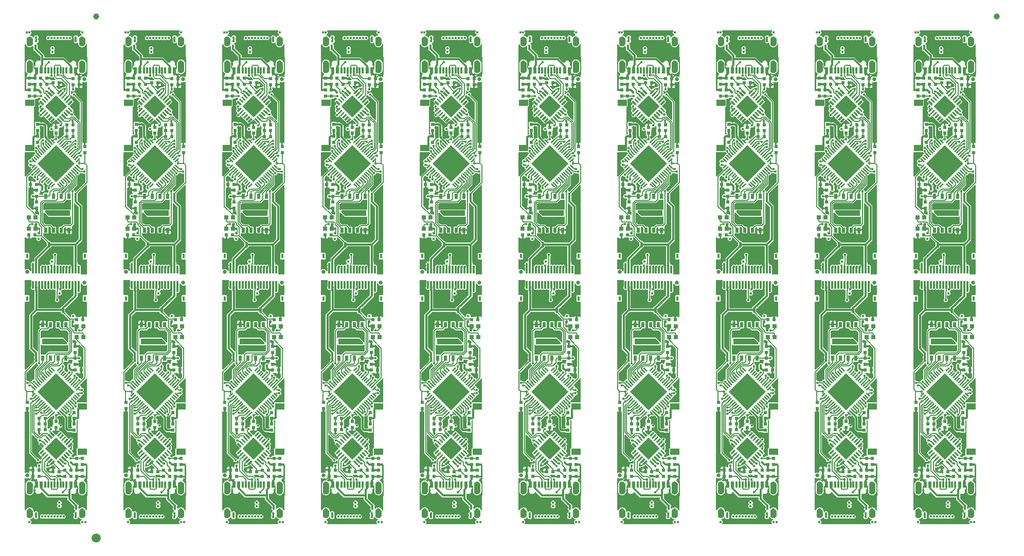
<source format=gtl>
G04 EAGLE Gerber RS-274X export*
G75*
%MOMM*%
%FSLAX34Y34*%
%LPD*%
%INTop Copper*%
%IPPOS*%
%AMOC8*
5,1,8,0,0,1.08239X$1,22.5*%
G01*
%ADD10C,0.635000*%
%ADD11R,0.300000X0.800000*%
%ADD12R,0.400000X0.800000*%
%ADD13R,0.600000X0.600000*%
%ADD14R,0.230000X0.800000*%
%ADD15R,4.300000X4.300000*%
%ADD16R,0.500000X0.850000*%
%ADD17R,1.500000X1.000000*%
%ADD18R,0.300000X1.000000*%
%ADD19R,0.600000X1.000000*%
%ADD20C,0.600000*%
%ADD21R,0.300000X0.850000*%
%ADD22R,2.550000X2.550000*%
%ADD23R,0.700000X0.700000*%
%ADD24C,1.000000*%
%ADD25C,1.500000*%
%ADD26C,0.377800*%
%ADD27C,0.304800*%
%ADD28C,0.152400*%
%ADD29C,0.254000*%
%ADD30C,0.127000*%
%ADD31C,0.203200*%
%ADD32C,0.406400*%
%ADD33C,0.228600*%

G36*
X581268Y2037D02*
X581268Y2037D01*
X581297Y2034D01*
X581408Y2057D01*
X581520Y2073D01*
X581547Y2085D01*
X581576Y2090D01*
X581676Y2143D01*
X581779Y2189D01*
X581802Y2208D01*
X581828Y2221D01*
X581910Y2299D01*
X581996Y2372D01*
X582013Y2397D01*
X582034Y2417D01*
X582091Y2515D01*
X582154Y2609D01*
X582163Y2637D01*
X582178Y2662D01*
X582206Y2772D01*
X582240Y2880D01*
X582241Y2910D01*
X582248Y2938D01*
X582244Y3051D01*
X582247Y3164D01*
X582240Y3193D01*
X582239Y3222D01*
X582204Y3330D01*
X582175Y3439D01*
X582160Y3465D01*
X582151Y3493D01*
X582106Y3557D01*
X582030Y3684D01*
X581984Y3727D01*
X581956Y3766D01*
X581421Y4301D01*
X581421Y7129D01*
X583302Y9010D01*
X583303Y9011D01*
X583389Y9126D01*
X583473Y9237D01*
X583473Y9238D01*
X583474Y9238D01*
X583522Y9367D01*
X583574Y9503D01*
X583574Y9504D01*
X583585Y9638D01*
X583598Y9786D01*
X583597Y9787D01*
X583598Y9788D01*
X583570Y9925D01*
X583542Y10065D01*
X583541Y10065D01*
X583541Y10066D01*
X583474Y10195D01*
X583411Y10317D01*
X583410Y10317D01*
X583410Y10318D01*
X583312Y10421D01*
X583215Y10523D01*
X583214Y10523D01*
X583214Y10524D01*
X583206Y10528D01*
X582970Y10667D01*
X582941Y10674D01*
X582919Y10686D01*
X582843Y10713D01*
X582696Y10742D01*
X582621Y10763D01*
X582128Y10819D01*
X582050Y10865D01*
X582023Y10871D01*
X581999Y10884D01*
X581886Y10906D01*
X581860Y10913D01*
X581440Y11177D01*
X581304Y11238D01*
X581235Y11275D01*
X580767Y11439D01*
X580701Y11501D01*
X580676Y11514D01*
X580656Y11531D01*
X580550Y11578D01*
X580526Y11590D01*
X580175Y11941D01*
X580056Y12031D01*
X579998Y12083D01*
X579578Y12347D01*
X579527Y12422D01*
X579506Y12440D01*
X579490Y12461D01*
X579397Y12530D01*
X579376Y12548D01*
X579113Y12968D01*
X579016Y13082D01*
X578971Y13145D01*
X578552Y13565D01*
X578528Y13582D01*
X578509Y13605D01*
X578415Y13667D01*
X578325Y13735D01*
X578297Y13746D01*
X578273Y13762D01*
X578165Y13796D01*
X578059Y13837D01*
X578030Y13839D01*
X578002Y13848D01*
X577888Y13851D01*
X577776Y13860D01*
X577747Y13854D01*
X577718Y13855D01*
X577608Y13827D01*
X577497Y13804D01*
X577471Y13791D01*
X577443Y13783D01*
X577345Y13726D01*
X577245Y13673D01*
X577223Y13653D01*
X577198Y13638D01*
X577121Y13556D01*
X577039Y13478D01*
X577024Y13452D01*
X577004Y13431D01*
X576952Y13330D01*
X576895Y13232D01*
X576888Y13204D01*
X576874Y13178D01*
X576861Y13100D01*
X576825Y12957D01*
X576827Y12894D01*
X576819Y12847D01*
X576819Y12556D01*
X574819Y10556D01*
X571991Y10556D01*
X569991Y12556D01*
X569991Y15384D01*
X570313Y15706D01*
X570365Y15776D01*
X570425Y15839D01*
X570451Y15889D01*
X570484Y15933D01*
X570515Y16015D01*
X570555Y16092D01*
X570563Y16140D01*
X570585Y16198D01*
X570597Y16346D01*
X570610Y16424D01*
X570610Y17231D01*
X570598Y17318D01*
X570595Y17405D01*
X570578Y17458D01*
X570570Y17513D01*
X570535Y17593D01*
X570508Y17676D01*
X570480Y17715D01*
X570454Y17772D01*
X570375Y17865D01*
X570356Y17897D01*
X570337Y17916D01*
X570313Y17949D01*
X569991Y18271D01*
X569991Y21099D01*
X572166Y23274D01*
X572192Y23287D01*
X572274Y23365D01*
X572360Y23438D01*
X572377Y23463D01*
X572398Y23483D01*
X572455Y23581D01*
X572518Y23675D01*
X572527Y23703D01*
X572542Y23728D01*
X572570Y23838D01*
X572604Y23946D01*
X572605Y23976D01*
X572612Y24004D01*
X572608Y24117D01*
X572611Y24230D01*
X572604Y24259D01*
X572603Y24288D01*
X572568Y24396D01*
X572539Y24505D01*
X572524Y24531D01*
X572515Y24559D01*
X572470Y24623D01*
X572394Y24750D01*
X572348Y24793D01*
X572320Y24832D01*
X571261Y25891D01*
X571261Y28719D01*
X571329Y28787D01*
X571381Y28856D01*
X571441Y28920D01*
X571467Y28970D01*
X571500Y29014D01*
X571531Y29096D01*
X571571Y29173D01*
X571579Y29221D01*
X571601Y29280D01*
X571613Y29427D01*
X571626Y29505D01*
X571626Y30185D01*
X571614Y30272D01*
X571611Y30359D01*
X571594Y30412D01*
X571586Y30467D01*
X571551Y30547D01*
X571524Y30630D01*
X571496Y30669D01*
X571470Y30726D01*
X571374Y30840D01*
X571329Y30903D01*
X571261Y30971D01*
X571261Y31067D01*
X571249Y31153D01*
X571246Y31241D01*
X571229Y31293D01*
X571221Y31348D01*
X571186Y31428D01*
X571159Y31511D01*
X571131Y31550D01*
X571105Y31608D01*
X571009Y31721D01*
X570964Y31785D01*
X560196Y42552D01*
X560196Y45466D01*
X560188Y45524D01*
X560190Y45582D01*
X560168Y45664D01*
X560156Y45748D01*
X560133Y45801D01*
X560118Y45857D01*
X560075Y45930D01*
X560040Y46007D01*
X560002Y46052D01*
X559973Y46102D01*
X559911Y46160D01*
X559857Y46224D01*
X559808Y46256D01*
X559765Y46296D01*
X559690Y46335D01*
X559620Y46382D01*
X559564Y46399D01*
X559512Y46426D01*
X559444Y46437D01*
X559349Y46467D01*
X559249Y46470D01*
X559181Y46481D01*
X527057Y46481D01*
X518588Y54950D01*
X518542Y54985D01*
X518501Y55028D01*
X518429Y55070D01*
X518361Y55121D01*
X518307Y55142D01*
X518256Y55171D01*
X518174Y55192D01*
X518096Y55222D01*
X518037Y55227D01*
X517981Y55241D01*
X517896Y55239D01*
X517812Y55246D01*
X517755Y55234D01*
X517696Y55232D01*
X517616Y55206D01*
X517533Y55190D01*
X517482Y55163D01*
X517426Y55145D01*
X517370Y55105D01*
X517281Y55059D01*
X517209Y54990D01*
X517153Y54950D01*
X514098Y51895D01*
X510142Y51895D01*
X507345Y54692D01*
X507345Y58738D01*
X507375Y58833D01*
X507416Y58939D01*
X507418Y58968D01*
X507427Y58996D01*
X507430Y59109D01*
X507439Y59222D01*
X507434Y59251D01*
X507434Y59280D01*
X507406Y59390D01*
X507384Y59501D01*
X507370Y59527D01*
X507363Y59555D01*
X507305Y59652D01*
X507253Y59753D01*
X507232Y59775D01*
X507217Y59800D01*
X507135Y59877D01*
X507057Y59959D01*
X507031Y59974D01*
X507010Y59994D01*
X506909Y60046D01*
X506812Y60103D01*
X506783Y60110D01*
X506757Y60124D01*
X506680Y60137D01*
X506536Y60173D01*
X506473Y60171D01*
X506426Y60179D01*
X505430Y60179D01*
X505372Y60171D01*
X505314Y60173D01*
X505232Y60151D01*
X505148Y60139D01*
X505095Y60116D01*
X505039Y60101D01*
X504966Y60058D01*
X504889Y60023D01*
X504844Y59985D01*
X504794Y59956D01*
X504736Y59894D01*
X504672Y59840D01*
X504640Y59791D01*
X504600Y59748D01*
X504561Y59673D01*
X504514Y59603D01*
X504497Y59547D01*
X504470Y59495D01*
X504459Y59427D01*
X504429Y59332D01*
X504426Y59232D01*
X504415Y59164D01*
X504415Y57376D01*
X504419Y57346D01*
X504417Y57315D01*
X504439Y57206D01*
X504455Y57095D01*
X504467Y57067D01*
X504473Y57037D01*
X504486Y57014D01*
X504421Y56438D01*
X504423Y56373D01*
X504415Y56324D01*
X504415Y55688D01*
X504423Y55629D01*
X504422Y55570D01*
X504438Y55514D01*
X504297Y55113D01*
X504278Y55014D01*
X504271Y54994D01*
X504271Y54979D01*
X504268Y54966D01*
X504247Y54891D01*
X504191Y54398D01*
X504145Y54320D01*
X504139Y54294D01*
X504126Y54270D01*
X504104Y54156D01*
X504097Y54130D01*
X503833Y53710D01*
X503772Y53574D01*
X503735Y53505D01*
X503571Y53037D01*
X503509Y52971D01*
X503497Y52947D01*
X503479Y52926D01*
X503432Y52820D01*
X503420Y52796D01*
X503069Y52445D01*
X502979Y52326D01*
X502927Y52268D01*
X502663Y51848D01*
X502588Y51797D01*
X502571Y51776D01*
X502549Y51760D01*
X502480Y51668D01*
X502462Y51646D01*
X502042Y51383D01*
X501928Y51287D01*
X501865Y51241D01*
X501514Y50890D01*
X501429Y50857D01*
X501408Y50841D01*
X501383Y50830D01*
X501295Y50755D01*
X501273Y50739D01*
X500805Y50575D01*
X500672Y50507D01*
X500600Y50477D01*
X500180Y50213D01*
X500090Y50200D01*
X500066Y50188D01*
X500039Y50183D01*
X499936Y50130D01*
X499912Y50119D01*
X499419Y50063D01*
X499274Y50026D01*
X499197Y50013D01*
X498729Y49849D01*
X498638Y49856D01*
X498612Y49851D01*
X498585Y49851D01*
X498473Y49822D01*
X498446Y49817D01*
X497954Y49873D01*
X497804Y49868D01*
X497726Y49873D01*
X497233Y49817D01*
X497147Y49844D01*
X497120Y49845D01*
X497093Y49852D01*
X496978Y49848D01*
X496951Y49849D01*
X496483Y50013D01*
X496337Y50042D01*
X496261Y50063D01*
X495768Y50119D01*
X495690Y50165D01*
X495663Y50171D01*
X495639Y50184D01*
X495526Y50206D01*
X495500Y50213D01*
X495080Y50477D01*
X494944Y50538D01*
X494875Y50575D01*
X494407Y50739D01*
X494341Y50801D01*
X494316Y50814D01*
X494296Y50831D01*
X494190Y50878D01*
X494166Y50890D01*
X493815Y51241D01*
X493696Y51331D01*
X493638Y51383D01*
X493218Y51647D01*
X493167Y51722D01*
X493146Y51739D01*
X493130Y51761D01*
X493038Y51830D01*
X493016Y51848D01*
X492753Y52268D01*
X492657Y52382D01*
X492611Y52445D01*
X492260Y52796D01*
X492227Y52881D01*
X492211Y52902D01*
X492200Y52927D01*
X492125Y53015D01*
X492109Y53037D01*
X491945Y53505D01*
X491877Y53637D01*
X491847Y53710D01*
X491588Y54122D01*
X491587Y54122D01*
X491587Y54123D01*
X491505Y54220D01*
X491404Y54339D01*
X491403Y54340D01*
X491282Y54421D01*
X491168Y54497D01*
X491167Y54497D01*
X491028Y54541D01*
X490897Y54583D01*
X490896Y54583D01*
X490746Y54587D01*
X490613Y54590D01*
X490612Y54590D01*
X490480Y54556D01*
X490337Y54519D01*
X490225Y54452D01*
X490093Y54374D01*
X490092Y54373D01*
X489990Y54264D01*
X489898Y54167D01*
X489898Y54166D01*
X489824Y54023D01*
X489769Y53914D01*
X489768Y53913D01*
X489767Y53908D01*
X489714Y53635D01*
X489717Y53605D01*
X489713Y53582D01*
X489713Y26058D01*
X489713Y26057D01*
X489733Y25913D01*
X489753Y25777D01*
X489753Y25776D01*
X489810Y25648D01*
X489869Y25517D01*
X489869Y25516D01*
X489962Y25407D01*
X490052Y25300D01*
X490053Y25300D01*
X490167Y25224D01*
X490289Y25143D01*
X490290Y25143D01*
X490290Y25142D01*
X490421Y25101D01*
X490560Y25057D01*
X490561Y25057D01*
X490712Y25053D01*
X490844Y25050D01*
X490845Y25050D01*
X490997Y25089D01*
X491119Y25121D01*
X491120Y25122D01*
X491258Y25204D01*
X491364Y25267D01*
X491365Y25267D01*
X491368Y25271D01*
X491558Y25474D01*
X491572Y25500D01*
X491588Y25518D01*
X491847Y25930D01*
X491908Y26067D01*
X491945Y26135D01*
X492109Y26603D01*
X492171Y26669D01*
X492183Y26693D01*
X492201Y26714D01*
X492248Y26820D01*
X492260Y26844D01*
X492611Y27195D01*
X492701Y27314D01*
X492753Y27372D01*
X493017Y27792D01*
X493092Y27843D01*
X493109Y27864D01*
X493131Y27880D01*
X493200Y27973D01*
X493218Y27994D01*
X493638Y28257D01*
X493752Y28353D01*
X493815Y28399D01*
X494166Y28750D01*
X494251Y28783D01*
X494273Y28799D01*
X494297Y28810D01*
X494386Y28885D01*
X494407Y28901D01*
X494875Y29065D01*
X495008Y29133D01*
X495080Y29163D01*
X495500Y29427D01*
X495590Y29441D01*
X495615Y29452D01*
X495641Y29457D01*
X495744Y29510D01*
X495768Y29521D01*
X496261Y29577D01*
X496406Y29614D01*
X496483Y29627D01*
X496951Y29791D01*
X497042Y29784D01*
X497068Y29789D01*
X497095Y29789D01*
X497207Y29818D01*
X497234Y29823D01*
X497726Y29767D01*
X497876Y29772D01*
X497954Y29767D01*
X498447Y29823D01*
X498534Y29796D01*
X498560Y29795D01*
X498586Y29788D01*
X498702Y29792D01*
X498729Y29791D01*
X499197Y29627D01*
X499344Y29598D01*
X499419Y29577D01*
X499912Y29521D01*
X499990Y29475D01*
X500016Y29469D01*
X500040Y29456D01*
X500154Y29434D01*
X500180Y29427D01*
X500600Y29163D01*
X500736Y29102D01*
X500805Y29065D01*
X501273Y28901D01*
X501339Y28839D01*
X501363Y28827D01*
X501384Y28809D01*
X501490Y28762D01*
X501514Y28750D01*
X501865Y28399D01*
X501984Y28309D01*
X502042Y28257D01*
X502462Y27993D01*
X502513Y27918D01*
X502534Y27901D01*
X502550Y27879D01*
X502642Y27810D01*
X502664Y27792D01*
X502927Y27372D01*
X503023Y27258D01*
X503069Y27195D01*
X503420Y26844D01*
X503453Y26759D01*
X503469Y26737D01*
X503480Y26713D01*
X503555Y26624D01*
X503571Y26603D01*
X503735Y26135D01*
X503803Y26002D01*
X503833Y25930D01*
X504097Y25510D01*
X504110Y25420D01*
X504122Y25396D01*
X504127Y25369D01*
X504180Y25266D01*
X504191Y25242D01*
X504247Y24749D01*
X504284Y24604D01*
X504297Y24527D01*
X504434Y24137D01*
X504429Y24121D01*
X504426Y24020D01*
X504415Y23952D01*
X504415Y23316D01*
X504422Y23263D01*
X504421Y23237D01*
X504423Y23232D01*
X504421Y23202D01*
X504435Y23076D01*
X504464Y22965D01*
X504486Y22853D01*
X504499Y22828D01*
X504506Y22801D01*
X504565Y22702D01*
X504617Y22600D01*
X504637Y22580D01*
X504651Y22556D01*
X504734Y22477D01*
X504813Y22394D01*
X504837Y22380D01*
X504858Y22361D01*
X504959Y22309D01*
X505059Y22251D01*
X505086Y22244D01*
X505110Y22231D01*
X505223Y22209D01*
X505334Y22180D01*
X505362Y22181D01*
X505389Y22176D01*
X505504Y22186D01*
X505618Y22189D01*
X505645Y22198D01*
X505673Y22200D01*
X505779Y22242D01*
X505889Y22277D01*
X505909Y22291D01*
X505938Y22303D01*
X506149Y22462D01*
X506162Y22472D01*
X506789Y23099D01*
X509617Y23099D01*
X511617Y21099D01*
X511617Y18271D01*
X511549Y18203D01*
X511497Y18134D01*
X511437Y18070D01*
X511411Y18020D01*
X511378Y17976D01*
X511347Y17894D01*
X511307Y17817D01*
X511299Y17769D01*
X511277Y17710D01*
X511265Y17563D01*
X511252Y17485D01*
X511252Y16170D01*
X511264Y16083D01*
X511267Y15996D01*
X511284Y15943D01*
X511292Y15888D01*
X511327Y15808D01*
X511354Y15725D01*
X511382Y15686D01*
X511408Y15629D01*
X511504Y15515D01*
X511549Y15452D01*
X511617Y15384D01*
X511617Y12556D01*
X509617Y10556D01*
X506789Y10556D01*
X504765Y12580D01*
X504749Y12689D01*
X504695Y12809D01*
X504633Y12948D01*
X504633Y12949D01*
X504548Y13048D01*
X504450Y13165D01*
X504449Y13165D01*
X504449Y13166D01*
X504336Y13240D01*
X504213Y13323D01*
X504212Y13323D01*
X504083Y13364D01*
X503942Y13408D01*
X503941Y13408D01*
X503790Y13412D01*
X503658Y13416D01*
X503657Y13416D01*
X503501Y13375D01*
X503383Y13344D01*
X503382Y13344D01*
X503382Y13343D01*
X503235Y13256D01*
X503138Y13199D01*
X503138Y13198D01*
X503137Y13198D01*
X503134Y13194D01*
X502944Y12991D01*
X502930Y12965D01*
X502914Y12947D01*
X502663Y12548D01*
X502588Y12497D01*
X502571Y12476D01*
X502549Y12460D01*
X502480Y12368D01*
X502462Y12346D01*
X502042Y12083D01*
X501928Y11987D01*
X501865Y11941D01*
X501514Y11590D01*
X501429Y11557D01*
X501408Y11541D01*
X501383Y11530D01*
X501295Y11455D01*
X501273Y11439D01*
X500805Y11275D01*
X500672Y11207D01*
X500600Y11177D01*
X500341Y11014D01*
X500180Y10913D01*
X500090Y10900D01*
X500066Y10888D01*
X500039Y10883D01*
X499936Y10830D01*
X499912Y10819D01*
X499419Y10763D01*
X499275Y10726D01*
X499197Y10713D01*
X499121Y10686D01*
X499120Y10685D01*
X499119Y10685D01*
X499002Y10624D01*
X498868Y10556D01*
X498868Y10555D01*
X498867Y10554D01*
X498765Y10457D01*
X498662Y10360D01*
X498661Y10359D01*
X498661Y10358D01*
X498585Y10230D01*
X498518Y10115D01*
X498517Y10114D01*
X498517Y10113D01*
X498482Y9978D01*
X498447Y9840D01*
X498447Y9839D01*
X498447Y9838D01*
X498451Y9701D01*
X498455Y9556D01*
X498456Y9555D01*
X498456Y9554D01*
X498497Y9424D01*
X498542Y9285D01*
X498543Y9284D01*
X498543Y9283D01*
X498549Y9275D01*
X498701Y9049D01*
X498724Y9030D01*
X498738Y9010D01*
X500619Y7129D01*
X500619Y4301D01*
X500084Y3766D01*
X500066Y3742D01*
X500044Y3723D01*
X499981Y3629D01*
X499913Y3539D01*
X499902Y3511D01*
X499886Y3487D01*
X499852Y3379D01*
X499811Y3273D01*
X499809Y3244D01*
X499800Y3216D01*
X499797Y3102D01*
X499788Y2990D01*
X499794Y2961D01*
X499793Y2932D01*
X499822Y2822D01*
X499844Y2711D01*
X499857Y2685D01*
X499865Y2657D01*
X499922Y2559D01*
X499975Y2459D01*
X499995Y2437D01*
X500010Y2412D01*
X500093Y2335D01*
X500171Y2253D01*
X500196Y2238D01*
X500217Y2218D01*
X500318Y2166D01*
X500416Y2109D01*
X500444Y2102D01*
X500470Y2088D01*
X500548Y2075D01*
X500691Y2039D01*
X500754Y2041D01*
X500801Y2033D01*
X581239Y2033D01*
X581268Y2037D01*
G37*
G36*
X418708Y2037D02*
X418708Y2037D01*
X418737Y2034D01*
X418848Y2057D01*
X418960Y2073D01*
X418987Y2085D01*
X419016Y2090D01*
X419116Y2143D01*
X419219Y2189D01*
X419242Y2208D01*
X419268Y2221D01*
X419350Y2299D01*
X419436Y2372D01*
X419453Y2397D01*
X419474Y2417D01*
X419531Y2515D01*
X419594Y2609D01*
X419603Y2637D01*
X419618Y2662D01*
X419646Y2772D01*
X419680Y2880D01*
X419681Y2910D01*
X419688Y2938D01*
X419684Y3051D01*
X419687Y3164D01*
X419680Y3193D01*
X419679Y3222D01*
X419644Y3330D01*
X419615Y3439D01*
X419600Y3465D01*
X419591Y3493D01*
X419546Y3557D01*
X419470Y3684D01*
X419424Y3727D01*
X419396Y3766D01*
X418861Y4301D01*
X418861Y7129D01*
X420742Y9010D01*
X420743Y9010D01*
X420743Y9011D01*
X420826Y9122D01*
X420913Y9237D01*
X420913Y9238D01*
X420914Y9239D01*
X420962Y9367D01*
X421014Y9503D01*
X421014Y9504D01*
X421015Y9505D01*
X421026Y9645D01*
X421038Y9786D01*
X421037Y9787D01*
X421037Y9788D01*
X421010Y9925D01*
X420982Y10065D01*
X420981Y10066D01*
X420981Y10067D01*
X420916Y10192D01*
X420851Y10317D01*
X420850Y10318D01*
X420849Y10319D01*
X420755Y10418D01*
X420655Y10523D01*
X420654Y10524D01*
X420653Y10524D01*
X420644Y10529D01*
X420410Y10667D01*
X420381Y10674D01*
X420359Y10686D01*
X420283Y10713D01*
X420137Y10742D01*
X420061Y10763D01*
X419568Y10819D01*
X419490Y10865D01*
X419463Y10871D01*
X419439Y10884D01*
X419326Y10906D01*
X419300Y10913D01*
X418880Y11177D01*
X418744Y11238D01*
X418675Y11275D01*
X418207Y11439D01*
X418141Y11501D01*
X418116Y11514D01*
X418096Y11531D01*
X417990Y11578D01*
X417966Y11590D01*
X417615Y11941D01*
X417496Y12031D01*
X417438Y12083D01*
X417018Y12347D01*
X416967Y12422D01*
X416946Y12439D01*
X416930Y12461D01*
X416838Y12530D01*
X416816Y12548D01*
X416553Y12968D01*
X416456Y13082D01*
X416411Y13145D01*
X415992Y13565D01*
X415968Y13582D01*
X415949Y13605D01*
X415855Y13667D01*
X415765Y13735D01*
X415737Y13746D01*
X415713Y13762D01*
X415605Y13796D01*
X415499Y13837D01*
X415470Y13839D01*
X415442Y13848D01*
X415328Y13851D01*
X415216Y13860D01*
X415187Y13854D01*
X415158Y13855D01*
X415048Y13827D01*
X414937Y13804D01*
X414911Y13791D01*
X414883Y13783D01*
X414785Y13726D01*
X414685Y13673D01*
X414663Y13653D01*
X414638Y13638D01*
X414561Y13556D01*
X414479Y13478D01*
X414464Y13452D01*
X414444Y13431D01*
X414392Y13330D01*
X414335Y13232D01*
X414328Y13204D01*
X414314Y13178D01*
X414301Y13100D01*
X414265Y12957D01*
X414267Y12894D01*
X414259Y12847D01*
X414259Y12556D01*
X412259Y10556D01*
X409431Y10556D01*
X407431Y12556D01*
X407431Y15384D01*
X407753Y15706D01*
X407805Y15776D01*
X407865Y15839D01*
X407891Y15889D01*
X407924Y15933D01*
X407955Y16015D01*
X407995Y16092D01*
X408003Y16140D01*
X408025Y16198D01*
X408037Y16346D01*
X408050Y16424D01*
X408050Y17231D01*
X408038Y17318D01*
X408035Y17405D01*
X408018Y17458D01*
X408010Y17513D01*
X407975Y17593D01*
X407948Y17676D01*
X407920Y17715D01*
X407894Y17772D01*
X407815Y17865D01*
X407796Y17897D01*
X407777Y17916D01*
X407753Y17949D01*
X407431Y18271D01*
X407431Y21099D01*
X409606Y23274D01*
X409632Y23287D01*
X409714Y23365D01*
X409800Y23438D01*
X409817Y23463D01*
X409838Y23483D01*
X409895Y23581D01*
X409958Y23675D01*
X409967Y23703D01*
X409982Y23728D01*
X410010Y23838D01*
X410044Y23946D01*
X410045Y23976D01*
X410052Y24004D01*
X410048Y24117D01*
X410051Y24230D01*
X410044Y24259D01*
X410043Y24288D01*
X410008Y24396D01*
X409979Y24505D01*
X409964Y24531D01*
X409955Y24559D01*
X409910Y24623D01*
X409834Y24750D01*
X409788Y24793D01*
X409760Y24832D01*
X408701Y25891D01*
X408701Y28719D01*
X408769Y28787D01*
X408821Y28856D01*
X408881Y28920D01*
X408907Y28970D01*
X408940Y29014D01*
X408971Y29096D01*
X409011Y29173D01*
X409019Y29221D01*
X409041Y29280D01*
X409053Y29427D01*
X409066Y29505D01*
X409066Y30185D01*
X409054Y30272D01*
X409051Y30359D01*
X409034Y30412D01*
X409026Y30467D01*
X408991Y30547D01*
X408964Y30630D01*
X408936Y30669D01*
X408910Y30726D01*
X408814Y30840D01*
X408769Y30903D01*
X408701Y30971D01*
X408701Y31067D01*
X408689Y31153D01*
X408686Y31241D01*
X408669Y31293D01*
X408661Y31348D01*
X408626Y31428D01*
X408599Y31511D01*
X408571Y31550D01*
X408545Y31608D01*
X408449Y31721D01*
X408404Y31785D01*
X397636Y42552D01*
X397636Y45466D01*
X397628Y45524D01*
X397630Y45582D01*
X397608Y45664D01*
X397596Y45748D01*
X397573Y45801D01*
X397558Y45857D01*
X397515Y45930D01*
X397480Y46007D01*
X397442Y46052D01*
X397413Y46102D01*
X397351Y46160D01*
X397297Y46224D01*
X397248Y46256D01*
X397205Y46296D01*
X397130Y46335D01*
X397060Y46382D01*
X397004Y46399D01*
X396952Y46426D01*
X396884Y46437D01*
X396789Y46467D01*
X396689Y46470D01*
X396621Y46481D01*
X364497Y46481D01*
X356028Y54950D01*
X355982Y54985D01*
X355941Y55028D01*
X355869Y55070D01*
X355801Y55121D01*
X355747Y55142D01*
X355696Y55171D01*
X355614Y55192D01*
X355536Y55222D01*
X355477Y55227D01*
X355421Y55241D01*
X355336Y55239D01*
X355252Y55246D01*
X355195Y55234D01*
X355136Y55232D01*
X355056Y55206D01*
X354973Y55190D01*
X354922Y55163D01*
X354866Y55145D01*
X354810Y55105D01*
X354721Y55059D01*
X354649Y54990D01*
X354593Y54950D01*
X351538Y51895D01*
X347582Y51895D01*
X344785Y54692D01*
X344785Y58738D01*
X344815Y58833D01*
X344856Y58939D01*
X344858Y58968D01*
X344867Y58996D01*
X344870Y59109D01*
X344879Y59222D01*
X344874Y59251D01*
X344874Y59280D01*
X344846Y59390D01*
X344824Y59501D01*
X344810Y59527D01*
X344803Y59555D01*
X344745Y59652D01*
X344693Y59753D01*
X344672Y59775D01*
X344657Y59800D01*
X344575Y59877D01*
X344497Y59959D01*
X344471Y59974D01*
X344450Y59994D01*
X344349Y60046D01*
X344252Y60103D01*
X344223Y60110D01*
X344197Y60124D01*
X344120Y60137D01*
X343976Y60173D01*
X343913Y60171D01*
X343866Y60179D01*
X342870Y60179D01*
X342812Y60171D01*
X342754Y60173D01*
X342672Y60151D01*
X342588Y60139D01*
X342535Y60116D01*
X342479Y60101D01*
X342406Y60058D01*
X342329Y60023D01*
X342284Y59985D01*
X342234Y59956D01*
X342176Y59894D01*
X342112Y59840D01*
X342080Y59791D01*
X342040Y59748D01*
X342001Y59673D01*
X341954Y59603D01*
X341937Y59547D01*
X341910Y59495D01*
X341899Y59427D01*
X341869Y59332D01*
X341866Y59232D01*
X341855Y59164D01*
X341855Y57376D01*
X341859Y57346D01*
X341857Y57315D01*
X341879Y57206D01*
X341895Y57095D01*
X341907Y57067D01*
X341913Y57037D01*
X341926Y57014D01*
X341861Y56438D01*
X341863Y56373D01*
X341855Y56324D01*
X341855Y55688D01*
X341863Y55629D01*
X341862Y55570D01*
X341878Y55514D01*
X341737Y55113D01*
X341718Y55014D01*
X341711Y54994D01*
X341711Y54979D01*
X341708Y54966D01*
X341687Y54891D01*
X341631Y54398D01*
X341585Y54320D01*
X341579Y54294D01*
X341566Y54270D01*
X341544Y54156D01*
X341537Y54130D01*
X341273Y53710D01*
X341212Y53574D01*
X341175Y53505D01*
X341011Y53037D01*
X340949Y52971D01*
X340937Y52947D01*
X340919Y52926D01*
X340872Y52820D01*
X340860Y52796D01*
X340509Y52445D01*
X340419Y52326D01*
X340367Y52268D01*
X340103Y51848D01*
X340028Y51797D01*
X340011Y51776D01*
X339989Y51760D01*
X339920Y51668D01*
X339902Y51646D01*
X339482Y51383D01*
X339368Y51287D01*
X339305Y51241D01*
X338954Y50890D01*
X338869Y50857D01*
X338847Y50841D01*
X338823Y50830D01*
X338734Y50755D01*
X338713Y50739D01*
X338245Y50575D01*
X338112Y50507D01*
X338040Y50477D01*
X337620Y50213D01*
X337530Y50200D01*
X337506Y50188D01*
X337479Y50183D01*
X337376Y50130D01*
X337352Y50119D01*
X336859Y50063D01*
X336714Y50026D01*
X336637Y50013D01*
X336169Y49849D01*
X336078Y49856D01*
X336052Y49851D01*
X336025Y49851D01*
X335913Y49822D01*
X335886Y49817D01*
X335394Y49873D01*
X335244Y49868D01*
X335166Y49873D01*
X334673Y49817D01*
X334587Y49844D01*
X334560Y49845D01*
X334533Y49852D01*
X334418Y49848D01*
X334391Y49849D01*
X333923Y50013D01*
X333776Y50042D01*
X333701Y50063D01*
X333208Y50119D01*
X333130Y50165D01*
X333104Y50171D01*
X333080Y50184D01*
X332966Y50206D01*
X332940Y50213D01*
X332520Y50477D01*
X332384Y50538D01*
X332315Y50575D01*
X331847Y50739D01*
X331781Y50801D01*
X331757Y50813D01*
X331736Y50831D01*
X331630Y50878D01*
X331606Y50890D01*
X331255Y51241D01*
X331136Y51331D01*
X331078Y51383D01*
X330658Y51647D01*
X330607Y51722D01*
X330586Y51739D01*
X330570Y51761D01*
X330478Y51830D01*
X330456Y51848D01*
X330193Y52268D01*
X330097Y52382D01*
X330051Y52445D01*
X329700Y52796D01*
X329667Y52881D01*
X329651Y52902D01*
X329640Y52927D01*
X329565Y53015D01*
X329549Y53037D01*
X329385Y53505D01*
X329317Y53637D01*
X329287Y53710D01*
X329028Y54122D01*
X329027Y54122D01*
X329027Y54123D01*
X328945Y54220D01*
X328844Y54339D01*
X328843Y54340D01*
X328722Y54421D01*
X328608Y54497D01*
X328607Y54497D01*
X328468Y54541D01*
X328337Y54583D01*
X328336Y54583D01*
X328186Y54587D01*
X328053Y54590D01*
X328052Y54590D01*
X327920Y54556D01*
X327777Y54519D01*
X327665Y54452D01*
X327533Y54374D01*
X327532Y54373D01*
X327430Y54264D01*
X327338Y54167D01*
X327338Y54166D01*
X327264Y54023D01*
X327209Y53914D01*
X327208Y53913D01*
X327207Y53908D01*
X327154Y53635D01*
X327157Y53605D01*
X327153Y53582D01*
X327153Y26058D01*
X327153Y26057D01*
X327173Y25918D01*
X327193Y25777D01*
X327193Y25776D01*
X327253Y25643D01*
X327309Y25517D01*
X327408Y25400D01*
X327492Y25300D01*
X327493Y25300D01*
X327620Y25216D01*
X327729Y25143D01*
X327730Y25143D01*
X327730Y25142D01*
X327864Y25100D01*
X328000Y25057D01*
X328001Y25057D01*
X328153Y25053D01*
X328284Y25050D01*
X328285Y25050D01*
X328433Y25088D01*
X328559Y25121D01*
X328560Y25122D01*
X328673Y25189D01*
X328804Y25267D01*
X328807Y25271D01*
X328998Y25474D01*
X329012Y25500D01*
X329028Y25518D01*
X329287Y25930D01*
X329347Y26066D01*
X329385Y26135D01*
X329549Y26603D01*
X329611Y26669D01*
X329624Y26694D01*
X329641Y26714D01*
X329688Y26820D01*
X329700Y26844D01*
X330051Y27195D01*
X330141Y27314D01*
X330193Y27372D01*
X330457Y27792D01*
X330532Y27843D01*
X330549Y27864D01*
X330571Y27880D01*
X330640Y27972D01*
X330658Y27994D01*
X331078Y28257D01*
X331192Y28353D01*
X331255Y28399D01*
X331606Y28750D01*
X331691Y28783D01*
X331713Y28799D01*
X331737Y28810D01*
X331826Y28885D01*
X331847Y28901D01*
X332315Y29065D01*
X332447Y29133D01*
X332520Y29163D01*
X332940Y29427D01*
X333030Y29441D01*
X333055Y29452D01*
X333081Y29457D01*
X333184Y29510D01*
X333208Y29521D01*
X333701Y29577D01*
X333846Y29614D01*
X333923Y29627D01*
X334391Y29791D01*
X334482Y29784D01*
X334508Y29789D01*
X334535Y29789D01*
X334647Y29818D01*
X334674Y29823D01*
X335166Y29767D01*
X335316Y29772D01*
X335394Y29767D01*
X335887Y29823D01*
X335974Y29796D01*
X336000Y29795D01*
X336026Y29788D01*
X336142Y29792D01*
X336169Y29791D01*
X336637Y29627D01*
X336784Y29598D01*
X336859Y29577D01*
X337352Y29521D01*
X337430Y29475D01*
X337456Y29469D01*
X337480Y29456D01*
X337594Y29434D01*
X337620Y29427D01*
X338040Y29163D01*
X338176Y29102D01*
X338245Y29065D01*
X338713Y28901D01*
X338779Y28839D01*
X338803Y28827D01*
X338824Y28809D01*
X338930Y28762D01*
X338954Y28750D01*
X339305Y28399D01*
X339424Y28309D01*
X339482Y28257D01*
X339902Y27993D01*
X339953Y27918D01*
X339974Y27901D01*
X339990Y27879D01*
X340083Y27810D01*
X340104Y27792D01*
X340367Y27372D01*
X340463Y27258D01*
X340509Y27195D01*
X340860Y26844D01*
X340893Y26759D01*
X340909Y26737D01*
X340920Y26713D01*
X340995Y26624D01*
X341011Y26603D01*
X341175Y26135D01*
X341243Y26002D01*
X341273Y25930D01*
X341537Y25510D01*
X341551Y25420D01*
X341562Y25395D01*
X341567Y25369D01*
X341620Y25266D01*
X341631Y25242D01*
X341687Y24749D01*
X341724Y24604D01*
X341737Y24527D01*
X341874Y24137D01*
X341869Y24121D01*
X341866Y24020D01*
X341855Y23952D01*
X341855Y23316D01*
X341862Y23263D01*
X341861Y23237D01*
X341863Y23232D01*
X341861Y23202D01*
X341875Y23076D01*
X341904Y22965D01*
X341926Y22853D01*
X341939Y22828D01*
X341946Y22801D01*
X342005Y22702D01*
X342057Y22600D01*
X342077Y22580D01*
X342091Y22556D01*
X342174Y22477D01*
X342253Y22394D01*
X342277Y22380D01*
X342298Y22361D01*
X342399Y22309D01*
X342499Y22251D01*
X342526Y22244D01*
X342550Y22231D01*
X342663Y22209D01*
X342774Y22180D01*
X342802Y22181D01*
X342829Y22176D01*
X342944Y22186D01*
X343058Y22189D01*
X343085Y22198D01*
X343113Y22200D01*
X343219Y22242D01*
X343329Y22277D01*
X343349Y22291D01*
X343378Y22303D01*
X343589Y22462D01*
X343602Y22472D01*
X344229Y23099D01*
X347057Y23099D01*
X349057Y21099D01*
X349057Y18271D01*
X348989Y18203D01*
X348937Y18134D01*
X348877Y18070D01*
X348851Y18020D01*
X348818Y17976D01*
X348787Y17894D01*
X348747Y17817D01*
X348739Y17769D01*
X348717Y17710D01*
X348705Y17563D01*
X348692Y17485D01*
X348692Y16170D01*
X348704Y16083D01*
X348707Y15995D01*
X348724Y15943D01*
X348732Y15888D01*
X348767Y15808D01*
X348794Y15725D01*
X348822Y15686D01*
X348848Y15629D01*
X348944Y15515D01*
X348989Y15452D01*
X349057Y15384D01*
X349057Y12556D01*
X347057Y10556D01*
X344229Y10556D01*
X342205Y12580D01*
X342189Y12689D01*
X342135Y12809D01*
X342073Y12948D01*
X342073Y12949D01*
X341988Y13048D01*
X341890Y13165D01*
X341889Y13165D01*
X341889Y13166D01*
X341776Y13240D01*
X341653Y13323D01*
X341652Y13323D01*
X341523Y13364D01*
X341382Y13408D01*
X341381Y13408D01*
X341230Y13412D01*
X341098Y13416D01*
X341097Y13416D01*
X340941Y13375D01*
X340823Y13344D01*
X340822Y13344D01*
X340822Y13343D01*
X340675Y13256D01*
X340578Y13199D01*
X340578Y13198D01*
X340577Y13198D01*
X340574Y13194D01*
X340384Y12991D01*
X340370Y12965D01*
X340354Y12947D01*
X340103Y12548D01*
X340028Y12497D01*
X340011Y12476D01*
X339989Y12460D01*
X339920Y12368D01*
X339902Y12346D01*
X339482Y12083D01*
X339368Y11987D01*
X339305Y11941D01*
X338954Y11590D01*
X338869Y11557D01*
X338848Y11541D01*
X338823Y11530D01*
X338735Y11455D01*
X338713Y11439D01*
X338245Y11275D01*
X338112Y11207D01*
X338040Y11177D01*
X337781Y11014D01*
X337620Y10913D01*
X337530Y10900D01*
X337506Y10888D01*
X337479Y10883D01*
X337376Y10830D01*
X337352Y10819D01*
X336859Y10763D01*
X336715Y10726D01*
X336637Y10713D01*
X336561Y10686D01*
X336560Y10685D01*
X336559Y10685D01*
X336442Y10624D01*
X336308Y10556D01*
X336308Y10555D01*
X336307Y10554D01*
X336205Y10457D01*
X336102Y10360D01*
X336101Y10359D01*
X336101Y10358D01*
X336025Y10230D01*
X335958Y10115D01*
X335957Y10114D01*
X335957Y10113D01*
X335922Y9977D01*
X335887Y9840D01*
X335887Y9839D01*
X335887Y9838D01*
X335891Y9701D01*
X335895Y9556D01*
X335896Y9555D01*
X335896Y9554D01*
X335937Y9424D01*
X335982Y9285D01*
X335983Y9284D01*
X335983Y9283D01*
X335989Y9275D01*
X336141Y9049D01*
X336164Y9030D01*
X336178Y9010D01*
X338059Y7129D01*
X338059Y4301D01*
X337524Y3766D01*
X337506Y3742D01*
X337484Y3723D01*
X337421Y3629D01*
X337353Y3539D01*
X337342Y3511D01*
X337326Y3487D01*
X337292Y3379D01*
X337251Y3273D01*
X337249Y3244D01*
X337240Y3216D01*
X337237Y3102D01*
X337228Y2990D01*
X337234Y2961D01*
X337233Y2932D01*
X337262Y2822D01*
X337284Y2711D01*
X337297Y2685D01*
X337305Y2657D01*
X337362Y2559D01*
X337415Y2459D01*
X337435Y2437D01*
X337450Y2412D01*
X337533Y2335D01*
X337611Y2253D01*
X337636Y2238D01*
X337657Y2218D01*
X337758Y2166D01*
X337856Y2109D01*
X337884Y2102D01*
X337910Y2088D01*
X337988Y2075D01*
X338131Y2039D01*
X338194Y2041D01*
X338241Y2033D01*
X418679Y2033D01*
X418708Y2037D01*
G37*
G36*
X1231508Y2037D02*
X1231508Y2037D01*
X1231537Y2034D01*
X1231648Y2057D01*
X1231760Y2073D01*
X1231787Y2085D01*
X1231816Y2090D01*
X1231916Y2143D01*
X1232019Y2189D01*
X1232042Y2208D01*
X1232068Y2221D01*
X1232150Y2299D01*
X1232236Y2372D01*
X1232253Y2397D01*
X1232274Y2417D01*
X1232331Y2515D01*
X1232394Y2609D01*
X1232403Y2637D01*
X1232418Y2662D01*
X1232446Y2772D01*
X1232480Y2880D01*
X1232481Y2910D01*
X1232488Y2938D01*
X1232484Y3051D01*
X1232487Y3164D01*
X1232480Y3193D01*
X1232479Y3222D01*
X1232444Y3330D01*
X1232415Y3439D01*
X1232400Y3465D01*
X1232391Y3493D01*
X1232346Y3557D01*
X1232270Y3684D01*
X1232224Y3727D01*
X1232196Y3766D01*
X1231661Y4301D01*
X1231661Y7129D01*
X1233542Y9010D01*
X1233543Y9010D01*
X1233543Y9011D01*
X1233629Y9126D01*
X1233713Y9237D01*
X1233713Y9238D01*
X1233714Y9239D01*
X1233762Y9367D01*
X1233814Y9503D01*
X1233814Y9504D01*
X1233815Y9505D01*
X1233826Y9645D01*
X1233838Y9786D01*
X1233837Y9787D01*
X1233837Y9788D01*
X1233810Y9925D01*
X1233782Y10065D01*
X1233781Y10066D01*
X1233781Y10067D01*
X1233716Y10192D01*
X1233651Y10317D01*
X1233650Y10318D01*
X1233649Y10319D01*
X1233555Y10418D01*
X1233455Y10523D01*
X1233454Y10524D01*
X1233453Y10524D01*
X1233444Y10529D01*
X1233210Y10667D01*
X1233181Y10674D01*
X1233159Y10686D01*
X1233083Y10713D01*
X1232937Y10742D01*
X1232861Y10763D01*
X1232368Y10819D01*
X1232290Y10865D01*
X1232263Y10871D01*
X1232239Y10884D01*
X1232126Y10906D01*
X1232100Y10913D01*
X1231680Y11177D01*
X1231544Y11238D01*
X1231475Y11275D01*
X1231007Y11439D01*
X1230941Y11501D01*
X1230916Y11514D01*
X1230896Y11531D01*
X1230790Y11578D01*
X1230766Y11590D01*
X1230415Y11941D01*
X1230296Y12031D01*
X1230238Y12083D01*
X1229818Y12347D01*
X1229767Y12422D01*
X1229746Y12439D01*
X1229730Y12461D01*
X1229638Y12530D01*
X1229616Y12548D01*
X1229353Y12968D01*
X1229256Y13082D01*
X1229211Y13145D01*
X1228792Y13565D01*
X1228768Y13582D01*
X1228749Y13605D01*
X1228655Y13667D01*
X1228565Y13735D01*
X1228537Y13746D01*
X1228513Y13762D01*
X1228405Y13796D01*
X1228299Y13837D01*
X1228270Y13839D01*
X1228242Y13848D01*
X1228128Y13851D01*
X1228016Y13860D01*
X1227987Y13854D01*
X1227958Y13855D01*
X1227848Y13827D01*
X1227737Y13804D01*
X1227711Y13791D01*
X1227683Y13783D01*
X1227585Y13726D01*
X1227485Y13673D01*
X1227463Y13653D01*
X1227438Y13638D01*
X1227361Y13556D01*
X1227279Y13478D01*
X1227264Y13452D01*
X1227244Y13431D01*
X1227192Y13330D01*
X1227135Y13232D01*
X1227128Y13204D01*
X1227114Y13178D01*
X1227101Y13100D01*
X1227065Y12957D01*
X1227067Y12894D01*
X1227059Y12847D01*
X1227059Y12556D01*
X1225059Y10556D01*
X1222231Y10556D01*
X1220231Y12556D01*
X1220231Y15384D01*
X1220553Y15706D01*
X1220605Y15776D01*
X1220665Y15839D01*
X1220691Y15889D01*
X1220724Y15933D01*
X1220755Y16015D01*
X1220795Y16092D01*
X1220803Y16140D01*
X1220825Y16198D01*
X1220837Y16346D01*
X1220850Y16424D01*
X1220850Y17231D01*
X1220838Y17318D01*
X1220835Y17405D01*
X1220818Y17458D01*
X1220810Y17513D01*
X1220775Y17593D01*
X1220748Y17676D01*
X1220720Y17715D01*
X1220694Y17772D01*
X1220615Y17865D01*
X1220596Y17897D01*
X1220577Y17916D01*
X1220553Y17949D01*
X1220231Y18271D01*
X1220231Y21099D01*
X1222406Y23274D01*
X1222432Y23287D01*
X1222514Y23365D01*
X1222600Y23438D01*
X1222617Y23463D01*
X1222638Y23483D01*
X1222695Y23581D01*
X1222758Y23675D01*
X1222767Y23703D01*
X1222782Y23728D01*
X1222810Y23838D01*
X1222844Y23946D01*
X1222845Y23976D01*
X1222852Y24004D01*
X1222848Y24117D01*
X1222851Y24230D01*
X1222844Y24259D01*
X1222843Y24288D01*
X1222808Y24396D01*
X1222779Y24505D01*
X1222764Y24531D01*
X1222755Y24559D01*
X1222710Y24623D01*
X1222634Y24750D01*
X1222588Y24793D01*
X1222560Y24832D01*
X1221501Y25891D01*
X1221501Y28719D01*
X1221569Y28787D01*
X1221621Y28856D01*
X1221681Y28920D01*
X1221707Y28970D01*
X1221740Y29014D01*
X1221771Y29096D01*
X1221811Y29173D01*
X1221819Y29221D01*
X1221841Y29280D01*
X1221853Y29427D01*
X1221866Y29505D01*
X1221866Y30185D01*
X1221854Y30272D01*
X1221851Y30359D01*
X1221834Y30412D01*
X1221826Y30467D01*
X1221791Y30547D01*
X1221764Y30630D01*
X1221736Y30669D01*
X1221710Y30726D01*
X1221614Y30840D01*
X1221569Y30903D01*
X1221501Y30971D01*
X1221501Y31067D01*
X1221489Y31153D01*
X1221486Y31241D01*
X1221469Y31293D01*
X1221461Y31348D01*
X1221426Y31428D01*
X1221399Y31511D01*
X1221371Y31550D01*
X1221345Y31608D01*
X1221249Y31721D01*
X1221204Y31785D01*
X1210436Y42552D01*
X1210436Y45466D01*
X1210428Y45524D01*
X1210430Y45582D01*
X1210408Y45664D01*
X1210396Y45748D01*
X1210373Y45801D01*
X1210358Y45857D01*
X1210315Y45930D01*
X1210280Y46007D01*
X1210242Y46052D01*
X1210213Y46102D01*
X1210151Y46160D01*
X1210097Y46224D01*
X1210048Y46256D01*
X1210005Y46296D01*
X1209930Y46335D01*
X1209860Y46382D01*
X1209804Y46399D01*
X1209752Y46426D01*
X1209684Y46437D01*
X1209589Y46467D01*
X1209489Y46470D01*
X1209421Y46481D01*
X1177297Y46481D01*
X1168828Y54950D01*
X1168782Y54985D01*
X1168741Y55028D01*
X1168669Y55070D01*
X1168601Y55121D01*
X1168547Y55142D01*
X1168496Y55171D01*
X1168414Y55192D01*
X1168336Y55222D01*
X1168277Y55227D01*
X1168221Y55241D01*
X1168136Y55239D01*
X1168052Y55246D01*
X1167995Y55234D01*
X1167936Y55232D01*
X1167856Y55206D01*
X1167773Y55190D01*
X1167722Y55163D01*
X1167666Y55145D01*
X1167610Y55105D01*
X1167521Y55059D01*
X1167449Y54990D01*
X1167393Y54950D01*
X1164338Y51895D01*
X1160382Y51895D01*
X1157585Y54692D01*
X1157585Y58738D01*
X1157615Y58833D01*
X1157656Y58939D01*
X1157658Y58968D01*
X1157667Y58996D01*
X1157670Y59109D01*
X1157679Y59222D01*
X1157674Y59251D01*
X1157674Y59280D01*
X1157646Y59390D01*
X1157624Y59501D01*
X1157610Y59527D01*
X1157603Y59555D01*
X1157545Y59652D01*
X1157493Y59753D01*
X1157472Y59775D01*
X1157457Y59800D01*
X1157375Y59877D01*
X1157297Y59959D01*
X1157271Y59974D01*
X1157250Y59994D01*
X1157149Y60046D01*
X1157052Y60103D01*
X1157023Y60110D01*
X1156997Y60124D01*
X1156920Y60137D01*
X1156776Y60173D01*
X1156713Y60171D01*
X1156666Y60179D01*
X1155670Y60179D01*
X1155612Y60171D01*
X1155554Y60173D01*
X1155472Y60151D01*
X1155388Y60139D01*
X1155335Y60116D01*
X1155279Y60101D01*
X1155206Y60058D01*
X1155129Y60023D01*
X1155084Y59985D01*
X1155034Y59956D01*
X1154976Y59894D01*
X1154912Y59840D01*
X1154880Y59791D01*
X1154840Y59748D01*
X1154801Y59673D01*
X1154754Y59603D01*
X1154737Y59547D01*
X1154710Y59495D01*
X1154699Y59427D01*
X1154669Y59332D01*
X1154666Y59232D01*
X1154655Y59164D01*
X1154655Y57376D01*
X1154659Y57346D01*
X1154657Y57315D01*
X1154679Y57206D01*
X1154695Y57095D01*
X1154707Y57067D01*
X1154713Y57037D01*
X1154726Y57014D01*
X1154661Y56438D01*
X1154663Y56373D01*
X1154655Y56324D01*
X1154655Y55688D01*
X1154663Y55629D01*
X1154662Y55570D01*
X1154678Y55514D01*
X1154537Y55113D01*
X1154518Y55014D01*
X1154511Y54994D01*
X1154511Y54979D01*
X1154508Y54966D01*
X1154487Y54891D01*
X1154431Y54398D01*
X1154385Y54320D01*
X1154379Y54294D01*
X1154366Y54270D01*
X1154344Y54156D01*
X1154337Y54130D01*
X1154073Y53710D01*
X1154012Y53574D01*
X1153975Y53505D01*
X1153811Y53037D01*
X1153749Y52971D01*
X1153737Y52947D01*
X1153719Y52926D01*
X1153672Y52820D01*
X1153660Y52796D01*
X1153309Y52445D01*
X1153219Y52326D01*
X1153167Y52268D01*
X1152903Y51848D01*
X1152828Y51797D01*
X1152811Y51776D01*
X1152789Y51760D01*
X1152720Y51668D01*
X1152702Y51646D01*
X1152282Y51383D01*
X1152168Y51287D01*
X1152105Y51241D01*
X1151754Y50890D01*
X1151669Y50857D01*
X1151647Y50841D01*
X1151623Y50830D01*
X1151534Y50755D01*
X1151513Y50739D01*
X1151045Y50575D01*
X1150912Y50507D01*
X1150840Y50477D01*
X1150420Y50213D01*
X1150330Y50200D01*
X1150306Y50188D01*
X1150279Y50183D01*
X1150176Y50130D01*
X1150152Y50119D01*
X1149659Y50063D01*
X1149514Y50026D01*
X1149437Y50013D01*
X1148969Y49849D01*
X1148878Y49856D01*
X1148852Y49851D01*
X1148825Y49851D01*
X1148713Y49822D01*
X1148686Y49817D01*
X1148194Y49873D01*
X1148044Y49868D01*
X1147966Y49873D01*
X1147473Y49817D01*
X1147387Y49844D01*
X1147360Y49845D01*
X1147333Y49852D01*
X1147218Y49848D01*
X1147191Y49849D01*
X1146723Y50013D01*
X1146576Y50042D01*
X1146501Y50063D01*
X1146008Y50119D01*
X1145930Y50165D01*
X1145904Y50171D01*
X1145880Y50184D01*
X1145766Y50206D01*
X1145740Y50213D01*
X1145320Y50477D01*
X1145184Y50538D01*
X1145115Y50575D01*
X1144647Y50739D01*
X1144581Y50801D01*
X1144557Y50813D01*
X1144536Y50831D01*
X1144430Y50878D01*
X1144406Y50890D01*
X1144055Y51241D01*
X1143936Y51331D01*
X1143878Y51383D01*
X1143458Y51647D01*
X1143407Y51722D01*
X1143386Y51739D01*
X1143370Y51761D01*
X1143278Y51830D01*
X1143256Y51848D01*
X1142993Y52268D01*
X1142897Y52382D01*
X1142851Y52445D01*
X1142500Y52796D01*
X1142467Y52881D01*
X1142451Y52902D01*
X1142440Y52927D01*
X1142365Y53015D01*
X1142349Y53037D01*
X1142185Y53505D01*
X1142117Y53637D01*
X1142087Y53710D01*
X1141828Y54122D01*
X1141827Y54122D01*
X1141827Y54123D01*
X1141745Y54220D01*
X1141644Y54339D01*
X1141643Y54340D01*
X1141522Y54421D01*
X1141408Y54497D01*
X1141407Y54497D01*
X1141268Y54541D01*
X1141137Y54583D01*
X1141136Y54583D01*
X1140986Y54587D01*
X1140853Y54590D01*
X1140852Y54590D01*
X1140720Y54556D01*
X1140577Y54519D01*
X1140465Y54452D01*
X1140333Y54374D01*
X1140332Y54373D01*
X1140230Y54264D01*
X1140138Y54167D01*
X1140138Y54166D01*
X1140064Y54023D01*
X1140009Y53914D01*
X1140008Y53913D01*
X1140007Y53908D01*
X1139954Y53635D01*
X1139957Y53605D01*
X1139953Y53582D01*
X1139953Y26058D01*
X1139953Y26057D01*
X1139973Y25918D01*
X1139993Y25777D01*
X1139993Y25776D01*
X1140053Y25643D01*
X1140109Y25517D01*
X1140208Y25400D01*
X1140292Y25300D01*
X1140293Y25300D01*
X1140420Y25216D01*
X1140529Y25143D01*
X1140530Y25143D01*
X1140530Y25142D01*
X1140664Y25100D01*
X1140800Y25057D01*
X1140801Y25057D01*
X1140953Y25053D01*
X1141084Y25050D01*
X1141085Y25050D01*
X1141233Y25088D01*
X1141359Y25121D01*
X1141360Y25122D01*
X1141473Y25189D01*
X1141604Y25267D01*
X1141607Y25271D01*
X1141798Y25474D01*
X1141812Y25500D01*
X1141828Y25518D01*
X1142087Y25930D01*
X1142147Y26066D01*
X1142185Y26135D01*
X1142349Y26603D01*
X1142411Y26669D01*
X1142424Y26694D01*
X1142441Y26714D01*
X1142488Y26820D01*
X1142500Y26844D01*
X1142851Y27195D01*
X1142941Y27314D01*
X1142993Y27372D01*
X1143257Y27792D01*
X1143332Y27843D01*
X1143349Y27864D01*
X1143371Y27880D01*
X1143440Y27972D01*
X1143458Y27994D01*
X1143878Y28257D01*
X1143992Y28353D01*
X1144055Y28399D01*
X1144406Y28750D01*
X1144491Y28783D01*
X1144512Y28799D01*
X1144537Y28810D01*
X1144625Y28885D01*
X1144647Y28901D01*
X1145115Y29065D01*
X1145248Y29133D01*
X1145320Y29163D01*
X1145740Y29427D01*
X1145830Y29441D01*
X1145855Y29452D01*
X1145881Y29457D01*
X1145984Y29510D01*
X1146008Y29521D01*
X1146501Y29577D01*
X1146646Y29614D01*
X1146723Y29627D01*
X1147191Y29791D01*
X1147282Y29784D01*
X1147308Y29789D01*
X1147335Y29789D01*
X1147447Y29818D01*
X1147474Y29823D01*
X1147966Y29767D01*
X1148116Y29772D01*
X1148194Y29767D01*
X1148687Y29823D01*
X1148774Y29796D01*
X1148800Y29795D01*
X1148826Y29788D01*
X1148942Y29792D01*
X1148969Y29791D01*
X1149437Y29627D01*
X1149584Y29598D01*
X1149659Y29577D01*
X1150152Y29521D01*
X1150230Y29475D01*
X1150256Y29469D01*
X1150280Y29456D01*
X1150394Y29434D01*
X1150420Y29427D01*
X1150840Y29163D01*
X1150976Y29102D01*
X1151045Y29065D01*
X1151513Y28901D01*
X1151579Y28839D01*
X1151603Y28827D01*
X1151624Y28809D01*
X1151730Y28762D01*
X1151754Y28750D01*
X1152105Y28399D01*
X1152224Y28309D01*
X1152282Y28257D01*
X1152702Y27993D01*
X1152753Y27918D01*
X1152774Y27901D01*
X1152790Y27879D01*
X1152883Y27810D01*
X1152904Y27792D01*
X1153167Y27372D01*
X1153263Y27258D01*
X1153309Y27195D01*
X1153660Y26844D01*
X1153693Y26759D01*
X1153709Y26737D01*
X1153720Y26713D01*
X1153795Y26624D01*
X1153811Y26603D01*
X1153975Y26135D01*
X1154043Y26002D01*
X1154073Y25930D01*
X1154337Y25510D01*
X1154351Y25420D01*
X1154362Y25395D01*
X1154367Y25369D01*
X1154420Y25266D01*
X1154431Y25242D01*
X1154487Y24749D01*
X1154524Y24604D01*
X1154537Y24527D01*
X1154674Y24137D01*
X1154669Y24121D01*
X1154666Y24020D01*
X1154655Y23952D01*
X1154655Y23316D01*
X1154662Y23263D01*
X1154661Y23237D01*
X1154663Y23232D01*
X1154661Y23202D01*
X1154675Y23076D01*
X1154704Y22965D01*
X1154726Y22853D01*
X1154739Y22828D01*
X1154746Y22801D01*
X1154805Y22702D01*
X1154857Y22600D01*
X1154877Y22580D01*
X1154891Y22556D01*
X1154974Y22477D01*
X1155053Y22394D01*
X1155077Y22380D01*
X1155098Y22361D01*
X1155199Y22309D01*
X1155299Y22251D01*
X1155326Y22244D01*
X1155350Y22231D01*
X1155463Y22209D01*
X1155574Y22180D01*
X1155602Y22181D01*
X1155629Y22176D01*
X1155744Y22186D01*
X1155858Y22189D01*
X1155885Y22198D01*
X1155913Y22200D01*
X1156019Y22242D01*
X1156129Y22277D01*
X1156149Y22291D01*
X1156178Y22303D01*
X1156389Y22462D01*
X1156402Y22472D01*
X1157029Y23099D01*
X1159857Y23099D01*
X1161857Y21099D01*
X1161857Y18271D01*
X1161789Y18203D01*
X1161737Y18134D01*
X1161677Y18070D01*
X1161651Y18020D01*
X1161618Y17976D01*
X1161587Y17894D01*
X1161547Y17817D01*
X1161539Y17769D01*
X1161517Y17710D01*
X1161505Y17563D01*
X1161492Y17485D01*
X1161492Y16170D01*
X1161504Y16083D01*
X1161507Y15995D01*
X1161524Y15943D01*
X1161532Y15888D01*
X1161567Y15808D01*
X1161594Y15725D01*
X1161622Y15686D01*
X1161648Y15629D01*
X1161744Y15515D01*
X1161789Y15452D01*
X1161857Y15384D01*
X1161857Y12556D01*
X1159857Y10556D01*
X1157029Y10556D01*
X1155005Y12580D01*
X1154989Y12689D01*
X1154935Y12809D01*
X1154873Y12948D01*
X1154873Y12949D01*
X1154788Y13048D01*
X1154690Y13165D01*
X1154689Y13165D01*
X1154689Y13166D01*
X1154576Y13240D01*
X1154453Y13323D01*
X1154452Y13323D01*
X1154323Y13364D01*
X1154182Y13408D01*
X1154181Y13408D01*
X1154030Y13412D01*
X1153898Y13416D01*
X1153897Y13416D01*
X1153741Y13375D01*
X1153623Y13344D01*
X1153622Y13344D01*
X1153622Y13343D01*
X1153475Y13256D01*
X1153378Y13199D01*
X1153378Y13198D01*
X1153377Y13198D01*
X1153374Y13194D01*
X1153184Y12991D01*
X1153170Y12965D01*
X1153154Y12947D01*
X1152903Y12548D01*
X1152828Y12497D01*
X1152811Y12476D01*
X1152789Y12460D01*
X1152720Y12368D01*
X1152702Y12346D01*
X1152282Y12083D01*
X1152168Y11987D01*
X1152105Y11941D01*
X1151754Y11590D01*
X1151669Y11557D01*
X1151647Y11541D01*
X1151623Y11530D01*
X1151534Y11455D01*
X1151513Y11439D01*
X1151045Y11275D01*
X1150912Y11207D01*
X1150840Y11177D01*
X1150581Y11014D01*
X1150420Y10913D01*
X1150330Y10900D01*
X1150306Y10888D01*
X1150279Y10883D01*
X1150176Y10830D01*
X1150152Y10819D01*
X1149659Y10763D01*
X1149514Y10726D01*
X1149437Y10713D01*
X1149361Y10686D01*
X1149360Y10685D01*
X1149359Y10685D01*
X1149234Y10621D01*
X1149108Y10555D01*
X1149107Y10555D01*
X1149107Y10554D01*
X1149000Y10453D01*
X1148902Y10360D01*
X1148901Y10359D01*
X1148901Y10358D01*
X1148825Y10230D01*
X1148757Y10115D01*
X1148757Y10114D01*
X1148757Y10113D01*
X1148722Y9977D01*
X1148687Y9839D01*
X1148687Y9838D01*
X1148691Y9701D01*
X1148695Y9555D01*
X1148696Y9554D01*
X1148738Y9423D01*
X1148782Y9285D01*
X1148783Y9284D01*
X1148783Y9283D01*
X1148788Y9276D01*
X1148941Y9049D01*
X1148964Y9029D01*
X1148978Y9010D01*
X1150859Y7129D01*
X1150859Y4301D01*
X1150324Y3766D01*
X1150306Y3742D01*
X1150284Y3723D01*
X1150221Y3629D01*
X1150153Y3539D01*
X1150142Y3511D01*
X1150126Y3487D01*
X1150092Y3379D01*
X1150051Y3273D01*
X1150049Y3244D01*
X1150040Y3216D01*
X1150037Y3102D01*
X1150028Y2990D01*
X1150034Y2961D01*
X1150033Y2932D01*
X1150062Y2822D01*
X1150084Y2711D01*
X1150097Y2685D01*
X1150105Y2657D01*
X1150162Y2559D01*
X1150215Y2459D01*
X1150235Y2437D01*
X1150250Y2412D01*
X1150333Y2335D01*
X1150411Y2253D01*
X1150436Y2238D01*
X1150457Y2218D01*
X1150558Y2166D01*
X1150656Y2109D01*
X1150684Y2102D01*
X1150710Y2088D01*
X1150788Y2075D01*
X1150931Y2039D01*
X1150994Y2041D01*
X1151041Y2033D01*
X1231479Y2033D01*
X1231508Y2037D01*
G37*
G36*
X251548Y757709D02*
X251548Y757709D01*
X251606Y757707D01*
X251688Y757729D01*
X251772Y757741D01*
X251825Y757764D01*
X251881Y757779D01*
X251954Y757822D01*
X252031Y757857D01*
X252076Y757895D01*
X252126Y757924D01*
X252184Y757986D01*
X252248Y758040D01*
X252280Y758089D01*
X252320Y758132D01*
X252359Y758207D01*
X252406Y758277D01*
X252423Y758333D01*
X252450Y758385D01*
X252461Y758453D01*
X252491Y758548D01*
X252494Y758648D01*
X252505Y758716D01*
X252505Y760504D01*
X252501Y760534D01*
X252503Y760565D01*
X252481Y760674D01*
X252465Y760785D01*
X252453Y760813D01*
X252447Y760843D01*
X252434Y760866D01*
X252499Y761442D01*
X252497Y761506D01*
X252505Y761555D01*
X252505Y762192D01*
X252497Y762251D01*
X252498Y762310D01*
X252482Y762366D01*
X252623Y762767D01*
X252652Y762914D01*
X252673Y762989D01*
X252729Y763482D01*
X252775Y763560D01*
X252781Y763586D01*
X252794Y763610D01*
X252816Y763724D01*
X252823Y763750D01*
X253087Y764170D01*
X253148Y764306D01*
X253185Y764375D01*
X253349Y764843D01*
X253411Y764909D01*
X253423Y764933D01*
X253441Y764954D01*
X253488Y765060D01*
X253500Y765084D01*
X253851Y765435D01*
X253941Y765554D01*
X253993Y765612D01*
X254257Y766032D01*
X254332Y766083D01*
X254349Y766104D01*
X254371Y766120D01*
X254440Y766213D01*
X254458Y766234D01*
X254878Y766497D01*
X254992Y766593D01*
X255055Y766639D01*
X255406Y766990D01*
X255491Y767023D01*
X255513Y767039D01*
X255537Y767050D01*
X255626Y767125D01*
X255647Y767141D01*
X256115Y767305D01*
X256248Y767373D01*
X256320Y767403D01*
X256740Y767667D01*
X256830Y767681D01*
X256855Y767692D01*
X256881Y767697D01*
X256984Y767750D01*
X257008Y767761D01*
X257501Y767817D01*
X257646Y767854D01*
X257723Y767867D01*
X258191Y768031D01*
X258282Y768024D01*
X258308Y768029D01*
X258335Y768029D01*
X258447Y768058D01*
X258474Y768063D01*
X258966Y768007D01*
X259116Y768012D01*
X259194Y768007D01*
X259687Y768063D01*
X259774Y768036D01*
X259800Y768035D01*
X259826Y768028D01*
X259942Y768032D01*
X259969Y768031D01*
X260437Y767867D01*
X260584Y767838D01*
X260659Y767817D01*
X261152Y767761D01*
X261230Y767715D01*
X261256Y767709D01*
X261280Y767696D01*
X261394Y767674D01*
X261420Y767667D01*
X261840Y767403D01*
X261976Y767342D01*
X262045Y767305D01*
X262513Y767141D01*
X262579Y767079D01*
X262603Y767067D01*
X262624Y767049D01*
X262730Y767002D01*
X262754Y766990D01*
X263105Y766639D01*
X263224Y766549D01*
X263282Y766497D01*
X263702Y766233D01*
X263753Y766158D01*
X263774Y766141D01*
X263790Y766119D01*
X263883Y766050D01*
X263904Y766032D01*
X264167Y765612D01*
X264263Y765498D01*
X264309Y765435D01*
X264660Y765084D01*
X264693Y764999D01*
X264709Y764977D01*
X264720Y764953D01*
X264795Y764864D01*
X264811Y764843D01*
X264975Y764375D01*
X265043Y764243D01*
X265073Y764170D01*
X265332Y763758D01*
X265333Y763758D01*
X265333Y763757D01*
X265432Y763640D01*
X265516Y763541D01*
X265517Y763540D01*
X265638Y763459D01*
X265752Y763383D01*
X265753Y763383D01*
X265892Y763339D01*
X266023Y763297D01*
X266024Y763297D01*
X266174Y763293D01*
X266307Y763290D01*
X266308Y763290D01*
X266440Y763324D01*
X266583Y763361D01*
X266695Y763428D01*
X266827Y763506D01*
X266828Y763507D01*
X266924Y763609D01*
X267022Y763713D01*
X267022Y763714D01*
X267083Y763833D01*
X267151Y763966D01*
X267152Y763967D01*
X267153Y763972D01*
X267206Y764245D01*
X267203Y764275D01*
X267207Y764298D01*
X267207Y791822D01*
X267207Y791823D01*
X267189Y791949D01*
X267167Y792103D01*
X267167Y792104D01*
X267114Y792223D01*
X267051Y792363D01*
X267051Y792364D01*
X266958Y792473D01*
X266868Y792580D01*
X266867Y792580D01*
X266755Y792655D01*
X266631Y792737D01*
X266630Y792737D01*
X266630Y792738D01*
X266507Y792776D01*
X266360Y792823D01*
X266359Y792823D01*
X266208Y792827D01*
X266076Y792830D01*
X266075Y792830D01*
X265919Y792789D01*
X265801Y792759D01*
X265800Y792758D01*
X265662Y792676D01*
X265556Y792613D01*
X265555Y792613D01*
X265552Y792609D01*
X265362Y792406D01*
X265348Y792380D01*
X265332Y792362D01*
X265073Y791950D01*
X265012Y791813D01*
X264975Y791745D01*
X264811Y791277D01*
X264749Y791211D01*
X264736Y791186D01*
X264719Y791166D01*
X264672Y791060D01*
X264660Y791036D01*
X264309Y790685D01*
X264219Y790566D01*
X264167Y790508D01*
X263903Y790088D01*
X263828Y790037D01*
X263811Y790016D01*
X263789Y790000D01*
X263720Y789908D01*
X263702Y789886D01*
X263282Y789623D01*
X263168Y789527D01*
X263105Y789481D01*
X262754Y789130D01*
X262669Y789097D01*
X262648Y789081D01*
X262623Y789070D01*
X262535Y788995D01*
X262513Y788979D01*
X262045Y788815D01*
X261912Y788747D01*
X261840Y788717D01*
X261420Y788453D01*
X261330Y788440D01*
X261306Y788428D01*
X261279Y788423D01*
X261176Y788370D01*
X261152Y788359D01*
X260659Y788303D01*
X260514Y788266D01*
X260437Y788253D01*
X259969Y788089D01*
X259878Y788096D01*
X259852Y788091D01*
X259825Y788091D01*
X259713Y788062D01*
X259686Y788057D01*
X259194Y788112D01*
X259044Y788108D01*
X258966Y788112D01*
X258473Y788057D01*
X258387Y788084D01*
X258360Y788085D01*
X258333Y788092D01*
X258218Y788088D01*
X258191Y788089D01*
X257723Y788253D01*
X257577Y788282D01*
X257501Y788303D01*
X257008Y788359D01*
X256930Y788405D01*
X256903Y788411D01*
X256879Y788424D01*
X256766Y788446D01*
X256740Y788453D01*
X256320Y788717D01*
X256184Y788778D01*
X256115Y788815D01*
X255647Y788979D01*
X255581Y789041D01*
X255556Y789054D01*
X255536Y789071D01*
X255430Y789118D01*
X255406Y789130D01*
X255055Y789481D01*
X254936Y789571D01*
X254878Y789623D01*
X254458Y789887D01*
X254407Y789962D01*
X254386Y789979D01*
X254370Y790001D01*
X254278Y790070D01*
X254256Y790088D01*
X253993Y790508D01*
X253897Y790622D01*
X253851Y790685D01*
X253500Y791036D01*
X253467Y791121D01*
X253451Y791142D01*
X253440Y791167D01*
X253365Y791255D01*
X253349Y791277D01*
X253185Y791745D01*
X253117Y791878D01*
X253087Y791950D01*
X252823Y792370D01*
X252810Y792460D01*
X252798Y792484D01*
X252793Y792511D01*
X252740Y792614D01*
X252729Y792638D01*
X252673Y793131D01*
X252636Y793276D01*
X252623Y793353D01*
X252486Y793743D01*
X252491Y793759D01*
X252494Y793860D01*
X252505Y793928D01*
X252505Y794564D01*
X252496Y794628D01*
X252499Y794678D01*
X252485Y794804D01*
X252456Y794915D01*
X252434Y795027D01*
X252421Y795052D01*
X252414Y795079D01*
X252355Y795178D01*
X252303Y795280D01*
X252283Y795300D01*
X252269Y795324D01*
X252186Y795403D01*
X252107Y795486D01*
X252083Y795500D01*
X252062Y795519D01*
X251960Y795572D01*
X251861Y795630D01*
X251834Y795636D01*
X251809Y795649D01*
X251697Y795671D01*
X251586Y795700D01*
X251558Y795699D01*
X251531Y795704D01*
X251416Y795694D01*
X251302Y795691D01*
X251275Y795682D01*
X251247Y795680D01*
X251140Y795638D01*
X251031Y795603D01*
X251011Y795588D01*
X250982Y795577D01*
X250771Y795418D01*
X250758Y795408D01*
X250131Y794781D01*
X247303Y794781D01*
X245303Y796781D01*
X245303Y799609D01*
X245371Y799677D01*
X245423Y799746D01*
X245483Y799810D01*
X245509Y799860D01*
X245542Y799904D01*
X245573Y799986D01*
X245613Y800063D01*
X245621Y800111D01*
X245643Y800170D01*
X245655Y800317D01*
X245668Y800395D01*
X245668Y801710D01*
X245656Y801797D01*
X245653Y801885D01*
X245636Y801937D01*
X245628Y801992D01*
X245593Y802072D01*
X245566Y802155D01*
X245538Y802194D01*
X245512Y802251D01*
X245416Y802365D01*
X245371Y802428D01*
X245303Y802496D01*
X245303Y805324D01*
X247303Y807324D01*
X250131Y807324D01*
X252155Y805300D01*
X252171Y805191D01*
X252233Y805051D01*
X252287Y804932D01*
X252287Y804931D01*
X252380Y804822D01*
X252470Y804715D01*
X252471Y804715D01*
X252471Y804714D01*
X252590Y804636D01*
X252707Y804557D01*
X252708Y804557D01*
X252840Y804515D01*
X252978Y804472D01*
X252979Y804472D01*
X253130Y804468D01*
X253262Y804464D01*
X253263Y804464D01*
X253419Y804505D01*
X253537Y804536D01*
X253538Y804536D01*
X253538Y804537D01*
X253676Y804619D01*
X253782Y804681D01*
X253782Y804682D01*
X253783Y804682D01*
X253786Y804686D01*
X253976Y804889D01*
X253990Y804915D01*
X254006Y804933D01*
X254257Y805332D01*
X254332Y805383D01*
X254349Y805404D01*
X254371Y805420D01*
X254440Y805513D01*
X254458Y805534D01*
X254878Y805797D01*
X254992Y805893D01*
X255055Y805939D01*
X255406Y806290D01*
X255491Y806323D01*
X255513Y806339D01*
X255537Y806350D01*
X255626Y806425D01*
X255647Y806441D01*
X256115Y806605D01*
X256248Y806673D01*
X256320Y806703D01*
X256740Y806967D01*
X256830Y806981D01*
X256855Y806992D01*
X256881Y806997D01*
X256984Y807050D01*
X257008Y807061D01*
X257501Y807117D01*
X257646Y807154D01*
X257723Y807167D01*
X257799Y807194D01*
X257800Y807195D01*
X257801Y807195D01*
X257921Y807257D01*
X258052Y807325D01*
X258053Y807325D01*
X258053Y807326D01*
X258153Y807420D01*
X258258Y807520D01*
X258259Y807521D01*
X258259Y807522D01*
X258332Y807646D01*
X258403Y807765D01*
X258403Y807766D01*
X258403Y807767D01*
X258433Y807885D01*
X258473Y808041D01*
X258473Y808042D01*
X258469Y808167D01*
X258465Y808325D01*
X258464Y808326D01*
X258426Y808445D01*
X258378Y808595D01*
X258377Y808596D01*
X258377Y808597D01*
X258372Y808604D01*
X258219Y808831D01*
X258196Y808851D01*
X258182Y808870D01*
X256301Y810751D01*
X256301Y813579D01*
X256836Y814114D01*
X256854Y814138D01*
X256876Y814157D01*
X256939Y814251D01*
X257007Y814341D01*
X257018Y814369D01*
X257034Y814393D01*
X257068Y814501D01*
X257109Y814607D01*
X257111Y814636D01*
X257120Y814664D01*
X257123Y814778D01*
X257132Y814890D01*
X257126Y814919D01*
X257127Y814948D01*
X257098Y815058D01*
X257076Y815169D01*
X257063Y815195D01*
X257055Y815223D01*
X256998Y815321D01*
X256945Y815421D01*
X256925Y815443D01*
X256910Y815468D01*
X256827Y815545D01*
X256749Y815627D01*
X256724Y815642D01*
X256703Y815662D01*
X256602Y815714D01*
X256504Y815771D01*
X256476Y815778D01*
X256450Y815792D01*
X256372Y815805D01*
X256229Y815841D01*
X256166Y815839D01*
X256119Y815847D01*
X175681Y815847D01*
X175652Y815843D01*
X175623Y815846D01*
X175512Y815823D01*
X175400Y815807D01*
X175373Y815795D01*
X175344Y815790D01*
X175244Y815737D01*
X175141Y815691D01*
X175118Y815672D01*
X175092Y815659D01*
X175010Y815581D01*
X174924Y815508D01*
X174907Y815483D01*
X174886Y815463D01*
X174829Y815365D01*
X174766Y815271D01*
X174757Y815243D01*
X174742Y815218D01*
X174714Y815108D01*
X174680Y815000D01*
X174679Y814970D01*
X174672Y814942D01*
X174676Y814829D01*
X174673Y814716D01*
X174680Y814687D01*
X174681Y814658D01*
X174716Y814550D01*
X174745Y814441D01*
X174760Y814415D01*
X174769Y814387D01*
X174814Y814323D01*
X174890Y814196D01*
X174936Y814153D01*
X174964Y814114D01*
X175499Y813579D01*
X175499Y810751D01*
X173618Y808870D01*
X173617Y808870D01*
X173617Y808869D01*
X173529Y808752D01*
X173447Y808643D01*
X173447Y808642D01*
X173446Y808641D01*
X173397Y808511D01*
X173346Y808377D01*
X173346Y808376D01*
X173345Y808375D01*
X173333Y808224D01*
X173322Y808094D01*
X173323Y808093D01*
X173323Y808092D01*
X173351Y807953D01*
X173378Y807815D01*
X173379Y807814D01*
X173379Y807813D01*
X173444Y807688D01*
X173509Y807563D01*
X173510Y807562D01*
X173511Y807561D01*
X173608Y807459D01*
X173705Y807357D01*
X173706Y807356D01*
X173707Y807356D01*
X173716Y807351D01*
X173950Y807213D01*
X173979Y807206D01*
X174001Y807194D01*
X174077Y807167D01*
X174223Y807138D01*
X174299Y807117D01*
X174792Y807061D01*
X174870Y807015D01*
X174896Y807009D01*
X174920Y806996D01*
X175034Y806974D01*
X175060Y806967D01*
X175480Y806703D01*
X175616Y806642D01*
X175685Y806605D01*
X176153Y806441D01*
X176219Y806379D01*
X176244Y806366D01*
X176264Y806349D01*
X176370Y806302D01*
X176394Y806290D01*
X176745Y805939D01*
X176864Y805849D01*
X176922Y805797D01*
X177342Y805533D01*
X177393Y805458D01*
X177414Y805441D01*
X177430Y805419D01*
X177522Y805350D01*
X177544Y805332D01*
X177807Y804912D01*
X177904Y804798D01*
X177949Y804735D01*
X178368Y804315D01*
X178392Y804298D01*
X178411Y804275D01*
X178505Y804213D01*
X178595Y804145D01*
X178623Y804134D01*
X178647Y804118D01*
X178755Y804084D01*
X178861Y804043D01*
X178890Y804041D01*
X178918Y804032D01*
X179032Y804029D01*
X179144Y804020D01*
X179173Y804026D01*
X179202Y804025D01*
X179312Y804053D01*
X179423Y804076D01*
X179449Y804089D01*
X179477Y804097D01*
X179575Y804154D01*
X179675Y804207D01*
X179697Y804227D01*
X179722Y804242D01*
X179799Y804324D01*
X179881Y804402D01*
X179896Y804428D01*
X179916Y804449D01*
X179968Y804550D01*
X180025Y804648D01*
X180032Y804676D01*
X180046Y804702D01*
X180059Y804780D01*
X180095Y804923D01*
X180093Y804986D01*
X180101Y805033D01*
X180101Y805324D01*
X182101Y807324D01*
X184929Y807324D01*
X186929Y805324D01*
X186929Y802496D01*
X186607Y802174D01*
X186555Y802104D01*
X186495Y802041D01*
X186469Y801991D01*
X186436Y801947D01*
X186405Y801865D01*
X186365Y801788D01*
X186357Y801740D01*
X186335Y801682D01*
X186323Y801534D01*
X186310Y801456D01*
X186310Y800649D01*
X186322Y800562D01*
X186325Y800475D01*
X186342Y800422D01*
X186350Y800367D01*
X186385Y800287D01*
X186412Y800204D01*
X186440Y800165D01*
X186466Y800108D01*
X186562Y799994D01*
X186607Y799931D01*
X186929Y799609D01*
X186929Y796781D01*
X184754Y794606D01*
X184728Y794593D01*
X184646Y794515D01*
X184560Y794442D01*
X184543Y794417D01*
X184522Y794397D01*
X184465Y794299D01*
X184402Y794205D01*
X184393Y794177D01*
X184378Y794152D01*
X184350Y794042D01*
X184316Y793934D01*
X184315Y793904D01*
X184308Y793876D01*
X184312Y793763D01*
X184309Y793650D01*
X184316Y793621D01*
X184317Y793592D01*
X184352Y793484D01*
X184381Y793375D01*
X184396Y793349D01*
X184405Y793321D01*
X184450Y793257D01*
X184526Y793130D01*
X184572Y793087D01*
X184600Y793048D01*
X185659Y791989D01*
X185659Y789161D01*
X185591Y789093D01*
X185539Y789024D01*
X185479Y788960D01*
X185453Y788910D01*
X185420Y788866D01*
X185389Y788784D01*
X185349Y788707D01*
X185341Y788659D01*
X185319Y788600D01*
X185307Y788453D01*
X185294Y788375D01*
X185294Y787695D01*
X185306Y787608D01*
X185309Y787521D01*
X185326Y787468D01*
X185334Y787413D01*
X185369Y787333D01*
X185396Y787250D01*
X185424Y787211D01*
X185450Y787154D01*
X185546Y787040D01*
X185591Y786977D01*
X185659Y786909D01*
X185659Y786813D01*
X185671Y786727D01*
X185674Y786639D01*
X185691Y786587D01*
X185699Y786532D01*
X185734Y786452D01*
X185761Y786369D01*
X185789Y786330D01*
X185815Y786272D01*
X185911Y786159D01*
X185956Y786095D01*
X196724Y775328D01*
X196724Y772414D01*
X196732Y772356D01*
X196730Y772298D01*
X196752Y772216D01*
X196764Y772132D01*
X196787Y772079D01*
X196802Y772023D01*
X196845Y771950D01*
X196880Y771873D01*
X196918Y771828D01*
X196947Y771778D01*
X197009Y771720D01*
X197063Y771656D01*
X197112Y771624D01*
X197155Y771584D01*
X197230Y771545D01*
X197300Y771498D01*
X197356Y771481D01*
X197408Y771454D01*
X197476Y771443D01*
X197571Y771413D01*
X197671Y771410D01*
X197739Y771399D01*
X229863Y771399D01*
X238332Y762930D01*
X238378Y762895D01*
X238419Y762852D01*
X238491Y762810D01*
X238559Y762759D01*
X238613Y762738D01*
X238664Y762709D01*
X238746Y762688D01*
X238824Y762658D01*
X238883Y762653D01*
X238939Y762639D01*
X239024Y762641D01*
X239108Y762634D01*
X239165Y762646D01*
X239224Y762648D01*
X239304Y762674D01*
X239387Y762690D01*
X239438Y762717D01*
X239494Y762735D01*
X239550Y762775D01*
X239639Y762821D01*
X239711Y762890D01*
X239767Y762930D01*
X242822Y765985D01*
X246778Y765985D01*
X249575Y763188D01*
X249575Y759142D01*
X249545Y759047D01*
X249504Y758941D01*
X249502Y758912D01*
X249493Y758884D01*
X249490Y758771D01*
X249481Y758658D01*
X249486Y758629D01*
X249486Y758600D01*
X249514Y758490D01*
X249536Y758379D01*
X249550Y758353D01*
X249557Y758325D01*
X249615Y758227D01*
X249667Y758127D01*
X249688Y758105D01*
X249703Y758080D01*
X249785Y758003D01*
X249863Y757921D01*
X249889Y757906D01*
X249910Y757886D01*
X250011Y757834D01*
X250108Y757777D01*
X250137Y757770D01*
X250163Y757756D01*
X250240Y757743D01*
X250384Y757707D01*
X250447Y757709D01*
X250494Y757701D01*
X251490Y757701D01*
X251548Y757709D01*
G37*
G36*
X414108Y757709D02*
X414108Y757709D01*
X414166Y757707D01*
X414248Y757729D01*
X414332Y757741D01*
X414385Y757764D01*
X414441Y757779D01*
X414514Y757822D01*
X414591Y757857D01*
X414636Y757895D01*
X414686Y757924D01*
X414744Y757986D01*
X414808Y758040D01*
X414840Y758089D01*
X414880Y758132D01*
X414919Y758207D01*
X414966Y758277D01*
X414983Y758333D01*
X415010Y758385D01*
X415021Y758453D01*
X415051Y758548D01*
X415054Y758648D01*
X415065Y758716D01*
X415065Y760504D01*
X415061Y760534D01*
X415063Y760565D01*
X415041Y760674D01*
X415025Y760785D01*
X415013Y760813D01*
X415007Y760843D01*
X414994Y760866D01*
X415059Y761442D01*
X415057Y761507D01*
X415065Y761556D01*
X415065Y762192D01*
X415057Y762251D01*
X415058Y762310D01*
X415042Y762366D01*
X415183Y762767D01*
X415212Y762914D01*
X415233Y762989D01*
X415289Y763482D01*
X415335Y763560D01*
X415341Y763586D01*
X415354Y763610D01*
X415376Y763724D01*
X415383Y763750D01*
X415647Y764170D01*
X415708Y764306D01*
X415745Y764375D01*
X415909Y764843D01*
X415971Y764909D01*
X415983Y764933D01*
X416001Y764954D01*
X416048Y765060D01*
X416060Y765084D01*
X416411Y765435D01*
X416501Y765554D01*
X416553Y765612D01*
X416817Y766032D01*
X416892Y766083D01*
X416909Y766104D01*
X416931Y766120D01*
X417000Y766213D01*
X417018Y766234D01*
X417438Y766497D01*
X417552Y766593D01*
X417615Y766639D01*
X417966Y766990D01*
X418051Y767023D01*
X418073Y767039D01*
X418097Y767050D01*
X418186Y767125D01*
X418207Y767141D01*
X418675Y767305D01*
X418808Y767373D01*
X418880Y767403D01*
X419300Y767667D01*
X419390Y767680D01*
X419414Y767692D01*
X419441Y767697D01*
X419544Y767750D01*
X419568Y767761D01*
X420061Y767817D01*
X420206Y767854D01*
X420283Y767867D01*
X420751Y768031D01*
X420842Y768024D01*
X420868Y768029D01*
X420895Y768029D01*
X421007Y768058D01*
X421034Y768063D01*
X421526Y768007D01*
X421676Y768012D01*
X421754Y768007D01*
X422247Y768063D01*
X422334Y768036D01*
X422360Y768035D01*
X422386Y768028D01*
X422502Y768032D01*
X422529Y768031D01*
X422997Y767867D01*
X423144Y767838D01*
X423219Y767817D01*
X423712Y767761D01*
X423790Y767715D01*
X423816Y767709D01*
X423840Y767696D01*
X423954Y767674D01*
X423980Y767667D01*
X424400Y767403D01*
X424536Y767342D01*
X424605Y767305D01*
X425073Y767141D01*
X425139Y767079D01*
X425163Y767067D01*
X425184Y767049D01*
X425290Y767002D01*
X425314Y766990D01*
X425665Y766639D01*
X425784Y766549D01*
X425842Y766497D01*
X426262Y766233D01*
X426313Y766158D01*
X426334Y766141D01*
X426350Y766119D01*
X426442Y766050D01*
X426464Y766032D01*
X426727Y765612D01*
X426823Y765498D01*
X426869Y765435D01*
X427220Y765084D01*
X427253Y764999D01*
X427269Y764978D01*
X427280Y764953D01*
X427355Y764865D01*
X427371Y764843D01*
X427535Y764375D01*
X427603Y764243D01*
X427633Y764170D01*
X427892Y763758D01*
X427893Y763758D01*
X427893Y763757D01*
X427992Y763640D01*
X428076Y763541D01*
X428077Y763540D01*
X428198Y763459D01*
X428312Y763383D01*
X428313Y763383D01*
X428452Y763339D01*
X428583Y763297D01*
X428584Y763297D01*
X428734Y763293D01*
X428867Y763290D01*
X428868Y763290D01*
X429000Y763324D01*
X429143Y763361D01*
X429255Y763428D01*
X429387Y763506D01*
X429388Y763507D01*
X429484Y763609D01*
X429582Y763713D01*
X429582Y763714D01*
X429643Y763833D01*
X429711Y763966D01*
X429712Y763967D01*
X429713Y763972D01*
X429766Y764245D01*
X429763Y764275D01*
X429767Y764298D01*
X429767Y791822D01*
X429767Y791823D01*
X429748Y791956D01*
X429727Y792103D01*
X429727Y792104D01*
X429674Y792223D01*
X429611Y792363D01*
X429515Y792476D01*
X429428Y792580D01*
X429427Y792580D01*
X429313Y792656D01*
X429191Y792737D01*
X429190Y792737D01*
X429190Y792738D01*
X429059Y792779D01*
X428920Y792823D01*
X428919Y792823D01*
X428767Y792827D01*
X428636Y792830D01*
X428635Y792830D01*
X428487Y792792D01*
X428361Y792759D01*
X428360Y792758D01*
X428236Y792685D01*
X428116Y792613D01*
X428113Y792609D01*
X427922Y792406D01*
X427908Y792380D01*
X427892Y792362D01*
X427633Y791950D01*
X427573Y791814D01*
X427535Y791745D01*
X427371Y791277D01*
X427309Y791211D01*
X427296Y791186D01*
X427279Y791166D01*
X427232Y791060D01*
X427220Y791036D01*
X426869Y790685D01*
X426779Y790566D01*
X426727Y790508D01*
X426463Y790088D01*
X426388Y790037D01*
X426371Y790016D01*
X426349Y790000D01*
X426280Y789908D01*
X426262Y789886D01*
X425842Y789623D01*
X425728Y789527D01*
X425665Y789481D01*
X425314Y789130D01*
X425229Y789097D01*
X425208Y789081D01*
X425183Y789070D01*
X425095Y788995D01*
X425073Y788979D01*
X424605Y788815D01*
X424472Y788747D01*
X424400Y788717D01*
X423980Y788453D01*
X423890Y788440D01*
X423866Y788428D01*
X423839Y788423D01*
X423736Y788370D01*
X423712Y788359D01*
X423219Y788303D01*
X423074Y788266D01*
X422997Y788253D01*
X422529Y788089D01*
X422438Y788096D01*
X422412Y788091D01*
X422385Y788091D01*
X422273Y788062D01*
X422246Y788057D01*
X421754Y788113D01*
X421605Y788108D01*
X421526Y788113D01*
X421033Y788057D01*
X420947Y788084D01*
X420920Y788085D01*
X420893Y788092D01*
X420778Y788088D01*
X420751Y788089D01*
X420283Y788253D01*
X420136Y788282D01*
X420061Y788303D01*
X419568Y788359D01*
X419490Y788405D01*
X419464Y788411D01*
X419440Y788424D01*
X419326Y788446D01*
X419300Y788453D01*
X418880Y788717D01*
X418744Y788778D01*
X418675Y788815D01*
X418207Y788979D01*
X418141Y789041D01*
X418117Y789053D01*
X418096Y789071D01*
X417990Y789118D01*
X417966Y789130D01*
X417615Y789481D01*
X417496Y789571D01*
X417438Y789623D01*
X417018Y789887D01*
X416967Y789962D01*
X416946Y789979D01*
X416930Y790001D01*
X416837Y790070D01*
X416816Y790088D01*
X416553Y790508D01*
X416457Y790622D01*
X416411Y790685D01*
X416060Y791036D01*
X416027Y791121D01*
X416011Y791143D01*
X416000Y791167D01*
X415925Y791256D01*
X415909Y791277D01*
X415745Y791745D01*
X415677Y791878D01*
X415647Y791950D01*
X415383Y792370D01*
X415369Y792460D01*
X415358Y792485D01*
X415353Y792511D01*
X415300Y792613D01*
X415289Y792638D01*
X415233Y793131D01*
X415196Y793276D01*
X415183Y793353D01*
X415046Y793743D01*
X415051Y793759D01*
X415054Y793860D01*
X415065Y793928D01*
X415065Y794564D01*
X415056Y794628D01*
X415059Y794678D01*
X415045Y794804D01*
X415016Y794915D01*
X414994Y795027D01*
X414981Y795052D01*
X414974Y795079D01*
X414915Y795178D01*
X414863Y795280D01*
X414843Y795300D01*
X414829Y795324D01*
X414746Y795403D01*
X414667Y795486D01*
X414643Y795500D01*
X414622Y795519D01*
X414521Y795571D01*
X414421Y795629D01*
X414394Y795636D01*
X414370Y795649D01*
X414257Y795671D01*
X414146Y795700D01*
X414118Y795699D01*
X414091Y795704D01*
X413976Y795694D01*
X413862Y795691D01*
X413835Y795682D01*
X413807Y795680D01*
X413701Y795638D01*
X413591Y795603D01*
X413571Y795589D01*
X413542Y795577D01*
X413331Y795418D01*
X413318Y795408D01*
X412691Y794781D01*
X409863Y794781D01*
X407863Y796781D01*
X407863Y799609D01*
X407931Y799677D01*
X407983Y799746D01*
X408043Y799810D01*
X408069Y799860D01*
X408102Y799904D01*
X408133Y799986D01*
X408173Y800063D01*
X408181Y800111D01*
X408203Y800170D01*
X408215Y800317D01*
X408228Y800395D01*
X408228Y801710D01*
X408216Y801797D01*
X408213Y801884D01*
X408196Y801937D01*
X408188Y801992D01*
X408153Y802072D01*
X408126Y802155D01*
X408098Y802194D01*
X408072Y802251D01*
X407976Y802365D01*
X407931Y802428D01*
X407863Y802496D01*
X407863Y805324D01*
X409863Y807324D01*
X412691Y807324D01*
X414715Y805300D01*
X414731Y805191D01*
X414793Y805051D01*
X414847Y804932D01*
X414847Y804931D01*
X414940Y804822D01*
X415030Y804715D01*
X415031Y804715D01*
X415031Y804714D01*
X415150Y804636D01*
X415267Y804557D01*
X415268Y804557D01*
X415400Y804515D01*
X415538Y804472D01*
X415539Y804472D01*
X415690Y804468D01*
X415822Y804464D01*
X415823Y804464D01*
X415979Y804505D01*
X416097Y804536D01*
X416098Y804536D01*
X416098Y804537D01*
X416236Y804619D01*
X416342Y804681D01*
X416342Y804682D01*
X416343Y804682D01*
X416346Y804686D01*
X416536Y804889D01*
X416550Y804915D01*
X416566Y804933D01*
X416817Y805332D01*
X416892Y805383D01*
X416909Y805404D01*
X416931Y805420D01*
X417000Y805512D01*
X417018Y805534D01*
X417438Y805797D01*
X417552Y805893D01*
X417615Y805939D01*
X417966Y806290D01*
X418051Y806323D01*
X418073Y806339D01*
X418097Y806350D01*
X418186Y806425D01*
X418207Y806441D01*
X418675Y806605D01*
X418808Y806673D01*
X418880Y806703D01*
X419300Y806967D01*
X419390Y806980D01*
X419414Y806992D01*
X419441Y806997D01*
X419544Y807050D01*
X419568Y807061D01*
X420061Y807117D01*
X420206Y807154D01*
X420283Y807167D01*
X420359Y807194D01*
X420360Y807195D01*
X420361Y807195D01*
X420481Y807257D01*
X420612Y807325D01*
X420613Y807325D01*
X420613Y807326D01*
X420713Y807420D01*
X420818Y807520D01*
X420819Y807521D01*
X420819Y807522D01*
X420892Y807646D01*
X420963Y807765D01*
X420963Y807766D01*
X420963Y807767D01*
X420993Y807885D01*
X421033Y808041D01*
X421033Y808042D01*
X421029Y808167D01*
X421025Y808325D01*
X421024Y808326D01*
X420986Y808445D01*
X420938Y808595D01*
X420937Y808596D01*
X420937Y808597D01*
X420932Y808604D01*
X420779Y808831D01*
X420756Y808851D01*
X420742Y808870D01*
X418861Y810751D01*
X418861Y813579D01*
X419396Y814114D01*
X419414Y814138D01*
X419436Y814157D01*
X419499Y814251D01*
X419567Y814341D01*
X419578Y814369D01*
X419594Y814393D01*
X419628Y814501D01*
X419669Y814607D01*
X419671Y814636D01*
X419680Y814664D01*
X419683Y814778D01*
X419692Y814890D01*
X419686Y814919D01*
X419687Y814948D01*
X419658Y815058D01*
X419636Y815169D01*
X419623Y815195D01*
X419615Y815223D01*
X419558Y815321D01*
X419505Y815421D01*
X419485Y815443D01*
X419470Y815468D01*
X419387Y815545D01*
X419309Y815627D01*
X419284Y815642D01*
X419263Y815662D01*
X419162Y815714D01*
X419064Y815771D01*
X419036Y815778D01*
X419010Y815792D01*
X418932Y815805D01*
X418789Y815841D01*
X418726Y815839D01*
X418679Y815847D01*
X338241Y815847D01*
X338212Y815843D01*
X338183Y815846D01*
X338072Y815823D01*
X337960Y815807D01*
X337933Y815795D01*
X337904Y815790D01*
X337804Y815737D01*
X337701Y815691D01*
X337678Y815672D01*
X337652Y815659D01*
X337570Y815581D01*
X337484Y815508D01*
X337467Y815483D01*
X337446Y815463D01*
X337389Y815365D01*
X337326Y815271D01*
X337317Y815243D01*
X337302Y815218D01*
X337274Y815108D01*
X337240Y815000D01*
X337239Y814970D01*
X337232Y814942D01*
X337236Y814829D01*
X337233Y814716D01*
X337240Y814687D01*
X337241Y814658D01*
X337276Y814550D01*
X337305Y814441D01*
X337320Y814415D01*
X337329Y814387D01*
X337374Y814323D01*
X337450Y814196D01*
X337496Y814153D01*
X337524Y814114D01*
X338059Y813579D01*
X338059Y810751D01*
X336178Y808870D01*
X336177Y808870D01*
X336177Y808869D01*
X336089Y808752D01*
X336007Y808643D01*
X336007Y808642D01*
X336006Y808641D01*
X335957Y808511D01*
X335906Y808377D01*
X335906Y808376D01*
X335905Y808375D01*
X335893Y808224D01*
X335882Y808094D01*
X335883Y808093D01*
X335883Y808092D01*
X335911Y807953D01*
X335938Y807815D01*
X335939Y807814D01*
X335939Y807813D01*
X336004Y807688D01*
X336069Y807563D01*
X336070Y807562D01*
X336071Y807561D01*
X336168Y807459D01*
X336265Y807357D01*
X336266Y807356D01*
X336267Y807356D01*
X336276Y807351D01*
X336510Y807213D01*
X336539Y807206D01*
X336561Y807194D01*
X336637Y807167D01*
X336783Y807138D01*
X336859Y807117D01*
X337352Y807061D01*
X337430Y807015D01*
X337457Y807009D01*
X337481Y806996D01*
X337594Y806974D01*
X337620Y806967D01*
X338040Y806703D01*
X338176Y806642D01*
X338245Y806605D01*
X338713Y806441D01*
X338779Y806379D01*
X338804Y806366D01*
X338824Y806349D01*
X338930Y806302D01*
X338954Y806290D01*
X339305Y805939D01*
X339424Y805849D01*
X339482Y805797D01*
X339902Y805533D01*
X339953Y805458D01*
X339974Y805441D01*
X339990Y805419D01*
X340082Y805350D01*
X340104Y805332D01*
X340367Y804912D01*
X340464Y804798D01*
X340509Y804735D01*
X340928Y804315D01*
X340952Y804298D01*
X340971Y804275D01*
X341065Y804213D01*
X341155Y804145D01*
X341183Y804134D01*
X341207Y804118D01*
X341315Y804084D01*
X341421Y804043D01*
X341450Y804041D01*
X341478Y804032D01*
X341592Y804029D01*
X341704Y804020D01*
X341733Y804026D01*
X341762Y804025D01*
X341872Y804053D01*
X341983Y804076D01*
X342009Y804089D01*
X342037Y804097D01*
X342135Y804154D01*
X342235Y804207D01*
X342257Y804227D01*
X342282Y804242D01*
X342359Y804324D01*
X342441Y804402D01*
X342456Y804428D01*
X342476Y804449D01*
X342528Y804550D01*
X342585Y804648D01*
X342592Y804676D01*
X342606Y804702D01*
X342619Y804780D01*
X342655Y804923D01*
X342653Y804986D01*
X342661Y805033D01*
X342661Y805324D01*
X344661Y807324D01*
X347489Y807324D01*
X349489Y805324D01*
X349489Y802496D01*
X349167Y802174D01*
X349115Y802104D01*
X349055Y802041D01*
X349029Y801991D01*
X348996Y801947D01*
X348965Y801865D01*
X348925Y801788D01*
X348917Y801740D01*
X348895Y801682D01*
X348883Y801534D01*
X348870Y801456D01*
X348870Y800649D01*
X348882Y800562D01*
X348885Y800475D01*
X348902Y800422D01*
X348910Y800367D01*
X348945Y800287D01*
X348972Y800204D01*
X349000Y800165D01*
X349026Y800108D01*
X349122Y799994D01*
X349167Y799931D01*
X349489Y799609D01*
X349489Y796781D01*
X347314Y794606D01*
X347288Y794593D01*
X347206Y794515D01*
X347120Y794442D01*
X347103Y794417D01*
X347082Y794397D01*
X347025Y794299D01*
X346962Y794205D01*
X346953Y794177D01*
X346938Y794152D01*
X346910Y794042D01*
X346876Y793934D01*
X346875Y793904D01*
X346868Y793876D01*
X346872Y793763D01*
X346869Y793650D01*
X346876Y793621D01*
X346877Y793592D01*
X346912Y793484D01*
X346941Y793375D01*
X346956Y793349D01*
X346965Y793321D01*
X347010Y793257D01*
X347086Y793130D01*
X347132Y793087D01*
X347160Y793048D01*
X348219Y791989D01*
X348219Y789161D01*
X348151Y789093D01*
X348099Y789024D01*
X348039Y788960D01*
X348013Y788910D01*
X347980Y788866D01*
X347949Y788784D01*
X347909Y788707D01*
X347901Y788659D01*
X347879Y788600D01*
X347867Y788453D01*
X347854Y788375D01*
X347854Y787695D01*
X347866Y787608D01*
X347869Y787521D01*
X347886Y787468D01*
X347894Y787413D01*
X347929Y787333D01*
X347956Y787250D01*
X347984Y787211D01*
X348010Y787154D01*
X348106Y787040D01*
X348151Y786977D01*
X348219Y786909D01*
X348219Y786813D01*
X348231Y786727D01*
X348234Y786639D01*
X348251Y786587D01*
X348259Y786532D01*
X348294Y786452D01*
X348321Y786369D01*
X348349Y786330D01*
X348375Y786272D01*
X348471Y786159D01*
X348516Y786095D01*
X359284Y775328D01*
X359284Y772414D01*
X359292Y772356D01*
X359290Y772298D01*
X359312Y772216D01*
X359324Y772132D01*
X359347Y772079D01*
X359362Y772023D01*
X359405Y771950D01*
X359440Y771873D01*
X359478Y771828D01*
X359507Y771778D01*
X359569Y771720D01*
X359623Y771656D01*
X359672Y771624D01*
X359715Y771584D01*
X359790Y771545D01*
X359860Y771498D01*
X359916Y771481D01*
X359968Y771454D01*
X360036Y771443D01*
X360131Y771413D01*
X360231Y771410D01*
X360299Y771399D01*
X392423Y771399D01*
X400892Y762930D01*
X400938Y762895D01*
X400979Y762852D01*
X401051Y762810D01*
X401119Y762759D01*
X401173Y762738D01*
X401224Y762709D01*
X401306Y762688D01*
X401384Y762658D01*
X401443Y762653D01*
X401499Y762639D01*
X401584Y762641D01*
X401668Y762634D01*
X401725Y762646D01*
X401784Y762648D01*
X401864Y762674D01*
X401947Y762690D01*
X401998Y762717D01*
X402054Y762735D01*
X402110Y762775D01*
X402199Y762821D01*
X402271Y762890D01*
X402327Y762930D01*
X405382Y765985D01*
X409338Y765985D01*
X412135Y763188D01*
X412135Y759142D01*
X412105Y759047D01*
X412064Y758941D01*
X412062Y758912D01*
X412053Y758884D01*
X412050Y758771D01*
X412041Y758658D01*
X412046Y758629D01*
X412046Y758600D01*
X412074Y758490D01*
X412096Y758379D01*
X412110Y758353D01*
X412117Y758325D01*
X412175Y758227D01*
X412227Y758127D01*
X412248Y758105D01*
X412263Y758080D01*
X412345Y758003D01*
X412423Y757921D01*
X412449Y757906D01*
X412470Y757886D01*
X412571Y757834D01*
X412668Y757777D01*
X412697Y757770D01*
X412723Y757756D01*
X412800Y757743D01*
X412944Y757707D01*
X413007Y757709D01*
X413054Y757701D01*
X414050Y757701D01*
X414108Y757709D01*
G37*
G36*
X1068948Y2037D02*
X1068948Y2037D01*
X1068977Y2034D01*
X1069088Y2057D01*
X1069200Y2073D01*
X1069227Y2085D01*
X1069256Y2090D01*
X1069356Y2143D01*
X1069459Y2189D01*
X1069482Y2208D01*
X1069508Y2221D01*
X1069590Y2299D01*
X1069676Y2372D01*
X1069693Y2397D01*
X1069714Y2417D01*
X1069771Y2515D01*
X1069834Y2609D01*
X1069843Y2637D01*
X1069858Y2662D01*
X1069886Y2772D01*
X1069920Y2880D01*
X1069921Y2910D01*
X1069928Y2938D01*
X1069924Y3051D01*
X1069927Y3164D01*
X1069920Y3193D01*
X1069919Y3222D01*
X1069884Y3330D01*
X1069855Y3439D01*
X1069840Y3465D01*
X1069831Y3493D01*
X1069786Y3557D01*
X1069710Y3684D01*
X1069664Y3727D01*
X1069636Y3766D01*
X1069101Y4301D01*
X1069101Y7129D01*
X1070982Y9010D01*
X1070983Y9010D01*
X1070983Y9011D01*
X1071069Y9126D01*
X1071153Y9237D01*
X1071153Y9238D01*
X1071154Y9239D01*
X1071202Y9367D01*
X1071254Y9503D01*
X1071254Y9504D01*
X1071255Y9505D01*
X1071265Y9638D01*
X1071278Y9786D01*
X1071277Y9787D01*
X1071277Y9788D01*
X1071250Y9925D01*
X1071222Y10065D01*
X1071221Y10066D01*
X1071221Y10067D01*
X1071156Y10192D01*
X1071091Y10317D01*
X1071090Y10318D01*
X1071089Y10319D01*
X1070995Y10418D01*
X1070895Y10523D01*
X1070894Y10524D01*
X1070893Y10524D01*
X1070884Y10529D01*
X1070650Y10667D01*
X1070621Y10674D01*
X1070599Y10686D01*
X1070523Y10713D01*
X1070377Y10742D01*
X1070301Y10763D01*
X1069808Y10819D01*
X1069730Y10865D01*
X1069704Y10871D01*
X1069680Y10884D01*
X1069566Y10906D01*
X1069540Y10913D01*
X1069120Y11177D01*
X1068984Y11238D01*
X1068915Y11275D01*
X1068447Y11439D01*
X1068381Y11501D01*
X1068356Y11514D01*
X1068336Y11531D01*
X1068230Y11578D01*
X1068206Y11590D01*
X1067855Y11941D01*
X1067736Y12031D01*
X1067678Y12083D01*
X1067258Y12347D01*
X1067207Y12422D01*
X1067186Y12439D01*
X1067170Y12461D01*
X1067078Y12530D01*
X1067056Y12548D01*
X1066793Y12968D01*
X1066696Y13082D01*
X1066651Y13145D01*
X1066232Y13565D01*
X1066208Y13582D01*
X1066189Y13605D01*
X1066095Y13667D01*
X1066005Y13735D01*
X1065977Y13746D01*
X1065953Y13762D01*
X1065845Y13796D01*
X1065739Y13837D01*
X1065710Y13839D01*
X1065682Y13848D01*
X1065568Y13851D01*
X1065456Y13860D01*
X1065427Y13854D01*
X1065398Y13855D01*
X1065288Y13827D01*
X1065177Y13804D01*
X1065151Y13791D01*
X1065123Y13783D01*
X1065025Y13726D01*
X1064925Y13673D01*
X1064903Y13653D01*
X1064878Y13638D01*
X1064801Y13556D01*
X1064719Y13478D01*
X1064704Y13452D01*
X1064684Y13431D01*
X1064632Y13330D01*
X1064575Y13232D01*
X1064568Y13204D01*
X1064554Y13178D01*
X1064541Y13100D01*
X1064505Y12957D01*
X1064507Y12894D01*
X1064499Y12847D01*
X1064499Y12556D01*
X1062499Y10556D01*
X1059671Y10556D01*
X1057671Y12556D01*
X1057671Y15384D01*
X1057993Y15706D01*
X1058045Y15776D01*
X1058105Y15839D01*
X1058131Y15889D01*
X1058164Y15933D01*
X1058195Y16015D01*
X1058235Y16092D01*
X1058243Y16140D01*
X1058265Y16198D01*
X1058277Y16346D01*
X1058290Y16424D01*
X1058290Y17231D01*
X1058278Y17318D01*
X1058275Y17405D01*
X1058258Y17458D01*
X1058250Y17513D01*
X1058215Y17593D01*
X1058188Y17676D01*
X1058160Y17715D01*
X1058134Y17772D01*
X1058055Y17865D01*
X1058036Y17897D01*
X1058017Y17916D01*
X1057993Y17949D01*
X1057671Y18271D01*
X1057671Y21099D01*
X1059846Y23274D01*
X1059872Y23287D01*
X1059954Y23365D01*
X1060040Y23438D01*
X1060057Y23463D01*
X1060078Y23483D01*
X1060135Y23581D01*
X1060198Y23675D01*
X1060207Y23703D01*
X1060222Y23728D01*
X1060250Y23838D01*
X1060284Y23946D01*
X1060285Y23976D01*
X1060292Y24004D01*
X1060288Y24117D01*
X1060291Y24230D01*
X1060284Y24259D01*
X1060283Y24288D01*
X1060248Y24396D01*
X1060219Y24505D01*
X1060204Y24531D01*
X1060195Y24559D01*
X1060150Y24623D01*
X1060074Y24750D01*
X1060028Y24793D01*
X1060000Y24832D01*
X1058941Y25891D01*
X1058941Y28719D01*
X1059009Y28787D01*
X1059062Y28857D01*
X1059121Y28920D01*
X1059147Y28970D01*
X1059180Y29014D01*
X1059211Y29096D01*
X1059251Y29173D01*
X1059259Y29221D01*
X1059281Y29279D01*
X1059293Y29427D01*
X1059306Y29505D01*
X1059306Y30185D01*
X1059294Y30272D01*
X1059291Y30360D01*
X1059274Y30412D01*
X1059266Y30467D01*
X1059231Y30547D01*
X1059204Y30630D01*
X1059176Y30669D01*
X1059150Y30726D01*
X1059054Y30840D01*
X1059009Y30903D01*
X1058941Y30971D01*
X1058941Y31067D01*
X1058929Y31153D01*
X1058926Y31241D01*
X1058909Y31293D01*
X1058901Y31348D01*
X1058866Y31428D01*
X1058839Y31511D01*
X1058811Y31550D01*
X1058785Y31608D01*
X1058689Y31721D01*
X1058644Y31785D01*
X1047876Y42552D01*
X1047876Y45466D01*
X1047868Y45524D01*
X1047870Y45582D01*
X1047848Y45664D01*
X1047836Y45748D01*
X1047813Y45801D01*
X1047798Y45857D01*
X1047755Y45930D01*
X1047720Y46007D01*
X1047682Y46052D01*
X1047653Y46102D01*
X1047591Y46160D01*
X1047537Y46224D01*
X1047488Y46256D01*
X1047445Y46296D01*
X1047370Y46335D01*
X1047300Y46382D01*
X1047244Y46399D01*
X1047192Y46426D01*
X1047124Y46437D01*
X1047029Y46467D01*
X1046929Y46470D01*
X1046861Y46481D01*
X1014737Y46481D01*
X1006268Y54950D01*
X1006222Y54985D01*
X1006181Y55028D01*
X1006109Y55070D01*
X1006041Y55121D01*
X1005987Y55142D01*
X1005936Y55171D01*
X1005854Y55192D01*
X1005776Y55222D01*
X1005717Y55227D01*
X1005661Y55241D01*
X1005576Y55239D01*
X1005492Y55246D01*
X1005435Y55234D01*
X1005376Y55232D01*
X1005296Y55206D01*
X1005213Y55190D01*
X1005162Y55163D01*
X1005106Y55145D01*
X1005050Y55105D01*
X1004961Y55059D01*
X1004889Y54990D01*
X1004833Y54950D01*
X1001778Y51895D01*
X997822Y51895D01*
X995025Y54692D01*
X995025Y58738D01*
X995055Y58833D01*
X995096Y58939D01*
X995098Y58968D01*
X995107Y58996D01*
X995110Y59109D01*
X995119Y59222D01*
X995114Y59251D01*
X995114Y59280D01*
X995086Y59390D01*
X995064Y59501D01*
X995050Y59527D01*
X995043Y59555D01*
X994985Y59652D01*
X994933Y59753D01*
X994912Y59775D01*
X994897Y59800D01*
X994815Y59877D01*
X994737Y59959D01*
X994711Y59974D01*
X994690Y59994D01*
X994589Y60046D01*
X994492Y60103D01*
X994463Y60110D01*
X994437Y60124D01*
X994360Y60137D01*
X994216Y60173D01*
X994153Y60171D01*
X994106Y60179D01*
X993110Y60179D01*
X993052Y60171D01*
X992994Y60173D01*
X992912Y60151D01*
X992828Y60139D01*
X992775Y60116D01*
X992719Y60101D01*
X992646Y60058D01*
X992569Y60023D01*
X992524Y59985D01*
X992474Y59956D01*
X992416Y59894D01*
X992352Y59840D01*
X992320Y59791D01*
X992280Y59748D01*
X992241Y59673D01*
X992194Y59603D01*
X992177Y59547D01*
X992150Y59495D01*
X992139Y59427D01*
X992109Y59332D01*
X992106Y59232D01*
X992095Y59164D01*
X992095Y57376D01*
X992099Y57346D01*
X992097Y57315D01*
X992119Y57206D01*
X992135Y57095D01*
X992147Y57067D01*
X992153Y57037D01*
X992166Y57014D01*
X992101Y56438D01*
X992103Y56373D01*
X992095Y56324D01*
X992095Y55688D01*
X992103Y55629D01*
X992102Y55570D01*
X992118Y55514D01*
X991977Y55113D01*
X991958Y55014D01*
X991951Y54994D01*
X991951Y54979D01*
X991948Y54966D01*
X991927Y54891D01*
X991871Y54398D01*
X991825Y54320D01*
X991819Y54294D01*
X991806Y54270D01*
X991784Y54156D01*
X991777Y54130D01*
X991513Y53710D01*
X991452Y53574D01*
X991415Y53505D01*
X991251Y53037D01*
X991189Y52971D01*
X991177Y52947D01*
X991159Y52926D01*
X991112Y52820D01*
X991100Y52796D01*
X990749Y52445D01*
X990659Y52326D01*
X990607Y52268D01*
X990343Y51848D01*
X990268Y51797D01*
X990251Y51776D01*
X990229Y51760D01*
X990160Y51667D01*
X990142Y51646D01*
X989722Y51383D01*
X989608Y51287D01*
X989545Y51241D01*
X989194Y50890D01*
X989109Y50857D01*
X989087Y50841D01*
X989063Y50830D01*
X988974Y50755D01*
X988953Y50739D01*
X988485Y50575D01*
X988352Y50507D01*
X988280Y50477D01*
X987860Y50213D01*
X987770Y50199D01*
X987745Y50188D01*
X987719Y50183D01*
X987616Y50130D01*
X987592Y50119D01*
X987099Y50063D01*
X986954Y50026D01*
X986877Y50013D01*
X986409Y49849D01*
X986318Y49856D01*
X986292Y49851D01*
X986265Y49851D01*
X986153Y49822D01*
X986126Y49817D01*
X985634Y49873D01*
X985484Y49868D01*
X985406Y49873D01*
X984913Y49817D01*
X984826Y49844D01*
X984800Y49845D01*
X984774Y49852D01*
X984658Y49848D01*
X984631Y49849D01*
X984163Y50013D01*
X984016Y50042D01*
X983941Y50063D01*
X983448Y50119D01*
X983370Y50165D01*
X983344Y50171D01*
X983320Y50184D01*
X983206Y50206D01*
X983180Y50213D01*
X982760Y50477D01*
X982624Y50538D01*
X982555Y50575D01*
X982087Y50739D01*
X982021Y50801D01*
X981997Y50813D01*
X981976Y50831D01*
X981870Y50878D01*
X981846Y50890D01*
X981495Y51241D01*
X981376Y51331D01*
X981318Y51383D01*
X980898Y51647D01*
X980847Y51722D01*
X980826Y51739D01*
X980810Y51761D01*
X980718Y51830D01*
X980696Y51848D01*
X980433Y52268D01*
X980337Y52382D01*
X980291Y52445D01*
X979940Y52796D01*
X979907Y52881D01*
X979891Y52903D01*
X979880Y52927D01*
X979805Y53016D01*
X979789Y53037D01*
X979625Y53505D01*
X979557Y53637D01*
X979527Y53710D01*
X979268Y54122D01*
X979267Y54122D01*
X979267Y54123D01*
X979185Y54220D01*
X979084Y54339D01*
X979083Y54340D01*
X978962Y54421D01*
X978848Y54497D01*
X978847Y54497D01*
X978708Y54541D01*
X978577Y54583D01*
X978576Y54583D01*
X978426Y54587D01*
X978293Y54590D01*
X978292Y54590D01*
X978160Y54556D01*
X978017Y54519D01*
X977905Y54452D01*
X977773Y54374D01*
X977772Y54373D01*
X977670Y54264D01*
X977578Y54167D01*
X977578Y54166D01*
X977504Y54023D01*
X977449Y53914D01*
X977448Y53913D01*
X977447Y53908D01*
X977394Y53635D01*
X977397Y53605D01*
X977393Y53582D01*
X977393Y26058D01*
X977393Y26057D01*
X977413Y25913D01*
X977433Y25777D01*
X977433Y25776D01*
X977490Y25648D01*
X977549Y25517D01*
X977549Y25516D01*
X977642Y25407D01*
X977732Y25300D01*
X977733Y25300D01*
X977847Y25224D01*
X977969Y25143D01*
X977970Y25143D01*
X977970Y25142D01*
X978101Y25101D01*
X978240Y25057D01*
X978241Y25057D01*
X978392Y25053D01*
X978524Y25050D01*
X978525Y25050D01*
X978677Y25089D01*
X978799Y25121D01*
X978800Y25122D01*
X978938Y25204D01*
X979044Y25267D01*
X979045Y25267D01*
X979048Y25271D01*
X979238Y25474D01*
X979252Y25500D01*
X979268Y25518D01*
X979527Y25930D01*
X979588Y26067D01*
X979625Y26135D01*
X979789Y26603D01*
X979851Y26669D01*
X979864Y26694D01*
X979881Y26714D01*
X979928Y26820D01*
X979940Y26844D01*
X980291Y27195D01*
X980381Y27314D01*
X980433Y27372D01*
X980697Y27792D01*
X980772Y27843D01*
X980789Y27864D01*
X980811Y27880D01*
X980880Y27972D01*
X980898Y27994D01*
X981318Y28257D01*
X981432Y28353D01*
X981495Y28399D01*
X981846Y28750D01*
X981931Y28783D01*
X981952Y28799D01*
X981977Y28810D01*
X982065Y28885D01*
X982087Y28901D01*
X982555Y29065D01*
X982688Y29133D01*
X982760Y29163D01*
X983180Y29427D01*
X983270Y29440D01*
X983294Y29452D01*
X983321Y29457D01*
X983424Y29510D01*
X983448Y29521D01*
X983941Y29577D01*
X984086Y29614D01*
X984163Y29627D01*
X984631Y29791D01*
X984722Y29784D01*
X984748Y29789D01*
X984775Y29789D01*
X984887Y29818D01*
X984914Y29823D01*
X985406Y29768D01*
X985556Y29772D01*
X985634Y29768D01*
X986127Y29823D01*
X986213Y29796D01*
X986240Y29795D01*
X986267Y29788D01*
X986382Y29792D01*
X986409Y29791D01*
X986877Y29627D01*
X987023Y29598D01*
X987099Y29577D01*
X987592Y29521D01*
X987670Y29475D01*
X987697Y29469D01*
X987721Y29456D01*
X987834Y29434D01*
X987860Y29427D01*
X988280Y29163D01*
X988416Y29102D01*
X988485Y29065D01*
X988953Y28901D01*
X989019Y28839D01*
X989044Y28826D01*
X989064Y28809D01*
X989170Y28762D01*
X989194Y28750D01*
X989545Y28399D01*
X989664Y28309D01*
X989722Y28257D01*
X990142Y27993D01*
X990193Y27918D01*
X990214Y27901D01*
X990230Y27879D01*
X990322Y27810D01*
X990344Y27792D01*
X990607Y27372D01*
X990703Y27258D01*
X990749Y27195D01*
X991100Y26844D01*
X991133Y26759D01*
X991149Y26738D01*
X991160Y26713D01*
X991235Y26625D01*
X991251Y26603D01*
X991415Y26135D01*
X991483Y26002D01*
X991513Y25930D01*
X991777Y25510D01*
X991791Y25420D01*
X991802Y25395D01*
X991807Y25369D01*
X991860Y25266D01*
X991871Y25242D01*
X991927Y24749D01*
X991964Y24604D01*
X991977Y24527D01*
X992114Y24137D01*
X992109Y24121D01*
X992106Y24020D01*
X992095Y23952D01*
X992095Y23316D01*
X992102Y23263D01*
X992101Y23237D01*
X992103Y23232D01*
X992101Y23202D01*
X992115Y23076D01*
X992144Y22965D01*
X992166Y22853D01*
X992179Y22828D01*
X992186Y22801D01*
X992245Y22702D01*
X992297Y22600D01*
X992317Y22580D01*
X992331Y22556D01*
X992414Y22477D01*
X992493Y22394D01*
X992517Y22380D01*
X992538Y22361D01*
X992639Y22309D01*
X992739Y22251D01*
X992766Y22244D01*
X992790Y22231D01*
X992903Y22209D01*
X993014Y22180D01*
X993042Y22181D01*
X993069Y22176D01*
X993184Y22186D01*
X993298Y22189D01*
X993325Y22198D01*
X993353Y22200D01*
X993459Y22242D01*
X993569Y22277D01*
X993589Y22291D01*
X993618Y22303D01*
X993829Y22462D01*
X993842Y22472D01*
X994469Y23099D01*
X997297Y23099D01*
X999297Y21099D01*
X999297Y18271D01*
X999229Y18203D01*
X999177Y18134D01*
X999117Y18070D01*
X999091Y18020D01*
X999058Y17976D01*
X999027Y17894D01*
X998987Y17817D01*
X998979Y17769D01*
X998957Y17710D01*
X998945Y17563D01*
X998932Y17485D01*
X998932Y16170D01*
X998944Y16083D01*
X998947Y15995D01*
X998964Y15943D01*
X998972Y15888D01*
X999007Y15808D01*
X999034Y15725D01*
X999062Y15686D01*
X999088Y15629D01*
X999184Y15515D01*
X999229Y15452D01*
X999297Y15384D01*
X999297Y12556D01*
X997297Y10556D01*
X994469Y10556D01*
X992445Y12580D01*
X992429Y12689D01*
X992375Y12809D01*
X992313Y12948D01*
X992313Y12949D01*
X992228Y13048D01*
X992130Y13165D01*
X992129Y13165D01*
X992129Y13166D01*
X992016Y13240D01*
X991893Y13323D01*
X991892Y13323D01*
X991763Y13364D01*
X991622Y13408D01*
X991621Y13408D01*
X991470Y13412D01*
X991338Y13416D01*
X991337Y13416D01*
X991181Y13375D01*
X991063Y13344D01*
X991062Y13344D01*
X991062Y13343D01*
X990915Y13256D01*
X990818Y13199D01*
X990818Y13198D01*
X990817Y13198D01*
X990814Y13194D01*
X990624Y12991D01*
X990610Y12965D01*
X990594Y12947D01*
X990343Y12548D01*
X990268Y12497D01*
X990251Y12476D01*
X990229Y12460D01*
X990160Y12367D01*
X990142Y12346D01*
X989722Y12083D01*
X989608Y11987D01*
X989545Y11941D01*
X989194Y11590D01*
X989109Y11557D01*
X989087Y11541D01*
X989063Y11530D01*
X988974Y11455D01*
X988953Y11439D01*
X988485Y11275D01*
X988352Y11207D01*
X988280Y11177D01*
X988021Y11014D01*
X987860Y10913D01*
X987770Y10899D01*
X987745Y10888D01*
X987719Y10883D01*
X987616Y10830D01*
X987592Y10819D01*
X987099Y10763D01*
X986954Y10726D01*
X986877Y10713D01*
X986801Y10686D01*
X986800Y10685D01*
X986799Y10685D01*
X986674Y10620D01*
X986548Y10555D01*
X986547Y10555D01*
X986547Y10554D01*
X986447Y10459D01*
X986342Y10360D01*
X986341Y10359D01*
X986340Y10358D01*
X986268Y10234D01*
X986197Y10115D01*
X986197Y10114D01*
X986197Y10113D01*
X986163Y9980D01*
X986127Y9840D01*
X986127Y9839D01*
X986127Y9838D01*
X986131Y9699D01*
X986135Y9555D01*
X986136Y9555D01*
X986136Y9554D01*
X986180Y9415D01*
X986222Y9285D01*
X986223Y9284D01*
X986223Y9283D01*
X986229Y9275D01*
X986381Y9049D01*
X986404Y9030D01*
X986418Y9010D01*
X988299Y7129D01*
X988299Y4301D01*
X987764Y3766D01*
X987746Y3742D01*
X987724Y3723D01*
X987661Y3629D01*
X987593Y3539D01*
X987582Y3511D01*
X987566Y3487D01*
X987532Y3379D01*
X987491Y3273D01*
X987489Y3244D01*
X987480Y3216D01*
X987477Y3102D01*
X987468Y2990D01*
X987474Y2961D01*
X987473Y2932D01*
X987502Y2822D01*
X987524Y2711D01*
X987537Y2685D01*
X987545Y2657D01*
X987602Y2559D01*
X987655Y2459D01*
X987675Y2437D01*
X987690Y2412D01*
X987773Y2335D01*
X987851Y2253D01*
X987876Y2238D01*
X987897Y2218D01*
X987998Y2166D01*
X988096Y2109D01*
X988124Y2102D01*
X988150Y2088D01*
X988228Y2075D01*
X988371Y2039D01*
X988434Y2041D01*
X988481Y2033D01*
X1068919Y2033D01*
X1068948Y2037D01*
G37*
G36*
X1064348Y757709D02*
X1064348Y757709D01*
X1064406Y757707D01*
X1064488Y757729D01*
X1064572Y757741D01*
X1064625Y757764D01*
X1064681Y757779D01*
X1064754Y757822D01*
X1064831Y757857D01*
X1064876Y757895D01*
X1064926Y757924D01*
X1064984Y757986D01*
X1065048Y758040D01*
X1065080Y758089D01*
X1065120Y758132D01*
X1065159Y758207D01*
X1065206Y758277D01*
X1065223Y758333D01*
X1065250Y758385D01*
X1065261Y758453D01*
X1065291Y758548D01*
X1065294Y758648D01*
X1065305Y758716D01*
X1065305Y760504D01*
X1065301Y760534D01*
X1065303Y760565D01*
X1065281Y760674D01*
X1065265Y760785D01*
X1065253Y760813D01*
X1065247Y760843D01*
X1065234Y760866D01*
X1065299Y761442D01*
X1065297Y761507D01*
X1065305Y761556D01*
X1065305Y762192D01*
X1065297Y762251D01*
X1065298Y762310D01*
X1065282Y762366D01*
X1065423Y762767D01*
X1065452Y762913D01*
X1065473Y762989D01*
X1065529Y763482D01*
X1065575Y763560D01*
X1065581Y763587D01*
X1065594Y763611D01*
X1065616Y763724D01*
X1065623Y763750D01*
X1065887Y764170D01*
X1065948Y764306D01*
X1065985Y764375D01*
X1066149Y764843D01*
X1066211Y764909D01*
X1066223Y764933D01*
X1066241Y764954D01*
X1066288Y765060D01*
X1066300Y765084D01*
X1066651Y765435D01*
X1066741Y765554D01*
X1066793Y765612D01*
X1067057Y766032D01*
X1067132Y766083D01*
X1067149Y766104D01*
X1067171Y766120D01*
X1067240Y766213D01*
X1067258Y766234D01*
X1067678Y766497D01*
X1067792Y766593D01*
X1067855Y766639D01*
X1068206Y766990D01*
X1068291Y767023D01*
X1068313Y767039D01*
X1068337Y767050D01*
X1068426Y767125D01*
X1068447Y767141D01*
X1068915Y767305D01*
X1069048Y767373D01*
X1069120Y767403D01*
X1069540Y767667D01*
X1069630Y767681D01*
X1069655Y767692D01*
X1069681Y767697D01*
X1069784Y767750D01*
X1069808Y767761D01*
X1070301Y767817D01*
X1070446Y767854D01*
X1070523Y767867D01*
X1070991Y768031D01*
X1071082Y768024D01*
X1071108Y768029D01*
X1071135Y768029D01*
X1071247Y768058D01*
X1071274Y768063D01*
X1071766Y768007D01*
X1071916Y768012D01*
X1071994Y768007D01*
X1072487Y768063D01*
X1072574Y768036D01*
X1072600Y768035D01*
X1072626Y768028D01*
X1072742Y768032D01*
X1072769Y768031D01*
X1073237Y767867D01*
X1073384Y767838D01*
X1073459Y767817D01*
X1073952Y767761D01*
X1074030Y767715D01*
X1074056Y767709D01*
X1074080Y767696D01*
X1074194Y767674D01*
X1074220Y767667D01*
X1074640Y767403D01*
X1074776Y767342D01*
X1074845Y767305D01*
X1075313Y767141D01*
X1075379Y767079D01*
X1075403Y767067D01*
X1075424Y767049D01*
X1075530Y767002D01*
X1075554Y766990D01*
X1075905Y766639D01*
X1076024Y766549D01*
X1076082Y766497D01*
X1076502Y766233D01*
X1076553Y766158D01*
X1076574Y766141D01*
X1076590Y766119D01*
X1076683Y766050D01*
X1076704Y766032D01*
X1076967Y765612D01*
X1077063Y765498D01*
X1077109Y765435D01*
X1077460Y765084D01*
X1077493Y764999D01*
X1077509Y764977D01*
X1077520Y764953D01*
X1077595Y764864D01*
X1077611Y764843D01*
X1077775Y764375D01*
X1077843Y764243D01*
X1077873Y764170D01*
X1078132Y763758D01*
X1078133Y763758D01*
X1078133Y763757D01*
X1078232Y763640D01*
X1078316Y763541D01*
X1078317Y763540D01*
X1078438Y763459D01*
X1078552Y763383D01*
X1078553Y763383D01*
X1078692Y763339D01*
X1078823Y763297D01*
X1078824Y763297D01*
X1078974Y763293D01*
X1079107Y763290D01*
X1079108Y763290D01*
X1079240Y763324D01*
X1079383Y763361D01*
X1079495Y763428D01*
X1079627Y763506D01*
X1079628Y763507D01*
X1079724Y763609D01*
X1079822Y763713D01*
X1079822Y763714D01*
X1079889Y763845D01*
X1079951Y763966D01*
X1079952Y763967D01*
X1079953Y763972D01*
X1080006Y764245D01*
X1080003Y764275D01*
X1080007Y764298D01*
X1080007Y791822D01*
X1080007Y791823D01*
X1079988Y791956D01*
X1079967Y792103D01*
X1079967Y792104D01*
X1079914Y792223D01*
X1079851Y792363D01*
X1079769Y792460D01*
X1079668Y792580D01*
X1079667Y792580D01*
X1079553Y792656D01*
X1079431Y792737D01*
X1079430Y792737D01*
X1079430Y792738D01*
X1079299Y792779D01*
X1079160Y792823D01*
X1079159Y792823D01*
X1079007Y792827D01*
X1078876Y792830D01*
X1078875Y792830D01*
X1078727Y792792D01*
X1078601Y792759D01*
X1078600Y792758D01*
X1078472Y792682D01*
X1078356Y792613D01*
X1078353Y792609D01*
X1078162Y792406D01*
X1078148Y792380D01*
X1078132Y792362D01*
X1077873Y791950D01*
X1077813Y791814D01*
X1077775Y791745D01*
X1077611Y791277D01*
X1077549Y791211D01*
X1077536Y791186D01*
X1077519Y791166D01*
X1077472Y791060D01*
X1077460Y791036D01*
X1077109Y790685D01*
X1077019Y790566D01*
X1076967Y790508D01*
X1076703Y790088D01*
X1076628Y790037D01*
X1076611Y790016D01*
X1076589Y790000D01*
X1076520Y789908D01*
X1076502Y789886D01*
X1076082Y789623D01*
X1075968Y789527D01*
X1075905Y789481D01*
X1075554Y789130D01*
X1075469Y789097D01*
X1075448Y789081D01*
X1075423Y789070D01*
X1075335Y788995D01*
X1075313Y788979D01*
X1074845Y788815D01*
X1074712Y788747D01*
X1074640Y788717D01*
X1074220Y788453D01*
X1074130Y788440D01*
X1074106Y788428D01*
X1074079Y788423D01*
X1073976Y788370D01*
X1073952Y788359D01*
X1073459Y788303D01*
X1073314Y788266D01*
X1073237Y788253D01*
X1072769Y788089D01*
X1072678Y788096D01*
X1072652Y788091D01*
X1072625Y788091D01*
X1072513Y788062D01*
X1072486Y788057D01*
X1071994Y788112D01*
X1071844Y788108D01*
X1071766Y788112D01*
X1071273Y788057D01*
X1071187Y788084D01*
X1071160Y788085D01*
X1071133Y788092D01*
X1071018Y788088D01*
X1070991Y788089D01*
X1070523Y788253D01*
X1070377Y788282D01*
X1070301Y788303D01*
X1069808Y788359D01*
X1069730Y788405D01*
X1069703Y788411D01*
X1069679Y788424D01*
X1069566Y788446D01*
X1069540Y788453D01*
X1069120Y788717D01*
X1068984Y788778D01*
X1068915Y788815D01*
X1068447Y788979D01*
X1068381Y789041D01*
X1068356Y789054D01*
X1068336Y789071D01*
X1068230Y789118D01*
X1068206Y789130D01*
X1067855Y789481D01*
X1067736Y789571D01*
X1067678Y789623D01*
X1067258Y789887D01*
X1067207Y789962D01*
X1067186Y789979D01*
X1067170Y790001D01*
X1067078Y790070D01*
X1067056Y790088D01*
X1066793Y790508D01*
X1066697Y790622D01*
X1066651Y790685D01*
X1066300Y791036D01*
X1066267Y791121D01*
X1066251Y791142D01*
X1066240Y791167D01*
X1066165Y791255D01*
X1066149Y791277D01*
X1065985Y791745D01*
X1065917Y791878D01*
X1065887Y791950D01*
X1065623Y792370D01*
X1065610Y792460D01*
X1065598Y792484D01*
X1065593Y792511D01*
X1065540Y792614D01*
X1065529Y792638D01*
X1065473Y793131D01*
X1065436Y793276D01*
X1065423Y793353D01*
X1065286Y793743D01*
X1065291Y793759D01*
X1065294Y793860D01*
X1065305Y793928D01*
X1065305Y794564D01*
X1065296Y794629D01*
X1065299Y794678D01*
X1065285Y794804D01*
X1065256Y794915D01*
X1065234Y795027D01*
X1065221Y795052D01*
X1065214Y795079D01*
X1065155Y795178D01*
X1065103Y795280D01*
X1065083Y795300D01*
X1065069Y795324D01*
X1064986Y795403D01*
X1064907Y795486D01*
X1064883Y795500D01*
X1064862Y795519D01*
X1064760Y795571D01*
X1064661Y795630D01*
X1064634Y795636D01*
X1064609Y795649D01*
X1064497Y795671D01*
X1064386Y795700D01*
X1064358Y795699D01*
X1064330Y795704D01*
X1064216Y795694D01*
X1064102Y795691D01*
X1064075Y795682D01*
X1064047Y795680D01*
X1063940Y795638D01*
X1063831Y795603D01*
X1063811Y795588D01*
X1063782Y795577D01*
X1063572Y795418D01*
X1063558Y795408D01*
X1062931Y794781D01*
X1060103Y794781D01*
X1058103Y796781D01*
X1058103Y799609D01*
X1058171Y799677D01*
X1058223Y799746D01*
X1058283Y799810D01*
X1058309Y799860D01*
X1058342Y799904D01*
X1058373Y799986D01*
X1058413Y800063D01*
X1058421Y800111D01*
X1058443Y800170D01*
X1058455Y800317D01*
X1058468Y800395D01*
X1058468Y801710D01*
X1058456Y801797D01*
X1058453Y801885D01*
X1058436Y801937D01*
X1058428Y801992D01*
X1058393Y802072D01*
X1058366Y802155D01*
X1058338Y802194D01*
X1058312Y802251D01*
X1058216Y802365D01*
X1058171Y802428D01*
X1058103Y802496D01*
X1058103Y805324D01*
X1060103Y807324D01*
X1062931Y807324D01*
X1064955Y805300D01*
X1064971Y805191D01*
X1065033Y805051D01*
X1065087Y804932D01*
X1065087Y804931D01*
X1065180Y804822D01*
X1065270Y804715D01*
X1065271Y804715D01*
X1065271Y804714D01*
X1065390Y804636D01*
X1065507Y804557D01*
X1065508Y804557D01*
X1065640Y804515D01*
X1065778Y804472D01*
X1065779Y804472D01*
X1065930Y804468D01*
X1066062Y804464D01*
X1066063Y804464D01*
X1066219Y804505D01*
X1066337Y804536D01*
X1066338Y804536D01*
X1066338Y804537D01*
X1066476Y804619D01*
X1066582Y804681D01*
X1066582Y804682D01*
X1066583Y804682D01*
X1066586Y804686D01*
X1066776Y804889D01*
X1066790Y804915D01*
X1066806Y804933D01*
X1067057Y805332D01*
X1067132Y805383D01*
X1067149Y805404D01*
X1067171Y805420D01*
X1067240Y805513D01*
X1067258Y805534D01*
X1067678Y805797D01*
X1067792Y805893D01*
X1067855Y805939D01*
X1068206Y806290D01*
X1068291Y806323D01*
X1068313Y806339D01*
X1068337Y806350D01*
X1068426Y806425D01*
X1068447Y806441D01*
X1068915Y806605D01*
X1069048Y806673D01*
X1069120Y806703D01*
X1069540Y806967D01*
X1069630Y806981D01*
X1069655Y806992D01*
X1069681Y806997D01*
X1069784Y807050D01*
X1069808Y807061D01*
X1070301Y807117D01*
X1070446Y807154D01*
X1070523Y807167D01*
X1070599Y807194D01*
X1070600Y807195D01*
X1070601Y807195D01*
X1070721Y807257D01*
X1070852Y807325D01*
X1070853Y807325D01*
X1070853Y807326D01*
X1070953Y807420D01*
X1071058Y807520D01*
X1071059Y807521D01*
X1071059Y807522D01*
X1071132Y807646D01*
X1071203Y807765D01*
X1071203Y807766D01*
X1071203Y807767D01*
X1071233Y807885D01*
X1071273Y808041D01*
X1071273Y808042D01*
X1071269Y808167D01*
X1071265Y808325D01*
X1071264Y808326D01*
X1071226Y808445D01*
X1071178Y808595D01*
X1071177Y808596D01*
X1071177Y808597D01*
X1071172Y808604D01*
X1071019Y808831D01*
X1070996Y808851D01*
X1070982Y808870D01*
X1069101Y810751D01*
X1069101Y813579D01*
X1069636Y814114D01*
X1069654Y814138D01*
X1069676Y814157D01*
X1069739Y814251D01*
X1069807Y814341D01*
X1069818Y814369D01*
X1069834Y814393D01*
X1069868Y814501D01*
X1069909Y814607D01*
X1069911Y814636D01*
X1069920Y814664D01*
X1069923Y814778D01*
X1069932Y814890D01*
X1069926Y814919D01*
X1069927Y814948D01*
X1069898Y815058D01*
X1069876Y815169D01*
X1069863Y815195D01*
X1069855Y815223D01*
X1069798Y815321D01*
X1069745Y815421D01*
X1069725Y815443D01*
X1069710Y815468D01*
X1069627Y815545D01*
X1069549Y815627D01*
X1069524Y815642D01*
X1069503Y815662D01*
X1069402Y815714D01*
X1069304Y815771D01*
X1069276Y815778D01*
X1069250Y815792D01*
X1069172Y815805D01*
X1069029Y815841D01*
X1068966Y815839D01*
X1068919Y815847D01*
X988481Y815847D01*
X988452Y815843D01*
X988423Y815846D01*
X988312Y815823D01*
X988200Y815807D01*
X988173Y815795D01*
X988144Y815790D01*
X988044Y815737D01*
X987941Y815691D01*
X987918Y815672D01*
X987892Y815659D01*
X987810Y815581D01*
X987724Y815508D01*
X987707Y815483D01*
X987686Y815463D01*
X987629Y815365D01*
X987566Y815271D01*
X987557Y815243D01*
X987542Y815218D01*
X987514Y815108D01*
X987480Y815000D01*
X987479Y814970D01*
X987472Y814942D01*
X987476Y814829D01*
X987473Y814716D01*
X987480Y814687D01*
X987481Y814658D01*
X987516Y814550D01*
X987545Y814441D01*
X987560Y814415D01*
X987569Y814387D01*
X987614Y814323D01*
X987690Y814196D01*
X987736Y814153D01*
X987764Y814114D01*
X988299Y813579D01*
X988299Y810751D01*
X986418Y808870D01*
X986417Y808869D01*
X986323Y808744D01*
X986247Y808643D01*
X986247Y808642D01*
X986246Y808642D01*
X986193Y808500D01*
X986146Y808377D01*
X986146Y808376D01*
X986133Y808224D01*
X986122Y808094D01*
X986123Y808093D01*
X986122Y808092D01*
X986151Y807953D01*
X986178Y807815D01*
X986179Y807815D01*
X986179Y807814D01*
X986248Y807680D01*
X986309Y807563D01*
X986310Y807562D01*
X986408Y807459D01*
X986505Y807357D01*
X986506Y807357D01*
X986506Y807356D01*
X986514Y807352D01*
X986750Y807213D01*
X986779Y807206D01*
X986801Y807194D01*
X986877Y807167D01*
X987024Y807138D01*
X987099Y807117D01*
X987592Y807061D01*
X987670Y807015D01*
X987696Y807009D01*
X987720Y806996D01*
X987834Y806974D01*
X987860Y806967D01*
X988280Y806703D01*
X988416Y806642D01*
X988485Y806605D01*
X988953Y806441D01*
X989019Y806379D01*
X989043Y806367D01*
X989064Y806349D01*
X989170Y806302D01*
X989194Y806290D01*
X989545Y805939D01*
X989664Y805849D01*
X989722Y805797D01*
X990142Y805533D01*
X990193Y805458D01*
X990214Y805441D01*
X990230Y805419D01*
X990322Y805350D01*
X990344Y805332D01*
X990607Y804912D01*
X990704Y804798D01*
X990749Y804735D01*
X991168Y804315D01*
X991192Y804298D01*
X991211Y804275D01*
X991305Y804213D01*
X991395Y804145D01*
X991423Y804134D01*
X991447Y804118D01*
X991555Y804084D01*
X991661Y804043D01*
X991690Y804041D01*
X991718Y804032D01*
X991832Y804029D01*
X991944Y804020D01*
X991973Y804026D01*
X992002Y804025D01*
X992112Y804053D01*
X992223Y804076D01*
X992249Y804089D01*
X992277Y804097D01*
X992375Y804154D01*
X992475Y804207D01*
X992497Y804227D01*
X992522Y804242D01*
X992599Y804324D01*
X992681Y804402D01*
X992696Y804428D01*
X992716Y804449D01*
X992768Y804550D01*
X992825Y804648D01*
X992832Y804676D01*
X992846Y804702D01*
X992859Y804780D01*
X992895Y804923D01*
X992893Y804986D01*
X992901Y805033D01*
X992901Y805324D01*
X994901Y807324D01*
X997729Y807324D01*
X999729Y805324D01*
X999729Y802496D01*
X999407Y802174D01*
X999355Y802104D01*
X999295Y802041D01*
X999269Y801991D01*
X999236Y801947D01*
X999205Y801865D01*
X999165Y801788D01*
X999157Y801740D01*
X999135Y801682D01*
X999123Y801534D01*
X999110Y801456D01*
X999110Y800649D01*
X999122Y800562D01*
X999125Y800475D01*
X999142Y800422D01*
X999150Y800367D01*
X999185Y800287D01*
X999212Y800204D01*
X999240Y800165D01*
X999266Y800108D01*
X999362Y799994D01*
X999407Y799931D01*
X999729Y799609D01*
X999729Y796781D01*
X997554Y794606D01*
X997528Y794593D01*
X997446Y794515D01*
X997360Y794442D01*
X997343Y794417D01*
X997322Y794397D01*
X997265Y794299D01*
X997202Y794205D01*
X997193Y794177D01*
X997178Y794152D01*
X997150Y794042D01*
X997116Y793934D01*
X997115Y793904D01*
X997108Y793876D01*
X997112Y793763D01*
X997109Y793650D01*
X997116Y793621D01*
X997117Y793592D01*
X997152Y793484D01*
X997181Y793375D01*
X997196Y793349D01*
X997205Y793321D01*
X997250Y793257D01*
X997326Y793130D01*
X997372Y793087D01*
X997400Y793048D01*
X998459Y791989D01*
X998459Y789161D01*
X998391Y789093D01*
X998339Y789024D01*
X998279Y788960D01*
X998253Y788910D01*
X998220Y788866D01*
X998189Y788784D01*
X998149Y788707D01*
X998141Y788659D01*
X998119Y788600D01*
X998107Y788453D01*
X998094Y788375D01*
X998094Y787695D01*
X998106Y787608D01*
X998109Y787521D01*
X998126Y787468D01*
X998134Y787413D01*
X998169Y787333D01*
X998196Y787250D01*
X998224Y787211D01*
X998250Y787154D01*
X998346Y787040D01*
X998391Y786977D01*
X998459Y786909D01*
X998459Y786813D01*
X998471Y786727D01*
X998474Y786639D01*
X998491Y786587D01*
X998499Y786532D01*
X998534Y786452D01*
X998561Y786369D01*
X998589Y786330D01*
X998615Y786272D01*
X998711Y786159D01*
X998756Y786095D01*
X1009524Y775328D01*
X1009524Y772414D01*
X1009532Y772356D01*
X1009530Y772298D01*
X1009552Y772216D01*
X1009564Y772132D01*
X1009587Y772079D01*
X1009602Y772023D01*
X1009645Y771950D01*
X1009680Y771873D01*
X1009718Y771828D01*
X1009747Y771778D01*
X1009809Y771720D01*
X1009863Y771656D01*
X1009912Y771624D01*
X1009955Y771584D01*
X1010030Y771545D01*
X1010100Y771498D01*
X1010156Y771481D01*
X1010208Y771454D01*
X1010276Y771443D01*
X1010371Y771413D01*
X1010471Y771410D01*
X1010539Y771399D01*
X1042663Y771399D01*
X1051132Y762930D01*
X1051178Y762895D01*
X1051219Y762852D01*
X1051291Y762810D01*
X1051359Y762759D01*
X1051413Y762738D01*
X1051464Y762709D01*
X1051546Y762688D01*
X1051624Y762658D01*
X1051683Y762653D01*
X1051739Y762639D01*
X1051824Y762641D01*
X1051908Y762634D01*
X1051965Y762646D01*
X1052024Y762648D01*
X1052104Y762674D01*
X1052187Y762690D01*
X1052238Y762717D01*
X1052294Y762735D01*
X1052350Y762775D01*
X1052439Y762821D01*
X1052511Y762890D01*
X1052567Y762930D01*
X1055622Y765985D01*
X1059578Y765985D01*
X1062375Y763188D01*
X1062375Y759142D01*
X1062345Y759047D01*
X1062304Y758941D01*
X1062302Y758912D01*
X1062293Y758884D01*
X1062290Y758771D01*
X1062281Y758658D01*
X1062286Y758629D01*
X1062286Y758600D01*
X1062314Y758490D01*
X1062336Y758379D01*
X1062350Y758353D01*
X1062357Y758325D01*
X1062415Y758227D01*
X1062467Y758127D01*
X1062488Y758105D01*
X1062503Y758080D01*
X1062585Y758003D01*
X1062663Y757921D01*
X1062689Y757906D01*
X1062710Y757886D01*
X1062811Y757834D01*
X1062908Y757777D01*
X1062937Y757770D01*
X1062963Y757756D01*
X1063040Y757743D01*
X1063184Y757707D01*
X1063247Y757709D01*
X1063294Y757701D01*
X1064290Y757701D01*
X1064348Y757709D01*
G37*
G36*
X1394068Y2037D02*
X1394068Y2037D01*
X1394097Y2034D01*
X1394208Y2057D01*
X1394320Y2073D01*
X1394347Y2085D01*
X1394376Y2090D01*
X1394476Y2143D01*
X1394579Y2189D01*
X1394602Y2208D01*
X1394628Y2221D01*
X1394710Y2299D01*
X1394796Y2372D01*
X1394813Y2397D01*
X1394834Y2417D01*
X1394891Y2515D01*
X1394954Y2609D01*
X1394963Y2637D01*
X1394978Y2662D01*
X1395006Y2772D01*
X1395040Y2880D01*
X1395041Y2910D01*
X1395048Y2938D01*
X1395044Y3051D01*
X1395047Y3164D01*
X1395040Y3193D01*
X1395039Y3222D01*
X1395004Y3330D01*
X1394975Y3439D01*
X1394960Y3465D01*
X1394951Y3493D01*
X1394906Y3557D01*
X1394830Y3684D01*
X1394784Y3727D01*
X1394756Y3766D01*
X1394221Y4301D01*
X1394221Y7129D01*
X1396102Y9010D01*
X1396103Y9010D01*
X1396103Y9011D01*
X1396186Y9122D01*
X1396273Y9237D01*
X1396273Y9238D01*
X1396274Y9239D01*
X1396322Y9367D01*
X1396374Y9503D01*
X1396374Y9504D01*
X1396375Y9505D01*
X1396386Y9645D01*
X1396398Y9786D01*
X1396397Y9787D01*
X1396397Y9788D01*
X1396370Y9925D01*
X1396342Y10065D01*
X1396341Y10066D01*
X1396341Y10067D01*
X1396276Y10192D01*
X1396211Y10317D01*
X1396210Y10318D01*
X1396209Y10319D01*
X1396115Y10418D01*
X1396015Y10523D01*
X1396014Y10524D01*
X1396013Y10524D01*
X1396004Y10529D01*
X1395770Y10667D01*
X1395741Y10674D01*
X1395719Y10686D01*
X1395643Y10713D01*
X1395497Y10742D01*
X1395421Y10763D01*
X1394928Y10819D01*
X1394850Y10865D01*
X1394823Y10871D01*
X1394799Y10884D01*
X1394686Y10906D01*
X1394660Y10913D01*
X1394240Y11177D01*
X1394104Y11238D01*
X1394035Y11275D01*
X1393567Y11439D01*
X1393501Y11501D01*
X1393476Y11514D01*
X1393456Y11531D01*
X1393350Y11578D01*
X1393326Y11590D01*
X1392975Y11941D01*
X1392856Y12031D01*
X1392798Y12083D01*
X1392378Y12347D01*
X1392327Y12422D01*
X1392306Y12440D01*
X1392290Y12461D01*
X1392197Y12530D01*
X1392176Y12548D01*
X1391913Y12968D01*
X1391816Y13082D01*
X1391771Y13145D01*
X1391352Y13565D01*
X1391328Y13582D01*
X1391309Y13605D01*
X1391215Y13667D01*
X1391125Y13735D01*
X1391097Y13746D01*
X1391073Y13762D01*
X1390965Y13796D01*
X1390859Y13837D01*
X1390830Y13839D01*
X1390802Y13848D01*
X1390688Y13851D01*
X1390576Y13860D01*
X1390547Y13854D01*
X1390518Y13855D01*
X1390408Y13827D01*
X1390297Y13804D01*
X1390271Y13791D01*
X1390243Y13783D01*
X1390145Y13726D01*
X1390045Y13673D01*
X1390023Y13653D01*
X1389998Y13638D01*
X1389921Y13556D01*
X1389839Y13478D01*
X1389824Y13452D01*
X1389804Y13431D01*
X1389752Y13330D01*
X1389695Y13232D01*
X1389688Y13204D01*
X1389674Y13178D01*
X1389661Y13100D01*
X1389625Y12957D01*
X1389627Y12894D01*
X1389619Y12847D01*
X1389619Y12556D01*
X1387619Y10556D01*
X1384791Y10556D01*
X1382791Y12556D01*
X1382791Y15384D01*
X1383113Y15706D01*
X1383165Y15775D01*
X1383225Y15839D01*
X1383251Y15889D01*
X1383284Y15933D01*
X1383315Y16015D01*
X1383355Y16092D01*
X1383363Y16140D01*
X1383385Y16199D01*
X1383397Y16346D01*
X1383410Y16424D01*
X1383410Y17231D01*
X1383398Y17318D01*
X1383395Y17405D01*
X1383378Y17458D01*
X1383370Y17513D01*
X1383335Y17593D01*
X1383308Y17676D01*
X1383280Y17715D01*
X1383254Y17772D01*
X1383175Y17865D01*
X1383156Y17897D01*
X1383137Y17916D01*
X1383113Y17949D01*
X1382791Y18271D01*
X1382791Y21099D01*
X1384966Y23274D01*
X1384992Y23287D01*
X1385074Y23365D01*
X1385160Y23438D01*
X1385177Y23463D01*
X1385198Y23483D01*
X1385255Y23581D01*
X1385318Y23675D01*
X1385327Y23703D01*
X1385342Y23728D01*
X1385370Y23838D01*
X1385404Y23946D01*
X1385405Y23976D01*
X1385412Y24004D01*
X1385408Y24117D01*
X1385411Y24230D01*
X1385404Y24259D01*
X1385403Y24288D01*
X1385368Y24396D01*
X1385339Y24505D01*
X1385324Y24531D01*
X1385315Y24559D01*
X1385270Y24623D01*
X1385194Y24750D01*
X1385148Y24793D01*
X1385120Y24832D01*
X1384061Y25891D01*
X1384061Y28719D01*
X1384129Y28787D01*
X1384182Y28857D01*
X1384241Y28920D01*
X1384267Y28970D01*
X1384300Y29014D01*
X1384331Y29096D01*
X1384371Y29173D01*
X1384379Y29221D01*
X1384401Y29279D01*
X1384413Y29427D01*
X1384426Y29505D01*
X1384426Y30185D01*
X1384414Y30272D01*
X1384411Y30360D01*
X1384394Y30412D01*
X1384386Y30467D01*
X1384351Y30547D01*
X1384324Y30630D01*
X1384296Y30669D01*
X1384270Y30726D01*
X1384174Y30840D01*
X1384129Y30903D01*
X1384061Y30971D01*
X1384061Y31067D01*
X1384049Y31153D01*
X1384046Y31241D01*
X1384029Y31293D01*
X1384021Y31348D01*
X1383986Y31428D01*
X1383959Y31511D01*
X1383931Y31550D01*
X1383905Y31608D01*
X1383809Y31721D01*
X1383764Y31785D01*
X1372996Y42552D01*
X1372996Y45466D01*
X1372988Y45524D01*
X1372990Y45582D01*
X1372968Y45664D01*
X1372956Y45748D01*
X1372933Y45801D01*
X1372918Y45857D01*
X1372875Y45930D01*
X1372840Y46007D01*
X1372802Y46052D01*
X1372773Y46102D01*
X1372711Y46160D01*
X1372657Y46224D01*
X1372608Y46256D01*
X1372565Y46296D01*
X1372490Y46335D01*
X1372420Y46382D01*
X1372364Y46399D01*
X1372312Y46426D01*
X1372244Y46437D01*
X1372149Y46467D01*
X1372049Y46470D01*
X1371981Y46481D01*
X1339857Y46481D01*
X1331388Y54950D01*
X1331342Y54985D01*
X1331301Y55028D01*
X1331229Y55070D01*
X1331161Y55121D01*
X1331107Y55142D01*
X1331056Y55171D01*
X1330974Y55192D01*
X1330896Y55222D01*
X1330837Y55227D01*
X1330781Y55241D01*
X1330696Y55239D01*
X1330612Y55246D01*
X1330555Y55234D01*
X1330496Y55232D01*
X1330416Y55206D01*
X1330333Y55190D01*
X1330282Y55163D01*
X1330226Y55145D01*
X1330170Y55105D01*
X1330081Y55059D01*
X1330009Y54990D01*
X1329953Y54950D01*
X1326898Y51895D01*
X1322942Y51895D01*
X1320145Y54692D01*
X1320145Y58738D01*
X1320175Y58833D01*
X1320216Y58939D01*
X1320218Y58968D01*
X1320227Y58996D01*
X1320230Y59109D01*
X1320239Y59222D01*
X1320234Y59251D01*
X1320234Y59280D01*
X1320206Y59390D01*
X1320184Y59501D01*
X1320170Y59527D01*
X1320163Y59555D01*
X1320105Y59652D01*
X1320053Y59753D01*
X1320032Y59775D01*
X1320017Y59800D01*
X1319935Y59877D01*
X1319857Y59959D01*
X1319831Y59974D01*
X1319810Y59994D01*
X1319709Y60046D01*
X1319612Y60103D01*
X1319583Y60110D01*
X1319557Y60124D01*
X1319480Y60137D01*
X1319336Y60173D01*
X1319273Y60171D01*
X1319226Y60179D01*
X1318230Y60179D01*
X1318172Y60171D01*
X1318114Y60173D01*
X1318032Y60151D01*
X1317948Y60139D01*
X1317895Y60116D01*
X1317839Y60101D01*
X1317766Y60058D01*
X1317689Y60023D01*
X1317644Y59985D01*
X1317594Y59956D01*
X1317536Y59894D01*
X1317472Y59840D01*
X1317440Y59791D01*
X1317400Y59748D01*
X1317361Y59673D01*
X1317314Y59603D01*
X1317297Y59547D01*
X1317270Y59495D01*
X1317259Y59427D01*
X1317229Y59332D01*
X1317226Y59232D01*
X1317215Y59164D01*
X1317215Y57376D01*
X1317219Y57346D01*
X1317217Y57315D01*
X1317239Y57206D01*
X1317255Y57095D01*
X1317267Y57067D01*
X1317273Y57037D01*
X1317286Y57014D01*
X1317221Y56438D01*
X1317223Y56373D01*
X1317215Y56324D01*
X1317215Y55688D01*
X1317223Y55629D01*
X1317222Y55570D01*
X1317238Y55514D01*
X1317097Y55113D01*
X1317078Y55014D01*
X1317071Y54994D01*
X1317071Y54979D01*
X1317068Y54966D01*
X1317047Y54891D01*
X1316991Y54398D01*
X1316945Y54320D01*
X1316939Y54294D01*
X1316926Y54270D01*
X1316904Y54156D01*
X1316897Y54130D01*
X1316633Y53710D01*
X1316572Y53574D01*
X1316535Y53505D01*
X1316371Y53037D01*
X1316309Y52971D01*
X1316297Y52947D01*
X1316279Y52926D01*
X1316232Y52820D01*
X1316220Y52796D01*
X1315869Y52445D01*
X1315779Y52326D01*
X1315727Y52268D01*
X1315463Y51848D01*
X1315388Y51797D01*
X1315371Y51776D01*
X1315349Y51760D01*
X1315280Y51668D01*
X1315262Y51646D01*
X1314842Y51383D01*
X1314728Y51287D01*
X1314665Y51241D01*
X1314314Y50890D01*
X1314229Y50857D01*
X1314208Y50841D01*
X1314183Y50830D01*
X1314095Y50755D01*
X1314073Y50739D01*
X1313605Y50575D01*
X1313472Y50507D01*
X1313400Y50477D01*
X1312980Y50213D01*
X1312890Y50200D01*
X1312866Y50188D01*
X1312839Y50183D01*
X1312736Y50130D01*
X1312712Y50119D01*
X1312219Y50063D01*
X1312074Y50026D01*
X1311997Y50013D01*
X1311529Y49849D01*
X1311438Y49856D01*
X1311412Y49851D01*
X1311385Y49851D01*
X1311273Y49822D01*
X1311246Y49817D01*
X1310754Y49873D01*
X1310604Y49868D01*
X1310526Y49873D01*
X1310033Y49817D01*
X1309947Y49844D01*
X1309920Y49845D01*
X1309893Y49852D01*
X1309778Y49848D01*
X1309751Y49849D01*
X1309283Y50013D01*
X1309137Y50042D01*
X1309061Y50063D01*
X1308568Y50119D01*
X1308490Y50165D01*
X1308463Y50171D01*
X1308439Y50184D01*
X1308326Y50206D01*
X1308300Y50213D01*
X1307880Y50477D01*
X1307744Y50538D01*
X1307675Y50575D01*
X1307207Y50739D01*
X1307141Y50801D01*
X1307116Y50814D01*
X1307096Y50831D01*
X1306990Y50878D01*
X1306966Y50890D01*
X1306615Y51241D01*
X1306496Y51331D01*
X1306438Y51383D01*
X1306018Y51647D01*
X1305967Y51722D01*
X1305946Y51739D01*
X1305930Y51761D01*
X1305838Y51830D01*
X1305816Y51848D01*
X1305553Y52268D01*
X1305457Y52382D01*
X1305411Y52445D01*
X1305060Y52796D01*
X1305027Y52881D01*
X1305011Y52902D01*
X1305000Y52927D01*
X1304925Y53015D01*
X1304909Y53037D01*
X1304745Y53505D01*
X1304677Y53637D01*
X1304647Y53710D01*
X1304388Y54122D01*
X1304387Y54122D01*
X1304387Y54123D01*
X1304305Y54220D01*
X1304204Y54339D01*
X1304203Y54340D01*
X1304082Y54421D01*
X1303968Y54497D01*
X1303967Y54497D01*
X1303828Y54541D01*
X1303697Y54583D01*
X1303696Y54583D01*
X1303546Y54587D01*
X1303413Y54590D01*
X1303412Y54590D01*
X1303280Y54556D01*
X1303137Y54519D01*
X1303025Y54452D01*
X1302893Y54374D01*
X1302892Y54373D01*
X1302790Y54264D01*
X1302698Y54167D01*
X1302698Y54166D01*
X1302624Y54023D01*
X1302569Y53914D01*
X1302568Y53913D01*
X1302567Y53908D01*
X1302514Y53635D01*
X1302517Y53605D01*
X1302513Y53582D01*
X1302513Y26058D01*
X1302513Y26057D01*
X1302533Y25913D01*
X1302553Y25777D01*
X1302553Y25776D01*
X1302610Y25648D01*
X1302669Y25517D01*
X1302669Y25516D01*
X1302762Y25407D01*
X1302852Y25300D01*
X1302853Y25300D01*
X1302967Y25224D01*
X1303089Y25143D01*
X1303090Y25143D01*
X1303090Y25142D01*
X1303221Y25101D01*
X1303360Y25057D01*
X1303361Y25057D01*
X1303512Y25053D01*
X1303644Y25050D01*
X1303645Y25050D01*
X1303797Y25089D01*
X1303919Y25121D01*
X1303920Y25122D01*
X1304058Y25204D01*
X1304164Y25267D01*
X1304165Y25267D01*
X1304168Y25271D01*
X1304358Y25474D01*
X1304372Y25500D01*
X1304388Y25518D01*
X1304647Y25930D01*
X1304708Y26067D01*
X1304745Y26135D01*
X1304909Y26603D01*
X1304971Y26669D01*
X1304983Y26693D01*
X1305001Y26714D01*
X1305048Y26820D01*
X1305060Y26844D01*
X1305411Y27195D01*
X1305501Y27314D01*
X1305553Y27372D01*
X1305817Y27792D01*
X1305892Y27843D01*
X1305909Y27864D01*
X1305931Y27880D01*
X1306000Y27973D01*
X1306018Y27994D01*
X1306438Y28257D01*
X1306552Y28353D01*
X1306615Y28399D01*
X1306966Y28750D01*
X1307051Y28783D01*
X1307073Y28799D01*
X1307097Y28810D01*
X1307186Y28885D01*
X1307207Y28901D01*
X1307675Y29065D01*
X1307808Y29133D01*
X1307880Y29163D01*
X1308300Y29427D01*
X1308390Y29441D01*
X1308415Y29452D01*
X1308441Y29457D01*
X1308544Y29510D01*
X1308568Y29521D01*
X1309061Y29577D01*
X1309206Y29614D01*
X1309283Y29627D01*
X1309751Y29791D01*
X1309842Y29784D01*
X1309868Y29789D01*
X1309895Y29789D01*
X1310007Y29818D01*
X1310034Y29823D01*
X1310526Y29767D01*
X1310676Y29772D01*
X1310754Y29767D01*
X1311247Y29823D01*
X1311334Y29796D01*
X1311360Y29795D01*
X1311386Y29788D01*
X1311502Y29792D01*
X1311529Y29791D01*
X1311997Y29627D01*
X1312144Y29598D01*
X1312219Y29577D01*
X1312712Y29521D01*
X1312790Y29475D01*
X1312816Y29469D01*
X1312840Y29456D01*
X1312954Y29434D01*
X1312980Y29427D01*
X1313400Y29163D01*
X1313536Y29102D01*
X1313605Y29065D01*
X1314073Y28901D01*
X1314139Y28839D01*
X1314163Y28827D01*
X1314184Y28809D01*
X1314290Y28762D01*
X1314314Y28750D01*
X1314665Y28399D01*
X1314784Y28309D01*
X1314842Y28257D01*
X1315262Y27993D01*
X1315313Y27918D01*
X1315334Y27901D01*
X1315350Y27879D01*
X1315442Y27810D01*
X1315464Y27792D01*
X1315727Y27372D01*
X1315823Y27258D01*
X1315869Y27195D01*
X1316220Y26844D01*
X1316253Y26759D01*
X1316269Y26737D01*
X1316280Y26713D01*
X1316355Y26624D01*
X1316371Y26603D01*
X1316535Y26135D01*
X1316603Y26002D01*
X1316633Y25930D01*
X1316897Y25510D01*
X1316910Y25420D01*
X1316922Y25396D01*
X1316927Y25369D01*
X1316980Y25266D01*
X1316991Y25242D01*
X1317047Y24749D01*
X1317084Y24604D01*
X1317097Y24527D01*
X1317234Y24137D01*
X1317229Y24121D01*
X1317226Y24020D01*
X1317215Y23952D01*
X1317215Y23316D01*
X1317222Y23263D01*
X1317221Y23237D01*
X1317223Y23232D01*
X1317221Y23202D01*
X1317235Y23076D01*
X1317264Y22965D01*
X1317286Y22853D01*
X1317299Y22828D01*
X1317306Y22801D01*
X1317365Y22702D01*
X1317417Y22600D01*
X1317437Y22580D01*
X1317451Y22556D01*
X1317534Y22477D01*
X1317613Y22394D01*
X1317637Y22380D01*
X1317658Y22361D01*
X1317759Y22309D01*
X1317859Y22251D01*
X1317886Y22244D01*
X1317910Y22231D01*
X1318023Y22209D01*
X1318134Y22180D01*
X1318162Y22181D01*
X1318189Y22176D01*
X1318304Y22186D01*
X1318418Y22189D01*
X1318445Y22198D01*
X1318473Y22200D01*
X1318579Y22242D01*
X1318689Y22277D01*
X1318709Y22291D01*
X1318738Y22303D01*
X1318949Y22462D01*
X1318962Y22472D01*
X1319589Y23099D01*
X1322417Y23099D01*
X1324417Y21099D01*
X1324417Y18271D01*
X1324349Y18203D01*
X1324296Y18133D01*
X1324237Y18070D01*
X1324211Y18020D01*
X1324178Y17976D01*
X1324147Y17894D01*
X1324107Y17817D01*
X1324099Y17769D01*
X1324077Y17711D01*
X1324065Y17563D01*
X1324052Y17485D01*
X1324052Y16170D01*
X1324064Y16083D01*
X1324067Y15996D01*
X1324084Y15943D01*
X1324092Y15888D01*
X1324127Y15808D01*
X1324154Y15725D01*
X1324182Y15686D01*
X1324208Y15629D01*
X1324304Y15515D01*
X1324349Y15452D01*
X1324417Y15384D01*
X1324417Y12556D01*
X1322417Y10556D01*
X1319589Y10556D01*
X1317565Y12580D01*
X1317549Y12689D01*
X1317495Y12809D01*
X1317433Y12948D01*
X1317433Y12949D01*
X1317348Y13048D01*
X1317250Y13165D01*
X1317249Y13165D01*
X1317249Y13166D01*
X1317136Y13240D01*
X1317013Y13323D01*
X1317012Y13323D01*
X1316883Y13364D01*
X1316742Y13408D01*
X1316741Y13408D01*
X1316590Y13412D01*
X1316458Y13416D01*
X1316457Y13416D01*
X1316301Y13375D01*
X1316183Y13344D01*
X1316182Y13344D01*
X1316182Y13343D01*
X1316035Y13256D01*
X1315938Y13199D01*
X1315938Y13198D01*
X1315937Y13198D01*
X1315934Y13194D01*
X1315744Y12991D01*
X1315730Y12965D01*
X1315714Y12947D01*
X1315463Y12548D01*
X1315388Y12497D01*
X1315371Y12476D01*
X1315349Y12460D01*
X1315280Y12368D01*
X1315262Y12346D01*
X1314842Y12083D01*
X1314728Y11987D01*
X1314665Y11941D01*
X1314314Y11590D01*
X1314229Y11557D01*
X1314208Y11541D01*
X1314183Y11530D01*
X1314095Y11455D01*
X1314073Y11439D01*
X1313605Y11275D01*
X1313472Y11207D01*
X1313400Y11177D01*
X1313141Y11014D01*
X1312980Y10913D01*
X1312890Y10900D01*
X1312866Y10888D01*
X1312839Y10883D01*
X1312736Y10830D01*
X1312712Y10819D01*
X1312219Y10763D01*
X1312075Y10726D01*
X1311997Y10713D01*
X1311921Y10686D01*
X1311920Y10685D01*
X1311919Y10685D01*
X1311802Y10624D01*
X1311668Y10556D01*
X1311668Y10555D01*
X1311667Y10554D01*
X1311565Y10457D01*
X1311462Y10360D01*
X1311461Y10359D01*
X1311461Y10358D01*
X1311385Y10230D01*
X1311318Y10115D01*
X1311317Y10114D01*
X1311317Y10113D01*
X1311282Y9977D01*
X1311247Y9840D01*
X1311247Y9839D01*
X1311247Y9838D01*
X1311251Y9701D01*
X1311255Y9556D01*
X1311256Y9555D01*
X1311256Y9554D01*
X1311297Y9424D01*
X1311342Y9285D01*
X1311343Y9284D01*
X1311343Y9283D01*
X1311349Y9275D01*
X1311501Y9049D01*
X1311524Y9030D01*
X1311538Y9010D01*
X1313419Y7129D01*
X1313419Y4301D01*
X1312884Y3766D01*
X1312866Y3742D01*
X1312844Y3723D01*
X1312781Y3629D01*
X1312713Y3539D01*
X1312702Y3511D01*
X1312686Y3487D01*
X1312652Y3379D01*
X1312611Y3273D01*
X1312609Y3244D01*
X1312600Y3216D01*
X1312597Y3102D01*
X1312588Y2990D01*
X1312594Y2961D01*
X1312593Y2932D01*
X1312622Y2822D01*
X1312644Y2711D01*
X1312657Y2685D01*
X1312665Y2657D01*
X1312722Y2559D01*
X1312775Y2459D01*
X1312795Y2437D01*
X1312810Y2412D01*
X1312893Y2335D01*
X1312971Y2253D01*
X1312996Y2238D01*
X1313017Y2218D01*
X1313118Y2166D01*
X1313216Y2109D01*
X1313244Y2102D01*
X1313270Y2088D01*
X1313348Y2075D01*
X1313491Y2039D01*
X1313554Y2041D01*
X1313601Y2033D01*
X1394039Y2033D01*
X1394068Y2037D01*
G37*
G36*
X743828Y2037D02*
X743828Y2037D01*
X743857Y2034D01*
X743968Y2057D01*
X744080Y2073D01*
X744107Y2085D01*
X744136Y2090D01*
X744236Y2143D01*
X744339Y2189D01*
X744362Y2208D01*
X744388Y2221D01*
X744470Y2299D01*
X744556Y2372D01*
X744573Y2397D01*
X744594Y2417D01*
X744651Y2515D01*
X744714Y2609D01*
X744723Y2637D01*
X744738Y2662D01*
X744766Y2772D01*
X744800Y2880D01*
X744801Y2910D01*
X744808Y2938D01*
X744804Y3051D01*
X744807Y3164D01*
X744800Y3193D01*
X744799Y3222D01*
X744764Y3330D01*
X744735Y3439D01*
X744720Y3465D01*
X744711Y3493D01*
X744666Y3557D01*
X744590Y3684D01*
X744544Y3727D01*
X744516Y3766D01*
X743981Y4301D01*
X743981Y7129D01*
X745862Y9010D01*
X745863Y9011D01*
X745946Y9121D01*
X746033Y9237D01*
X746033Y9238D01*
X746034Y9239D01*
X746084Y9371D01*
X746134Y9503D01*
X746134Y9504D01*
X746146Y9646D01*
X746158Y9786D01*
X746157Y9787D01*
X746158Y9788D01*
X746128Y9932D01*
X746102Y10065D01*
X746101Y10065D01*
X746101Y10066D01*
X746034Y10195D01*
X745971Y10317D01*
X745970Y10318D01*
X745872Y10421D01*
X745775Y10523D01*
X745774Y10524D01*
X745773Y10524D01*
X745765Y10529D01*
X745530Y10667D01*
X745501Y10674D01*
X745479Y10686D01*
X745403Y10713D01*
X745257Y10742D01*
X745181Y10763D01*
X744688Y10819D01*
X744610Y10865D01*
X744584Y10871D01*
X744560Y10884D01*
X744446Y10906D01*
X744420Y10913D01*
X744000Y11177D01*
X743864Y11238D01*
X743795Y11275D01*
X743327Y11439D01*
X743261Y11501D01*
X743237Y11513D01*
X743216Y11531D01*
X743110Y11578D01*
X743086Y11590D01*
X742735Y11941D01*
X742616Y12031D01*
X742558Y12083D01*
X742138Y12347D01*
X742087Y12422D01*
X742066Y12439D01*
X742050Y12461D01*
X741957Y12530D01*
X741936Y12548D01*
X741673Y12968D01*
X741576Y13082D01*
X741531Y13145D01*
X741112Y13565D01*
X741088Y13582D01*
X741069Y13605D01*
X740975Y13667D01*
X740885Y13735D01*
X740857Y13746D01*
X740833Y13762D01*
X740725Y13796D01*
X740619Y13837D01*
X740590Y13839D01*
X740562Y13848D01*
X740448Y13851D01*
X740336Y13860D01*
X740307Y13854D01*
X740278Y13855D01*
X740168Y13827D01*
X740057Y13804D01*
X740031Y13791D01*
X740003Y13783D01*
X739905Y13726D01*
X739805Y13673D01*
X739783Y13653D01*
X739758Y13638D01*
X739681Y13556D01*
X739599Y13478D01*
X739584Y13452D01*
X739564Y13431D01*
X739512Y13330D01*
X739455Y13232D01*
X739448Y13204D01*
X739434Y13178D01*
X739421Y13100D01*
X739385Y12957D01*
X739387Y12894D01*
X739379Y12847D01*
X739379Y12556D01*
X737379Y10556D01*
X734551Y10556D01*
X732551Y12556D01*
X732551Y15384D01*
X732873Y15706D01*
X732925Y15775D01*
X732985Y15839D01*
X733011Y15889D01*
X733044Y15933D01*
X733075Y16015D01*
X733115Y16092D01*
X733123Y16140D01*
X733145Y16199D01*
X733157Y16346D01*
X733170Y16424D01*
X733170Y17231D01*
X733158Y17318D01*
X733155Y17405D01*
X733138Y17458D01*
X733130Y17513D01*
X733095Y17593D01*
X733068Y17676D01*
X733040Y17715D01*
X733014Y17772D01*
X732935Y17865D01*
X732916Y17897D01*
X732897Y17916D01*
X732873Y17949D01*
X732551Y18271D01*
X732551Y21099D01*
X734726Y23274D01*
X734752Y23287D01*
X734834Y23365D01*
X734920Y23438D01*
X734937Y23463D01*
X734958Y23483D01*
X735015Y23581D01*
X735078Y23675D01*
X735087Y23703D01*
X735102Y23728D01*
X735130Y23838D01*
X735164Y23946D01*
X735165Y23976D01*
X735172Y24004D01*
X735168Y24117D01*
X735171Y24230D01*
X735164Y24259D01*
X735163Y24288D01*
X735128Y24396D01*
X735099Y24505D01*
X735084Y24531D01*
X735075Y24559D01*
X735030Y24623D01*
X734954Y24750D01*
X734908Y24793D01*
X734880Y24832D01*
X733821Y25891D01*
X733821Y28719D01*
X733889Y28787D01*
X733942Y28857D01*
X734001Y28920D01*
X734027Y28970D01*
X734060Y29014D01*
X734091Y29096D01*
X734131Y29173D01*
X734139Y29221D01*
X734161Y29279D01*
X734173Y29427D01*
X734186Y29505D01*
X734186Y30185D01*
X734174Y30272D01*
X734171Y30360D01*
X734154Y30412D01*
X734146Y30467D01*
X734111Y30547D01*
X734084Y30630D01*
X734056Y30669D01*
X734030Y30726D01*
X733934Y30840D01*
X733889Y30903D01*
X733821Y30971D01*
X733821Y31067D01*
X733809Y31153D01*
X733806Y31241D01*
X733789Y31293D01*
X733781Y31348D01*
X733746Y31428D01*
X733719Y31511D01*
X733691Y31550D01*
X733665Y31608D01*
X733569Y31721D01*
X733524Y31785D01*
X722756Y42552D01*
X722756Y45466D01*
X722748Y45524D01*
X722750Y45582D01*
X722728Y45664D01*
X722716Y45748D01*
X722693Y45801D01*
X722678Y45857D01*
X722635Y45930D01*
X722600Y46007D01*
X722562Y46052D01*
X722533Y46102D01*
X722471Y46160D01*
X722417Y46224D01*
X722368Y46256D01*
X722325Y46296D01*
X722250Y46335D01*
X722180Y46382D01*
X722124Y46399D01*
X722072Y46426D01*
X722004Y46437D01*
X721909Y46467D01*
X721809Y46470D01*
X721741Y46481D01*
X689617Y46481D01*
X681148Y54950D01*
X681102Y54985D01*
X681061Y55028D01*
X680989Y55070D01*
X680921Y55121D01*
X680867Y55142D01*
X680816Y55171D01*
X680734Y55192D01*
X680656Y55222D01*
X680597Y55227D01*
X680541Y55241D01*
X680456Y55239D01*
X680372Y55246D01*
X680315Y55234D01*
X680256Y55232D01*
X680176Y55206D01*
X680093Y55190D01*
X680042Y55163D01*
X679986Y55145D01*
X679930Y55105D01*
X679841Y55059D01*
X679769Y54990D01*
X679713Y54950D01*
X676658Y51895D01*
X672702Y51895D01*
X669905Y54692D01*
X669905Y58738D01*
X669935Y58833D01*
X669976Y58939D01*
X669978Y58968D01*
X669987Y58996D01*
X669990Y59109D01*
X669999Y59222D01*
X669994Y59251D01*
X669994Y59280D01*
X669966Y59390D01*
X669944Y59501D01*
X669930Y59527D01*
X669923Y59555D01*
X669865Y59652D01*
X669813Y59753D01*
X669792Y59775D01*
X669777Y59800D01*
X669695Y59877D01*
X669617Y59959D01*
X669591Y59974D01*
X669570Y59994D01*
X669469Y60046D01*
X669372Y60103D01*
X669343Y60110D01*
X669317Y60124D01*
X669240Y60137D01*
X669096Y60173D01*
X669033Y60171D01*
X668986Y60179D01*
X667990Y60179D01*
X667932Y60171D01*
X667874Y60173D01*
X667792Y60151D01*
X667708Y60139D01*
X667655Y60116D01*
X667599Y60101D01*
X667526Y60058D01*
X667449Y60023D01*
X667404Y59985D01*
X667354Y59956D01*
X667296Y59894D01*
X667232Y59840D01*
X667200Y59791D01*
X667160Y59748D01*
X667121Y59673D01*
X667074Y59603D01*
X667057Y59547D01*
X667030Y59495D01*
X667019Y59427D01*
X666989Y59332D01*
X666986Y59232D01*
X666975Y59164D01*
X666975Y57376D01*
X666979Y57346D01*
X666977Y57315D01*
X666999Y57206D01*
X667015Y57095D01*
X667027Y57067D01*
X667033Y57037D01*
X667046Y57014D01*
X666981Y56438D01*
X666983Y56373D01*
X666975Y56324D01*
X666975Y55688D01*
X666983Y55629D01*
X666982Y55570D01*
X666998Y55514D01*
X666857Y55113D01*
X666838Y55015D01*
X666831Y54994D01*
X666831Y54979D01*
X666828Y54967D01*
X666807Y54891D01*
X666751Y54398D01*
X666705Y54320D01*
X666699Y54293D01*
X666686Y54269D01*
X666664Y54156D01*
X666657Y54130D01*
X666393Y53710D01*
X666332Y53574D01*
X666295Y53505D01*
X666131Y53037D01*
X666069Y52971D01*
X666056Y52946D01*
X666039Y52926D01*
X665992Y52820D01*
X665980Y52796D01*
X665629Y52445D01*
X665539Y52326D01*
X665487Y52268D01*
X665223Y51848D01*
X665148Y51797D01*
X665131Y51776D01*
X665109Y51760D01*
X665040Y51668D01*
X665022Y51646D01*
X664602Y51383D01*
X664488Y51287D01*
X664425Y51241D01*
X664074Y50890D01*
X663989Y50857D01*
X663968Y50841D01*
X663943Y50830D01*
X663855Y50755D01*
X663833Y50739D01*
X663365Y50575D01*
X663232Y50507D01*
X663160Y50477D01*
X662740Y50213D01*
X662650Y50200D01*
X662626Y50188D01*
X662599Y50183D01*
X662496Y50130D01*
X662472Y50119D01*
X661979Y50063D01*
X661834Y50026D01*
X661757Y50013D01*
X661289Y49849D01*
X661198Y49856D01*
X661172Y49851D01*
X661145Y49851D01*
X661033Y49822D01*
X661006Y49817D01*
X660514Y49872D01*
X660364Y49868D01*
X660286Y49872D01*
X659793Y49817D01*
X659707Y49844D01*
X659680Y49845D01*
X659653Y49852D01*
X659538Y49848D01*
X659511Y49849D01*
X659043Y50013D01*
X658897Y50042D01*
X658821Y50063D01*
X658328Y50119D01*
X658250Y50165D01*
X658223Y50171D01*
X658199Y50184D01*
X658086Y50206D01*
X658060Y50213D01*
X657640Y50477D01*
X657504Y50538D01*
X657435Y50575D01*
X656967Y50739D01*
X656901Y50801D01*
X656876Y50814D01*
X656856Y50831D01*
X656750Y50878D01*
X656726Y50890D01*
X656375Y51241D01*
X656256Y51331D01*
X656198Y51383D01*
X655778Y51647D01*
X655727Y51722D01*
X655706Y51739D01*
X655690Y51761D01*
X655598Y51830D01*
X655576Y51848D01*
X655313Y52268D01*
X655217Y52382D01*
X655171Y52445D01*
X654820Y52796D01*
X654787Y52881D01*
X654771Y52902D01*
X654760Y52927D01*
X654685Y53015D01*
X654669Y53037D01*
X654505Y53505D01*
X654437Y53638D01*
X654407Y53710D01*
X654148Y54122D01*
X654147Y54122D01*
X654147Y54123D01*
X654052Y54235D01*
X653964Y54339D01*
X653963Y54340D01*
X653849Y54416D01*
X653728Y54497D01*
X653727Y54497D01*
X653578Y54544D01*
X653457Y54583D01*
X653456Y54583D01*
X653305Y54587D01*
X653173Y54590D01*
X653172Y54590D01*
X653033Y54554D01*
X652897Y54519D01*
X652768Y54442D01*
X652653Y54374D01*
X652652Y54373D01*
X652551Y54265D01*
X652458Y54167D01*
X652458Y54166D01*
X652395Y54044D01*
X652329Y53914D01*
X652328Y53913D01*
X652328Y53909D01*
X652274Y53635D01*
X652277Y53605D01*
X652273Y53582D01*
X652273Y26058D01*
X652273Y26057D01*
X652293Y25913D01*
X652313Y25777D01*
X652313Y25776D01*
X652370Y25648D01*
X652429Y25517D01*
X652429Y25516D01*
X652522Y25407D01*
X652612Y25300D01*
X652613Y25300D01*
X652727Y25224D01*
X652849Y25143D01*
X652850Y25143D01*
X652850Y25142D01*
X652981Y25101D01*
X653120Y25057D01*
X653121Y25057D01*
X653272Y25053D01*
X653404Y25050D01*
X653405Y25050D01*
X653557Y25089D01*
X653679Y25121D01*
X653680Y25122D01*
X653818Y25204D01*
X653924Y25267D01*
X653925Y25267D01*
X653928Y25271D01*
X654118Y25474D01*
X654132Y25500D01*
X654148Y25518D01*
X654407Y25930D01*
X654468Y26067D01*
X654505Y26135D01*
X654669Y26603D01*
X654731Y26669D01*
X654743Y26693D01*
X654761Y26714D01*
X654808Y26820D01*
X654820Y26844D01*
X655171Y27195D01*
X655261Y27314D01*
X655313Y27372D01*
X655577Y27792D01*
X655652Y27843D01*
X655669Y27864D01*
X655691Y27880D01*
X655760Y27972D01*
X655778Y27994D01*
X656198Y28257D01*
X656312Y28353D01*
X656375Y28399D01*
X656726Y28750D01*
X656811Y28783D01*
X656833Y28799D01*
X656857Y28810D01*
X656946Y28885D01*
X656967Y28901D01*
X657435Y29065D01*
X657568Y29133D01*
X657640Y29163D01*
X658060Y29427D01*
X658150Y29440D01*
X658174Y29452D01*
X658201Y29457D01*
X658304Y29510D01*
X658328Y29521D01*
X658821Y29577D01*
X658966Y29614D01*
X659043Y29627D01*
X659511Y29791D01*
X659602Y29784D01*
X659628Y29789D01*
X659655Y29789D01*
X659767Y29818D01*
X659794Y29823D01*
X660286Y29767D01*
X660436Y29772D01*
X660514Y29767D01*
X661007Y29823D01*
X661093Y29796D01*
X661120Y29795D01*
X661147Y29788D01*
X661262Y29792D01*
X661289Y29791D01*
X661757Y29627D01*
X661904Y29598D01*
X661979Y29577D01*
X662472Y29521D01*
X662550Y29475D01*
X662576Y29469D01*
X662600Y29456D01*
X662714Y29434D01*
X662740Y29427D01*
X663160Y29163D01*
X663296Y29102D01*
X663365Y29065D01*
X663833Y28901D01*
X663899Y28839D01*
X663923Y28827D01*
X663944Y28809D01*
X664050Y28762D01*
X664074Y28750D01*
X664425Y28399D01*
X664544Y28309D01*
X664602Y28257D01*
X665022Y27993D01*
X665073Y27918D01*
X665094Y27901D01*
X665110Y27879D01*
X665202Y27810D01*
X665224Y27792D01*
X665487Y27372D01*
X665583Y27258D01*
X665629Y27195D01*
X665980Y26844D01*
X666013Y26759D01*
X666029Y26738D01*
X666040Y26713D01*
X666115Y26625D01*
X666131Y26603D01*
X666295Y26135D01*
X666363Y26002D01*
X666393Y25930D01*
X666657Y25510D01*
X666670Y25420D01*
X666682Y25396D01*
X666687Y25369D01*
X666740Y25266D01*
X666751Y25242D01*
X666807Y24749D01*
X666844Y24604D01*
X666857Y24527D01*
X666994Y24137D01*
X666989Y24121D01*
X666986Y24020D01*
X666975Y23952D01*
X666975Y23316D01*
X666982Y23263D01*
X666981Y23237D01*
X666983Y23232D01*
X666981Y23202D01*
X666995Y23076D01*
X667024Y22965D01*
X667046Y22853D01*
X667059Y22828D01*
X667066Y22801D01*
X667125Y22702D01*
X667177Y22600D01*
X667197Y22580D01*
X667211Y22556D01*
X667294Y22477D01*
X667373Y22394D01*
X667397Y22380D01*
X667418Y22361D01*
X667520Y22309D01*
X667619Y22250D01*
X667646Y22244D01*
X667671Y22231D01*
X667783Y22209D01*
X667894Y22180D01*
X667922Y22181D01*
X667950Y22176D01*
X668064Y22186D01*
X668178Y22189D01*
X668205Y22198D01*
X668233Y22200D01*
X668340Y22242D01*
X668449Y22277D01*
X668469Y22292D01*
X668498Y22303D01*
X668708Y22462D01*
X668722Y22472D01*
X669349Y23099D01*
X672177Y23099D01*
X674177Y21099D01*
X674177Y18271D01*
X674109Y18203D01*
X674056Y18133D01*
X673997Y18070D01*
X673971Y18020D01*
X673938Y17976D01*
X673907Y17894D01*
X673867Y17817D01*
X673859Y17769D01*
X673837Y17711D01*
X673825Y17563D01*
X673812Y17485D01*
X673812Y16170D01*
X673824Y16083D01*
X673827Y15996D01*
X673844Y15943D01*
X673852Y15888D01*
X673887Y15808D01*
X673914Y15725D01*
X673942Y15686D01*
X673968Y15629D01*
X674064Y15515D01*
X674109Y15452D01*
X674177Y15384D01*
X674177Y12556D01*
X672177Y10556D01*
X669349Y10556D01*
X667325Y12580D01*
X667309Y12689D01*
X667255Y12809D01*
X667193Y12948D01*
X667193Y12949D01*
X667108Y13048D01*
X667010Y13165D01*
X667009Y13165D01*
X667009Y13166D01*
X666896Y13240D01*
X666773Y13323D01*
X666772Y13323D01*
X666643Y13364D01*
X666502Y13408D01*
X666501Y13408D01*
X666350Y13412D01*
X666218Y13416D01*
X666217Y13416D01*
X666061Y13375D01*
X665943Y13344D01*
X665942Y13344D01*
X665942Y13343D01*
X665795Y13256D01*
X665698Y13199D01*
X665698Y13198D01*
X665697Y13198D01*
X665694Y13194D01*
X665504Y12991D01*
X665490Y12965D01*
X665474Y12947D01*
X665223Y12548D01*
X665148Y12497D01*
X665131Y12476D01*
X665109Y12460D01*
X665040Y12368D01*
X665022Y12346D01*
X664602Y12083D01*
X664488Y11987D01*
X664425Y11941D01*
X664074Y11590D01*
X663989Y11557D01*
X663968Y11541D01*
X663943Y11530D01*
X663855Y11455D01*
X663833Y11439D01*
X663365Y11275D01*
X663232Y11207D01*
X663160Y11177D01*
X662901Y11014D01*
X662740Y10913D01*
X662650Y10900D01*
X662626Y10888D01*
X662599Y10883D01*
X662496Y10830D01*
X662472Y10819D01*
X661979Y10763D01*
X661835Y10726D01*
X661757Y10713D01*
X661681Y10686D01*
X661680Y10685D01*
X661679Y10685D01*
X661562Y10624D01*
X661428Y10556D01*
X661428Y10555D01*
X661427Y10554D01*
X661325Y10457D01*
X661222Y10360D01*
X661221Y10359D01*
X661221Y10358D01*
X661145Y10230D01*
X661078Y10115D01*
X661077Y10114D01*
X661077Y10113D01*
X661042Y9978D01*
X661007Y9840D01*
X661007Y9839D01*
X661007Y9838D01*
X661011Y9701D01*
X661015Y9556D01*
X661016Y9555D01*
X661016Y9554D01*
X661057Y9424D01*
X661102Y9285D01*
X661103Y9284D01*
X661103Y9283D01*
X661109Y9275D01*
X661261Y9049D01*
X661284Y9030D01*
X661298Y9010D01*
X663179Y7129D01*
X663179Y4301D01*
X662644Y3766D01*
X662626Y3742D01*
X662604Y3723D01*
X662541Y3629D01*
X662473Y3539D01*
X662462Y3511D01*
X662446Y3487D01*
X662412Y3379D01*
X662371Y3273D01*
X662369Y3244D01*
X662360Y3216D01*
X662357Y3102D01*
X662348Y2990D01*
X662354Y2961D01*
X662353Y2932D01*
X662382Y2822D01*
X662404Y2711D01*
X662417Y2685D01*
X662425Y2657D01*
X662482Y2559D01*
X662535Y2459D01*
X662555Y2437D01*
X662570Y2412D01*
X662653Y2335D01*
X662731Y2253D01*
X662756Y2238D01*
X662777Y2218D01*
X662878Y2166D01*
X662976Y2109D01*
X663004Y2102D01*
X663030Y2088D01*
X663108Y2075D01*
X663251Y2039D01*
X663314Y2041D01*
X663361Y2033D01*
X743799Y2033D01*
X743828Y2037D01*
G37*
G36*
X1556628Y2037D02*
X1556628Y2037D01*
X1556657Y2034D01*
X1556768Y2057D01*
X1556880Y2073D01*
X1556907Y2085D01*
X1556936Y2090D01*
X1557036Y2143D01*
X1557139Y2189D01*
X1557162Y2208D01*
X1557188Y2221D01*
X1557270Y2299D01*
X1557356Y2372D01*
X1557373Y2397D01*
X1557394Y2417D01*
X1557451Y2515D01*
X1557514Y2609D01*
X1557523Y2637D01*
X1557538Y2662D01*
X1557566Y2772D01*
X1557600Y2880D01*
X1557601Y2910D01*
X1557608Y2938D01*
X1557604Y3051D01*
X1557607Y3164D01*
X1557600Y3193D01*
X1557599Y3222D01*
X1557564Y3330D01*
X1557535Y3439D01*
X1557520Y3465D01*
X1557511Y3493D01*
X1557466Y3557D01*
X1557390Y3684D01*
X1557344Y3727D01*
X1557316Y3766D01*
X1556781Y4301D01*
X1556781Y7129D01*
X1558662Y9010D01*
X1558663Y9011D01*
X1558746Y9121D01*
X1558833Y9237D01*
X1558833Y9238D01*
X1558834Y9239D01*
X1558884Y9371D01*
X1558934Y9503D01*
X1558934Y9504D01*
X1558946Y9646D01*
X1558958Y9786D01*
X1558957Y9787D01*
X1558958Y9788D01*
X1558928Y9932D01*
X1558902Y10065D01*
X1558901Y10065D01*
X1558901Y10066D01*
X1558834Y10195D01*
X1558771Y10317D01*
X1558770Y10318D01*
X1558672Y10421D01*
X1558575Y10523D01*
X1558574Y10524D01*
X1558573Y10524D01*
X1558565Y10529D01*
X1558330Y10667D01*
X1558301Y10674D01*
X1558279Y10686D01*
X1558203Y10713D01*
X1558057Y10742D01*
X1557981Y10763D01*
X1557488Y10819D01*
X1557410Y10865D01*
X1557384Y10871D01*
X1557360Y10884D01*
X1557246Y10906D01*
X1557220Y10913D01*
X1556800Y11177D01*
X1556664Y11238D01*
X1556595Y11275D01*
X1556127Y11439D01*
X1556061Y11501D01*
X1556037Y11513D01*
X1556016Y11531D01*
X1555910Y11578D01*
X1555886Y11590D01*
X1555535Y11941D01*
X1555416Y12031D01*
X1555358Y12083D01*
X1554938Y12347D01*
X1554887Y12422D01*
X1554866Y12439D01*
X1554850Y12461D01*
X1554757Y12530D01*
X1554736Y12548D01*
X1554473Y12968D01*
X1554376Y13082D01*
X1554331Y13145D01*
X1553912Y13565D01*
X1553888Y13582D01*
X1553869Y13605D01*
X1553775Y13667D01*
X1553685Y13735D01*
X1553657Y13746D01*
X1553633Y13762D01*
X1553525Y13796D01*
X1553419Y13837D01*
X1553390Y13839D01*
X1553362Y13848D01*
X1553248Y13851D01*
X1553136Y13860D01*
X1553107Y13854D01*
X1553078Y13855D01*
X1552968Y13827D01*
X1552857Y13804D01*
X1552831Y13791D01*
X1552803Y13783D01*
X1552705Y13726D01*
X1552605Y13673D01*
X1552583Y13653D01*
X1552558Y13638D01*
X1552481Y13556D01*
X1552399Y13478D01*
X1552384Y13452D01*
X1552364Y13431D01*
X1552312Y13330D01*
X1552255Y13232D01*
X1552248Y13204D01*
X1552234Y13178D01*
X1552221Y13100D01*
X1552185Y12957D01*
X1552187Y12894D01*
X1552179Y12847D01*
X1552179Y12556D01*
X1550179Y10556D01*
X1547351Y10556D01*
X1545351Y12556D01*
X1545351Y15384D01*
X1545673Y15706D01*
X1545725Y15775D01*
X1545785Y15839D01*
X1545811Y15889D01*
X1545844Y15933D01*
X1545875Y16015D01*
X1545915Y16092D01*
X1545923Y16140D01*
X1545945Y16199D01*
X1545957Y16346D01*
X1545970Y16424D01*
X1545970Y17231D01*
X1545958Y17318D01*
X1545955Y17405D01*
X1545938Y17458D01*
X1545930Y17513D01*
X1545895Y17593D01*
X1545868Y17676D01*
X1545840Y17715D01*
X1545814Y17772D01*
X1545735Y17865D01*
X1545716Y17897D01*
X1545697Y17916D01*
X1545673Y17949D01*
X1545351Y18271D01*
X1545351Y21099D01*
X1547526Y23274D01*
X1547552Y23287D01*
X1547634Y23365D01*
X1547720Y23438D01*
X1547737Y23463D01*
X1547758Y23483D01*
X1547815Y23581D01*
X1547878Y23675D01*
X1547887Y23703D01*
X1547902Y23728D01*
X1547930Y23838D01*
X1547964Y23946D01*
X1547965Y23976D01*
X1547972Y24004D01*
X1547968Y24117D01*
X1547971Y24230D01*
X1547964Y24259D01*
X1547963Y24288D01*
X1547928Y24396D01*
X1547899Y24505D01*
X1547884Y24531D01*
X1547875Y24559D01*
X1547830Y24623D01*
X1547754Y24750D01*
X1547708Y24793D01*
X1547680Y24832D01*
X1546621Y25891D01*
X1546621Y28719D01*
X1546689Y28787D01*
X1546742Y28857D01*
X1546801Y28920D01*
X1546827Y28970D01*
X1546860Y29014D01*
X1546891Y29096D01*
X1546931Y29173D01*
X1546939Y29221D01*
X1546961Y29279D01*
X1546973Y29427D01*
X1546986Y29505D01*
X1546986Y30185D01*
X1546974Y30272D01*
X1546971Y30360D01*
X1546954Y30412D01*
X1546946Y30467D01*
X1546911Y30547D01*
X1546884Y30630D01*
X1546856Y30669D01*
X1546830Y30726D01*
X1546734Y30840D01*
X1546689Y30903D01*
X1546621Y30971D01*
X1546621Y31067D01*
X1546609Y31153D01*
X1546606Y31241D01*
X1546589Y31293D01*
X1546581Y31348D01*
X1546546Y31428D01*
X1546519Y31511D01*
X1546491Y31550D01*
X1546465Y31608D01*
X1546369Y31721D01*
X1546324Y31785D01*
X1535556Y42552D01*
X1535556Y45466D01*
X1535548Y45524D01*
X1535550Y45582D01*
X1535528Y45664D01*
X1535516Y45748D01*
X1535493Y45801D01*
X1535478Y45857D01*
X1535435Y45930D01*
X1535400Y46007D01*
X1535362Y46052D01*
X1535333Y46102D01*
X1535271Y46160D01*
X1535217Y46224D01*
X1535168Y46256D01*
X1535125Y46296D01*
X1535050Y46335D01*
X1534980Y46382D01*
X1534924Y46399D01*
X1534872Y46426D01*
X1534804Y46437D01*
X1534709Y46467D01*
X1534609Y46470D01*
X1534541Y46481D01*
X1502417Y46481D01*
X1493948Y54950D01*
X1493902Y54985D01*
X1493861Y55028D01*
X1493789Y55070D01*
X1493721Y55121D01*
X1493667Y55142D01*
X1493616Y55171D01*
X1493534Y55192D01*
X1493456Y55222D01*
X1493397Y55227D01*
X1493341Y55241D01*
X1493256Y55239D01*
X1493172Y55246D01*
X1493115Y55234D01*
X1493056Y55232D01*
X1492976Y55206D01*
X1492893Y55190D01*
X1492842Y55163D01*
X1492786Y55145D01*
X1492730Y55105D01*
X1492641Y55059D01*
X1492569Y54990D01*
X1492513Y54950D01*
X1489458Y51895D01*
X1485502Y51895D01*
X1482705Y54692D01*
X1482705Y58738D01*
X1482735Y58833D01*
X1482776Y58939D01*
X1482778Y58968D01*
X1482787Y58996D01*
X1482790Y59109D01*
X1482799Y59222D01*
X1482794Y59251D01*
X1482794Y59280D01*
X1482766Y59390D01*
X1482744Y59501D01*
X1482730Y59527D01*
X1482723Y59555D01*
X1482665Y59652D01*
X1482613Y59753D01*
X1482592Y59775D01*
X1482577Y59800D01*
X1482495Y59877D01*
X1482417Y59959D01*
X1482391Y59974D01*
X1482370Y59994D01*
X1482269Y60046D01*
X1482172Y60103D01*
X1482143Y60110D01*
X1482117Y60124D01*
X1482040Y60137D01*
X1481896Y60173D01*
X1481833Y60171D01*
X1481786Y60179D01*
X1480790Y60179D01*
X1480732Y60171D01*
X1480674Y60173D01*
X1480592Y60151D01*
X1480508Y60139D01*
X1480455Y60116D01*
X1480399Y60101D01*
X1480326Y60058D01*
X1480249Y60023D01*
X1480204Y59985D01*
X1480154Y59956D01*
X1480096Y59894D01*
X1480032Y59840D01*
X1480000Y59791D01*
X1479960Y59748D01*
X1479921Y59673D01*
X1479874Y59603D01*
X1479857Y59547D01*
X1479830Y59495D01*
X1479819Y59427D01*
X1479789Y59332D01*
X1479786Y59232D01*
X1479775Y59164D01*
X1479775Y57376D01*
X1479779Y57346D01*
X1479777Y57315D01*
X1479799Y57206D01*
X1479815Y57095D01*
X1479827Y57067D01*
X1479833Y57037D01*
X1479846Y57014D01*
X1479781Y56438D01*
X1479783Y56373D01*
X1479775Y56324D01*
X1479775Y55688D01*
X1479783Y55629D01*
X1479782Y55570D01*
X1479798Y55514D01*
X1479657Y55113D01*
X1479638Y55015D01*
X1479631Y54994D01*
X1479631Y54979D01*
X1479628Y54967D01*
X1479607Y54891D01*
X1479551Y54398D01*
X1479505Y54320D01*
X1479499Y54293D01*
X1479486Y54269D01*
X1479464Y54156D01*
X1479457Y54130D01*
X1479193Y53710D01*
X1479132Y53574D01*
X1479095Y53505D01*
X1478931Y53037D01*
X1478869Y52971D01*
X1478856Y52946D01*
X1478839Y52926D01*
X1478792Y52820D01*
X1478780Y52796D01*
X1478429Y52445D01*
X1478339Y52326D01*
X1478287Y52268D01*
X1478023Y51848D01*
X1477948Y51797D01*
X1477931Y51776D01*
X1477909Y51760D01*
X1477840Y51668D01*
X1477822Y51646D01*
X1477402Y51383D01*
X1477288Y51287D01*
X1477225Y51241D01*
X1476874Y50890D01*
X1476789Y50857D01*
X1476768Y50841D01*
X1476743Y50830D01*
X1476655Y50755D01*
X1476633Y50739D01*
X1476165Y50575D01*
X1476032Y50507D01*
X1475960Y50477D01*
X1475540Y50213D01*
X1475450Y50200D01*
X1475426Y50188D01*
X1475399Y50183D01*
X1475296Y50130D01*
X1475272Y50119D01*
X1474779Y50063D01*
X1474634Y50026D01*
X1474557Y50013D01*
X1474089Y49849D01*
X1473998Y49856D01*
X1473972Y49851D01*
X1473945Y49851D01*
X1473833Y49822D01*
X1473806Y49817D01*
X1473314Y49872D01*
X1473164Y49868D01*
X1473086Y49872D01*
X1472593Y49817D01*
X1472507Y49844D01*
X1472480Y49845D01*
X1472453Y49852D01*
X1472338Y49848D01*
X1472311Y49849D01*
X1471843Y50013D01*
X1471697Y50042D01*
X1471621Y50063D01*
X1471128Y50119D01*
X1471050Y50165D01*
X1471023Y50171D01*
X1470999Y50184D01*
X1470886Y50206D01*
X1470860Y50213D01*
X1470440Y50477D01*
X1470304Y50538D01*
X1470235Y50575D01*
X1469767Y50739D01*
X1469701Y50801D01*
X1469676Y50814D01*
X1469656Y50831D01*
X1469550Y50878D01*
X1469526Y50890D01*
X1469175Y51241D01*
X1469056Y51331D01*
X1468998Y51383D01*
X1468578Y51647D01*
X1468527Y51722D01*
X1468506Y51739D01*
X1468490Y51761D01*
X1468398Y51830D01*
X1468376Y51848D01*
X1468113Y52268D01*
X1468017Y52382D01*
X1467971Y52445D01*
X1467620Y52796D01*
X1467587Y52881D01*
X1467571Y52902D01*
X1467560Y52927D01*
X1467485Y53015D01*
X1467469Y53037D01*
X1467305Y53505D01*
X1467237Y53638D01*
X1467207Y53710D01*
X1466948Y54122D01*
X1466947Y54122D01*
X1466947Y54123D01*
X1466852Y54235D01*
X1466764Y54339D01*
X1466763Y54340D01*
X1466649Y54416D01*
X1466528Y54497D01*
X1466527Y54497D01*
X1466378Y54544D01*
X1466257Y54583D01*
X1466256Y54583D01*
X1466105Y54587D01*
X1465973Y54590D01*
X1465972Y54590D01*
X1465833Y54554D01*
X1465697Y54519D01*
X1465568Y54442D01*
X1465453Y54374D01*
X1465452Y54373D01*
X1465351Y54265D01*
X1465258Y54167D01*
X1465258Y54166D01*
X1465195Y54044D01*
X1465129Y53914D01*
X1465128Y53913D01*
X1465128Y53909D01*
X1465074Y53635D01*
X1465077Y53605D01*
X1465073Y53582D01*
X1465073Y26058D01*
X1465073Y26057D01*
X1465093Y25913D01*
X1465113Y25777D01*
X1465113Y25776D01*
X1465170Y25648D01*
X1465229Y25517D01*
X1465229Y25516D01*
X1465322Y25407D01*
X1465412Y25300D01*
X1465413Y25300D01*
X1465527Y25224D01*
X1465649Y25143D01*
X1465650Y25143D01*
X1465650Y25142D01*
X1465781Y25101D01*
X1465920Y25057D01*
X1465921Y25057D01*
X1466072Y25053D01*
X1466204Y25050D01*
X1466205Y25050D01*
X1466357Y25089D01*
X1466479Y25121D01*
X1466480Y25122D01*
X1466618Y25204D01*
X1466724Y25267D01*
X1466725Y25267D01*
X1466728Y25271D01*
X1466918Y25474D01*
X1466932Y25500D01*
X1466948Y25518D01*
X1467207Y25930D01*
X1467268Y26067D01*
X1467305Y26135D01*
X1467469Y26603D01*
X1467531Y26669D01*
X1467543Y26693D01*
X1467561Y26714D01*
X1467608Y26820D01*
X1467620Y26844D01*
X1467971Y27195D01*
X1468061Y27314D01*
X1468113Y27372D01*
X1468377Y27792D01*
X1468452Y27843D01*
X1468469Y27864D01*
X1468491Y27880D01*
X1468560Y27972D01*
X1468578Y27994D01*
X1468998Y28257D01*
X1469112Y28353D01*
X1469175Y28399D01*
X1469526Y28750D01*
X1469611Y28783D01*
X1469633Y28799D01*
X1469657Y28810D01*
X1469746Y28885D01*
X1469767Y28901D01*
X1470235Y29065D01*
X1470368Y29133D01*
X1470440Y29163D01*
X1470860Y29427D01*
X1470950Y29440D01*
X1470974Y29452D01*
X1471001Y29457D01*
X1471104Y29510D01*
X1471128Y29521D01*
X1471621Y29577D01*
X1471766Y29614D01*
X1471843Y29627D01*
X1472311Y29791D01*
X1472402Y29784D01*
X1472428Y29789D01*
X1472455Y29789D01*
X1472567Y29818D01*
X1472594Y29823D01*
X1473086Y29767D01*
X1473236Y29772D01*
X1473314Y29767D01*
X1473807Y29823D01*
X1473893Y29796D01*
X1473920Y29795D01*
X1473947Y29788D01*
X1474062Y29792D01*
X1474089Y29791D01*
X1474557Y29627D01*
X1474704Y29598D01*
X1474779Y29577D01*
X1475272Y29521D01*
X1475350Y29475D01*
X1475376Y29469D01*
X1475400Y29456D01*
X1475514Y29434D01*
X1475540Y29427D01*
X1475960Y29163D01*
X1476096Y29102D01*
X1476165Y29065D01*
X1476633Y28901D01*
X1476699Y28839D01*
X1476723Y28827D01*
X1476744Y28809D01*
X1476850Y28762D01*
X1476874Y28750D01*
X1477225Y28399D01*
X1477344Y28309D01*
X1477402Y28257D01*
X1477822Y27993D01*
X1477873Y27918D01*
X1477894Y27901D01*
X1477910Y27879D01*
X1478002Y27810D01*
X1478024Y27792D01*
X1478287Y27372D01*
X1478383Y27258D01*
X1478429Y27195D01*
X1478780Y26844D01*
X1478813Y26759D01*
X1478829Y26738D01*
X1478840Y26713D01*
X1478915Y26625D01*
X1478931Y26603D01*
X1479095Y26135D01*
X1479163Y26002D01*
X1479193Y25930D01*
X1479457Y25510D01*
X1479470Y25420D01*
X1479482Y25396D01*
X1479487Y25369D01*
X1479540Y25266D01*
X1479551Y25242D01*
X1479607Y24749D01*
X1479644Y24604D01*
X1479657Y24527D01*
X1479794Y24137D01*
X1479789Y24121D01*
X1479786Y24020D01*
X1479775Y23952D01*
X1479775Y23316D01*
X1479782Y23263D01*
X1479781Y23237D01*
X1479783Y23232D01*
X1479781Y23202D01*
X1479795Y23076D01*
X1479824Y22965D01*
X1479846Y22853D01*
X1479859Y22828D01*
X1479866Y22801D01*
X1479925Y22702D01*
X1479977Y22600D01*
X1479997Y22580D01*
X1480011Y22556D01*
X1480094Y22477D01*
X1480173Y22394D01*
X1480197Y22380D01*
X1480218Y22361D01*
X1480320Y22309D01*
X1480419Y22250D01*
X1480446Y22244D01*
X1480471Y22231D01*
X1480583Y22209D01*
X1480694Y22180D01*
X1480722Y22181D01*
X1480750Y22176D01*
X1480864Y22186D01*
X1480978Y22189D01*
X1481005Y22198D01*
X1481033Y22200D01*
X1481140Y22242D01*
X1481249Y22277D01*
X1481269Y22292D01*
X1481298Y22303D01*
X1481508Y22462D01*
X1481522Y22472D01*
X1482149Y23099D01*
X1484977Y23099D01*
X1486977Y21099D01*
X1486977Y18271D01*
X1486909Y18203D01*
X1486857Y18134D01*
X1486797Y18070D01*
X1486771Y18020D01*
X1486738Y17976D01*
X1486707Y17894D01*
X1486667Y17817D01*
X1486659Y17769D01*
X1486637Y17710D01*
X1486625Y17563D01*
X1486612Y17485D01*
X1486612Y16170D01*
X1486624Y16083D01*
X1486627Y15996D01*
X1486644Y15943D01*
X1486652Y15888D01*
X1486687Y15808D01*
X1486714Y15725D01*
X1486742Y15686D01*
X1486768Y15629D01*
X1486864Y15515D01*
X1486909Y15452D01*
X1486977Y15384D01*
X1486977Y12556D01*
X1484977Y10556D01*
X1482149Y10556D01*
X1480125Y12580D01*
X1480109Y12689D01*
X1480055Y12809D01*
X1479993Y12948D01*
X1479993Y12949D01*
X1479908Y13048D01*
X1479810Y13165D01*
X1479809Y13165D01*
X1479809Y13166D01*
X1479696Y13240D01*
X1479573Y13323D01*
X1479572Y13323D01*
X1479443Y13364D01*
X1479302Y13408D01*
X1479301Y13408D01*
X1479150Y13412D01*
X1479018Y13416D01*
X1479017Y13416D01*
X1478861Y13375D01*
X1478743Y13344D01*
X1478742Y13344D01*
X1478742Y13343D01*
X1478595Y13256D01*
X1478498Y13199D01*
X1478498Y13198D01*
X1478497Y13198D01*
X1478494Y13194D01*
X1478304Y12991D01*
X1478290Y12965D01*
X1478274Y12947D01*
X1478023Y12548D01*
X1477948Y12497D01*
X1477931Y12476D01*
X1477909Y12460D01*
X1477840Y12368D01*
X1477822Y12346D01*
X1477402Y12083D01*
X1477288Y11987D01*
X1477225Y11941D01*
X1476874Y11590D01*
X1476789Y11557D01*
X1476768Y11541D01*
X1476743Y11530D01*
X1476655Y11455D01*
X1476633Y11439D01*
X1476165Y11275D01*
X1476032Y11207D01*
X1475960Y11177D01*
X1475701Y11014D01*
X1475540Y10913D01*
X1475450Y10900D01*
X1475426Y10888D01*
X1475399Y10883D01*
X1475296Y10830D01*
X1475272Y10819D01*
X1474779Y10763D01*
X1474635Y10726D01*
X1474557Y10713D01*
X1474481Y10686D01*
X1474480Y10685D01*
X1474479Y10685D01*
X1474362Y10624D01*
X1474228Y10556D01*
X1474228Y10555D01*
X1474227Y10554D01*
X1474125Y10457D01*
X1474022Y10360D01*
X1474021Y10359D01*
X1474021Y10358D01*
X1473945Y10230D01*
X1473878Y10115D01*
X1473877Y10114D01*
X1473877Y10113D01*
X1473842Y9978D01*
X1473807Y9840D01*
X1473807Y9839D01*
X1473807Y9838D01*
X1473811Y9701D01*
X1473815Y9556D01*
X1473816Y9555D01*
X1473816Y9554D01*
X1473857Y9424D01*
X1473902Y9285D01*
X1473903Y9284D01*
X1473903Y9283D01*
X1473909Y9275D01*
X1474061Y9049D01*
X1474084Y9030D01*
X1474098Y9010D01*
X1475979Y7129D01*
X1475979Y4301D01*
X1475444Y3766D01*
X1475426Y3742D01*
X1475404Y3723D01*
X1475341Y3629D01*
X1475273Y3539D01*
X1475262Y3511D01*
X1475246Y3487D01*
X1475212Y3379D01*
X1475171Y3273D01*
X1475169Y3244D01*
X1475160Y3216D01*
X1475157Y3102D01*
X1475148Y2990D01*
X1475154Y2961D01*
X1475153Y2932D01*
X1475182Y2822D01*
X1475204Y2711D01*
X1475217Y2685D01*
X1475225Y2657D01*
X1475282Y2559D01*
X1475335Y2459D01*
X1475355Y2437D01*
X1475370Y2412D01*
X1475453Y2335D01*
X1475531Y2253D01*
X1475556Y2238D01*
X1475577Y2218D01*
X1475678Y2166D01*
X1475776Y2109D01*
X1475804Y2102D01*
X1475830Y2088D01*
X1475908Y2075D01*
X1476051Y2039D01*
X1476114Y2041D01*
X1476161Y2033D01*
X1556599Y2033D01*
X1556628Y2037D01*
G37*
G36*
X256148Y2037D02*
X256148Y2037D01*
X256177Y2034D01*
X256288Y2057D01*
X256400Y2073D01*
X256427Y2085D01*
X256456Y2090D01*
X256556Y2143D01*
X256659Y2189D01*
X256682Y2208D01*
X256708Y2221D01*
X256790Y2299D01*
X256876Y2372D01*
X256893Y2397D01*
X256914Y2417D01*
X256971Y2515D01*
X257034Y2609D01*
X257043Y2637D01*
X257058Y2662D01*
X257086Y2772D01*
X257120Y2880D01*
X257121Y2910D01*
X257128Y2938D01*
X257124Y3051D01*
X257127Y3164D01*
X257120Y3193D01*
X257119Y3222D01*
X257084Y3330D01*
X257055Y3439D01*
X257040Y3465D01*
X257031Y3493D01*
X256986Y3557D01*
X256910Y3684D01*
X256864Y3727D01*
X256836Y3766D01*
X256301Y4301D01*
X256301Y7129D01*
X258182Y9010D01*
X258183Y9010D01*
X258183Y9011D01*
X258269Y9126D01*
X258353Y9237D01*
X258353Y9238D01*
X258354Y9239D01*
X258402Y9367D01*
X258454Y9503D01*
X258454Y9504D01*
X258455Y9505D01*
X258465Y9638D01*
X258478Y9786D01*
X258477Y9787D01*
X258477Y9788D01*
X258450Y9925D01*
X258422Y10065D01*
X258421Y10066D01*
X258421Y10067D01*
X258356Y10192D01*
X258291Y10317D01*
X258290Y10318D01*
X258289Y10319D01*
X258195Y10418D01*
X258095Y10523D01*
X258094Y10524D01*
X258093Y10524D01*
X258084Y10529D01*
X257850Y10667D01*
X257821Y10674D01*
X257799Y10686D01*
X257723Y10713D01*
X257577Y10742D01*
X257501Y10763D01*
X257008Y10819D01*
X256930Y10865D01*
X256903Y10871D01*
X256879Y10884D01*
X256766Y10906D01*
X256740Y10913D01*
X256320Y11177D01*
X256184Y11238D01*
X256115Y11275D01*
X255647Y11439D01*
X255581Y11501D01*
X255556Y11514D01*
X255536Y11531D01*
X255430Y11578D01*
X255406Y11590D01*
X255055Y11941D01*
X254936Y12031D01*
X254878Y12083D01*
X254458Y12347D01*
X254407Y12422D01*
X254386Y12439D01*
X254370Y12461D01*
X254278Y12530D01*
X254256Y12548D01*
X253993Y12968D01*
X253896Y13082D01*
X253851Y13145D01*
X253432Y13565D01*
X253408Y13582D01*
X253389Y13605D01*
X253295Y13667D01*
X253205Y13735D01*
X253177Y13746D01*
X253153Y13762D01*
X253045Y13796D01*
X252939Y13837D01*
X252910Y13839D01*
X252882Y13848D01*
X252768Y13851D01*
X252656Y13860D01*
X252627Y13854D01*
X252598Y13855D01*
X252488Y13827D01*
X252377Y13804D01*
X252351Y13791D01*
X252323Y13783D01*
X252225Y13726D01*
X252125Y13673D01*
X252103Y13653D01*
X252078Y13638D01*
X252001Y13556D01*
X251919Y13478D01*
X251904Y13452D01*
X251884Y13431D01*
X251832Y13330D01*
X251775Y13232D01*
X251768Y13204D01*
X251754Y13178D01*
X251741Y13100D01*
X251705Y12957D01*
X251707Y12894D01*
X251699Y12847D01*
X251699Y12556D01*
X249699Y10556D01*
X246871Y10556D01*
X244871Y12556D01*
X244871Y15384D01*
X245193Y15706D01*
X245245Y15776D01*
X245305Y15839D01*
X245331Y15889D01*
X245364Y15933D01*
X245395Y16015D01*
X245435Y16092D01*
X245443Y16140D01*
X245465Y16198D01*
X245477Y16346D01*
X245490Y16424D01*
X245490Y17231D01*
X245478Y17318D01*
X245475Y17405D01*
X245458Y17458D01*
X245450Y17513D01*
X245415Y17593D01*
X245388Y17676D01*
X245360Y17715D01*
X245334Y17772D01*
X245255Y17865D01*
X245236Y17897D01*
X245217Y17916D01*
X245193Y17949D01*
X244871Y18271D01*
X244871Y21099D01*
X247046Y23274D01*
X247072Y23287D01*
X247154Y23365D01*
X247240Y23438D01*
X247257Y23463D01*
X247278Y23483D01*
X247335Y23581D01*
X247398Y23675D01*
X247407Y23703D01*
X247422Y23728D01*
X247450Y23838D01*
X247484Y23946D01*
X247485Y23976D01*
X247492Y24004D01*
X247488Y24117D01*
X247491Y24230D01*
X247484Y24259D01*
X247483Y24288D01*
X247448Y24396D01*
X247419Y24505D01*
X247404Y24531D01*
X247395Y24559D01*
X247350Y24623D01*
X247274Y24750D01*
X247228Y24793D01*
X247200Y24832D01*
X246141Y25891D01*
X246141Y28719D01*
X246209Y28787D01*
X246262Y28857D01*
X246321Y28920D01*
X246347Y28970D01*
X246380Y29014D01*
X246411Y29096D01*
X246451Y29173D01*
X246459Y29221D01*
X246481Y29279D01*
X246493Y29427D01*
X246506Y29505D01*
X246506Y30185D01*
X246494Y30272D01*
X246491Y30360D01*
X246474Y30412D01*
X246466Y30467D01*
X246431Y30547D01*
X246404Y30630D01*
X246376Y30669D01*
X246350Y30726D01*
X246254Y30840D01*
X246209Y30903D01*
X246141Y30971D01*
X246141Y31067D01*
X246129Y31153D01*
X246126Y31241D01*
X246109Y31293D01*
X246101Y31348D01*
X246066Y31428D01*
X246039Y31511D01*
X246011Y31550D01*
X245985Y31608D01*
X245889Y31721D01*
X245844Y31785D01*
X235076Y42552D01*
X235076Y45466D01*
X235068Y45524D01*
X235070Y45582D01*
X235048Y45664D01*
X235036Y45748D01*
X235013Y45801D01*
X234998Y45857D01*
X234955Y45930D01*
X234920Y46007D01*
X234882Y46052D01*
X234853Y46102D01*
X234791Y46160D01*
X234737Y46224D01*
X234688Y46256D01*
X234645Y46296D01*
X234570Y46335D01*
X234500Y46382D01*
X234444Y46399D01*
X234392Y46426D01*
X234324Y46437D01*
X234229Y46467D01*
X234129Y46470D01*
X234061Y46481D01*
X201937Y46481D01*
X193468Y54950D01*
X193422Y54985D01*
X193381Y55028D01*
X193308Y55070D01*
X193241Y55121D01*
X193187Y55142D01*
X193136Y55171D01*
X193054Y55192D01*
X192975Y55222D01*
X192917Y55227D01*
X192861Y55241D01*
X192776Y55239D01*
X192692Y55246D01*
X192635Y55234D01*
X192576Y55232D01*
X192496Y55206D01*
X192413Y55190D01*
X192362Y55163D01*
X192306Y55145D01*
X192250Y55105D01*
X192161Y55059D01*
X192089Y54990D01*
X192033Y54950D01*
X188978Y51895D01*
X185022Y51895D01*
X182225Y54692D01*
X182225Y58738D01*
X182255Y58833D01*
X182296Y58939D01*
X182298Y58968D01*
X182307Y58996D01*
X182310Y59109D01*
X182319Y59222D01*
X182314Y59251D01*
X182314Y59280D01*
X182286Y59390D01*
X182264Y59501D01*
X182250Y59527D01*
X182243Y59555D01*
X182185Y59652D01*
X182133Y59753D01*
X182112Y59775D01*
X182097Y59800D01*
X182015Y59877D01*
X181937Y59959D01*
X181911Y59974D01*
X181890Y59994D01*
X181789Y60046D01*
X181692Y60103D01*
X181663Y60110D01*
X181637Y60124D01*
X181560Y60137D01*
X181416Y60173D01*
X181353Y60171D01*
X181306Y60179D01*
X180310Y60179D01*
X180252Y60171D01*
X180194Y60173D01*
X180112Y60151D01*
X180028Y60139D01*
X179975Y60116D01*
X179919Y60101D01*
X179846Y60058D01*
X179769Y60023D01*
X179724Y59985D01*
X179674Y59956D01*
X179616Y59894D01*
X179552Y59840D01*
X179520Y59791D01*
X179480Y59748D01*
X179441Y59673D01*
X179394Y59603D01*
X179377Y59547D01*
X179350Y59495D01*
X179339Y59427D01*
X179309Y59332D01*
X179306Y59232D01*
X179295Y59164D01*
X179295Y57376D01*
X179299Y57346D01*
X179297Y57315D01*
X179319Y57206D01*
X179335Y57095D01*
X179347Y57067D01*
X179353Y57037D01*
X179366Y57014D01*
X179301Y56438D01*
X179303Y56373D01*
X179295Y56324D01*
X179295Y55688D01*
X179303Y55629D01*
X179302Y55570D01*
X179318Y55514D01*
X179177Y55113D01*
X179158Y55014D01*
X179151Y54994D01*
X179151Y54979D01*
X179148Y54966D01*
X179127Y54891D01*
X179071Y54398D01*
X179025Y54320D01*
X179019Y54294D01*
X179006Y54270D01*
X178984Y54156D01*
X178977Y54130D01*
X178713Y53710D01*
X178652Y53574D01*
X178615Y53505D01*
X178451Y53037D01*
X178389Y52971D01*
X178377Y52947D01*
X178359Y52926D01*
X178312Y52820D01*
X178300Y52796D01*
X177949Y52445D01*
X177859Y52326D01*
X177807Y52268D01*
X177543Y51848D01*
X177468Y51797D01*
X177451Y51776D01*
X177429Y51760D01*
X177360Y51667D01*
X177342Y51646D01*
X176922Y51383D01*
X176808Y51287D01*
X176745Y51241D01*
X176394Y50890D01*
X176309Y50857D01*
X176287Y50841D01*
X176263Y50830D01*
X176174Y50755D01*
X176153Y50739D01*
X175685Y50575D01*
X175552Y50507D01*
X175480Y50477D01*
X175060Y50213D01*
X174970Y50199D01*
X174945Y50188D01*
X174919Y50183D01*
X174816Y50130D01*
X174792Y50119D01*
X174299Y50063D01*
X174154Y50026D01*
X174077Y50013D01*
X173609Y49849D01*
X173518Y49856D01*
X173492Y49851D01*
X173465Y49851D01*
X173353Y49822D01*
X173326Y49817D01*
X172834Y49873D01*
X172684Y49868D01*
X172606Y49873D01*
X172113Y49817D01*
X172026Y49844D01*
X172000Y49845D01*
X171974Y49852D01*
X171858Y49848D01*
X171831Y49849D01*
X171363Y50013D01*
X171216Y50042D01*
X171141Y50063D01*
X170648Y50119D01*
X170570Y50165D01*
X170544Y50171D01*
X170520Y50184D01*
X170406Y50206D01*
X170380Y50213D01*
X169960Y50477D01*
X169824Y50538D01*
X169755Y50575D01*
X169287Y50739D01*
X169221Y50801D01*
X169197Y50813D01*
X169176Y50831D01*
X169070Y50878D01*
X169046Y50890D01*
X168695Y51241D01*
X168576Y51331D01*
X168518Y51383D01*
X168098Y51647D01*
X168047Y51722D01*
X168026Y51739D01*
X168010Y51761D01*
X167918Y51830D01*
X167896Y51848D01*
X167633Y52268D01*
X167537Y52382D01*
X167491Y52445D01*
X167140Y52796D01*
X167107Y52881D01*
X167091Y52903D01*
X167080Y52927D01*
X167005Y53016D01*
X166989Y53037D01*
X166825Y53505D01*
X166757Y53637D01*
X166727Y53710D01*
X166468Y54122D01*
X166467Y54122D01*
X166467Y54123D01*
X166385Y54220D01*
X166284Y54339D01*
X166283Y54340D01*
X166162Y54421D01*
X166048Y54497D01*
X166047Y54497D01*
X165908Y54541D01*
X165777Y54583D01*
X165776Y54583D01*
X165626Y54587D01*
X165493Y54590D01*
X165492Y54590D01*
X165360Y54556D01*
X165217Y54519D01*
X165105Y54452D01*
X164973Y54374D01*
X164972Y54373D01*
X164870Y54264D01*
X164778Y54167D01*
X164778Y54166D01*
X164704Y54023D01*
X164649Y53914D01*
X164648Y53913D01*
X164647Y53908D01*
X164594Y53635D01*
X164597Y53605D01*
X164593Y53582D01*
X164593Y26058D01*
X164593Y26057D01*
X164613Y25913D01*
X164633Y25777D01*
X164633Y25776D01*
X164690Y25648D01*
X164749Y25517D01*
X164749Y25516D01*
X164842Y25407D01*
X164932Y25300D01*
X164933Y25300D01*
X165047Y25224D01*
X165169Y25143D01*
X165170Y25143D01*
X165170Y25142D01*
X165301Y25101D01*
X165440Y25057D01*
X165441Y25057D01*
X165592Y25053D01*
X165724Y25050D01*
X165725Y25050D01*
X165877Y25089D01*
X165999Y25121D01*
X166000Y25122D01*
X166138Y25204D01*
X166244Y25267D01*
X166245Y25267D01*
X166248Y25271D01*
X166438Y25474D01*
X166452Y25500D01*
X166468Y25518D01*
X166727Y25930D01*
X166788Y26067D01*
X166825Y26135D01*
X166989Y26603D01*
X167051Y26669D01*
X167064Y26694D01*
X167081Y26714D01*
X167128Y26820D01*
X167140Y26844D01*
X167491Y27195D01*
X167581Y27314D01*
X167633Y27372D01*
X167897Y27792D01*
X167972Y27843D01*
X167989Y27864D01*
X168011Y27880D01*
X168080Y27972D01*
X168098Y27994D01*
X168518Y28257D01*
X168632Y28353D01*
X168695Y28399D01*
X169046Y28750D01*
X169131Y28783D01*
X169152Y28799D01*
X169177Y28810D01*
X169265Y28885D01*
X169287Y28901D01*
X169755Y29065D01*
X169888Y29133D01*
X169960Y29163D01*
X170380Y29427D01*
X170470Y29440D01*
X170494Y29452D01*
X170521Y29457D01*
X170624Y29510D01*
X170648Y29521D01*
X171141Y29577D01*
X171286Y29614D01*
X171363Y29627D01*
X171831Y29791D01*
X171922Y29784D01*
X171948Y29789D01*
X171975Y29789D01*
X172087Y29818D01*
X172114Y29823D01*
X172606Y29768D01*
X172756Y29772D01*
X172834Y29768D01*
X173327Y29823D01*
X173413Y29796D01*
X173440Y29795D01*
X173467Y29788D01*
X173582Y29792D01*
X173609Y29791D01*
X174077Y29627D01*
X174223Y29598D01*
X174299Y29577D01*
X174792Y29521D01*
X174870Y29475D01*
X174897Y29469D01*
X174921Y29456D01*
X175034Y29434D01*
X175060Y29427D01*
X175480Y29163D01*
X175616Y29102D01*
X175685Y29065D01*
X176153Y28901D01*
X176219Y28839D01*
X176244Y28826D01*
X176264Y28809D01*
X176370Y28762D01*
X176394Y28750D01*
X176745Y28399D01*
X176864Y28309D01*
X176922Y28257D01*
X177342Y27993D01*
X177393Y27918D01*
X177414Y27901D01*
X177430Y27879D01*
X177522Y27810D01*
X177544Y27792D01*
X177807Y27372D01*
X177903Y27258D01*
X177949Y27195D01*
X178300Y26844D01*
X178333Y26759D01*
X178349Y26737D01*
X178360Y26713D01*
X178435Y26624D01*
X178451Y26603D01*
X178615Y26135D01*
X178683Y26003D01*
X178713Y25930D01*
X178977Y25510D01*
X178991Y25420D01*
X179002Y25395D01*
X179007Y25369D01*
X179060Y25266D01*
X179071Y25242D01*
X179127Y24749D01*
X179164Y24604D01*
X179177Y24527D01*
X179314Y24137D01*
X179309Y24121D01*
X179306Y24020D01*
X179295Y23952D01*
X179295Y23316D01*
X179302Y23263D01*
X179301Y23237D01*
X179303Y23232D01*
X179301Y23202D01*
X179315Y23076D01*
X179344Y22965D01*
X179366Y22853D01*
X179379Y22828D01*
X179386Y22801D01*
X179445Y22702D01*
X179497Y22600D01*
X179517Y22580D01*
X179531Y22556D01*
X179614Y22477D01*
X179693Y22394D01*
X179717Y22380D01*
X179738Y22361D01*
X179839Y22309D01*
X179939Y22251D01*
X179966Y22244D01*
X179990Y22231D01*
X180103Y22209D01*
X180214Y22180D01*
X180242Y22181D01*
X180269Y22176D01*
X180384Y22186D01*
X180498Y22189D01*
X180525Y22198D01*
X180553Y22200D01*
X180659Y22242D01*
X180769Y22277D01*
X180789Y22291D01*
X180818Y22303D01*
X181029Y22462D01*
X181042Y22472D01*
X181669Y23099D01*
X184497Y23099D01*
X186497Y21099D01*
X186497Y18271D01*
X186429Y18203D01*
X186377Y18134D01*
X186317Y18070D01*
X186291Y18020D01*
X186258Y17976D01*
X186227Y17894D01*
X186187Y17817D01*
X186179Y17769D01*
X186157Y17710D01*
X186145Y17563D01*
X186132Y17485D01*
X186132Y16170D01*
X186144Y16083D01*
X186147Y15995D01*
X186164Y15943D01*
X186172Y15888D01*
X186207Y15808D01*
X186234Y15725D01*
X186262Y15686D01*
X186288Y15629D01*
X186384Y15515D01*
X186429Y15452D01*
X186497Y15384D01*
X186497Y12556D01*
X184497Y10556D01*
X181669Y10556D01*
X179645Y12580D01*
X179629Y12689D01*
X179575Y12809D01*
X179513Y12948D01*
X179513Y12949D01*
X179428Y13048D01*
X179330Y13165D01*
X179329Y13165D01*
X179329Y13166D01*
X179214Y13242D01*
X179093Y13323D01*
X179092Y13323D01*
X178957Y13366D01*
X178822Y13408D01*
X178821Y13408D01*
X178821Y13409D01*
X178687Y13412D01*
X178538Y13416D01*
X178537Y13416D01*
X178397Y13379D01*
X178263Y13344D01*
X178262Y13344D01*
X178262Y13343D01*
X178136Y13269D01*
X178018Y13199D01*
X178018Y13198D01*
X178017Y13198D01*
X178015Y13195D01*
X177824Y12991D01*
X177810Y12965D01*
X177794Y12947D01*
X177543Y12548D01*
X177468Y12497D01*
X177451Y12476D01*
X177429Y12460D01*
X177360Y12367D01*
X177342Y12346D01*
X176922Y12083D01*
X176808Y11987D01*
X176745Y11941D01*
X176394Y11590D01*
X176309Y11557D01*
X176287Y11541D01*
X176263Y11530D01*
X176174Y11455D01*
X176153Y11439D01*
X175685Y11275D01*
X175552Y11207D01*
X175480Y11177D01*
X175221Y11014D01*
X175060Y10913D01*
X174970Y10899D01*
X174945Y10888D01*
X174919Y10883D01*
X174816Y10830D01*
X174792Y10819D01*
X174299Y10763D01*
X174154Y10726D01*
X174077Y10713D01*
X174001Y10686D01*
X174000Y10685D01*
X173999Y10685D01*
X173874Y10620D01*
X173748Y10555D01*
X173747Y10555D01*
X173747Y10554D01*
X173647Y10459D01*
X173542Y10360D01*
X173541Y10359D01*
X173540Y10358D01*
X173468Y10234D01*
X173397Y10115D01*
X173397Y10114D01*
X173397Y10113D01*
X173363Y9980D01*
X173327Y9840D01*
X173327Y9839D01*
X173327Y9838D01*
X173331Y9699D01*
X173335Y9555D01*
X173336Y9555D01*
X173336Y9554D01*
X173380Y9415D01*
X173422Y9285D01*
X173423Y9284D01*
X173423Y9283D01*
X173429Y9275D01*
X173581Y9049D01*
X173604Y9030D01*
X173618Y9010D01*
X175499Y7129D01*
X175499Y4301D01*
X174964Y3766D01*
X174946Y3742D01*
X174924Y3723D01*
X174861Y3629D01*
X174793Y3539D01*
X174782Y3511D01*
X174766Y3487D01*
X174732Y3379D01*
X174691Y3273D01*
X174689Y3244D01*
X174680Y3216D01*
X174677Y3102D01*
X174668Y2990D01*
X174674Y2961D01*
X174673Y2932D01*
X174702Y2822D01*
X174724Y2711D01*
X174737Y2685D01*
X174745Y2657D01*
X174802Y2559D01*
X174855Y2459D01*
X174875Y2437D01*
X174890Y2412D01*
X174973Y2335D01*
X175051Y2253D01*
X175076Y2238D01*
X175097Y2218D01*
X175198Y2166D01*
X175296Y2109D01*
X175324Y2102D01*
X175350Y2088D01*
X175428Y2075D01*
X175571Y2039D01*
X175634Y2041D01*
X175681Y2033D01*
X256119Y2033D01*
X256148Y2037D01*
G37*
G36*
X1226908Y757709D02*
X1226908Y757709D01*
X1226966Y757707D01*
X1227048Y757729D01*
X1227132Y757741D01*
X1227185Y757764D01*
X1227241Y757779D01*
X1227314Y757822D01*
X1227391Y757857D01*
X1227436Y757895D01*
X1227486Y757924D01*
X1227544Y757986D01*
X1227608Y758040D01*
X1227640Y758089D01*
X1227680Y758132D01*
X1227719Y758207D01*
X1227766Y758277D01*
X1227783Y758333D01*
X1227810Y758385D01*
X1227821Y758453D01*
X1227851Y758548D01*
X1227854Y758648D01*
X1227865Y758716D01*
X1227865Y760504D01*
X1227861Y760534D01*
X1227863Y760565D01*
X1227841Y760674D01*
X1227825Y760785D01*
X1227813Y760813D01*
X1227807Y760843D01*
X1227794Y760866D01*
X1227859Y761442D01*
X1227857Y761507D01*
X1227865Y761556D01*
X1227865Y762192D01*
X1227857Y762251D01*
X1227858Y762310D01*
X1227842Y762366D01*
X1227983Y762767D01*
X1228012Y762914D01*
X1228033Y762989D01*
X1228089Y763482D01*
X1228135Y763560D01*
X1228141Y763586D01*
X1228154Y763610D01*
X1228176Y763724D01*
X1228183Y763750D01*
X1228447Y764170D01*
X1228508Y764306D01*
X1228545Y764375D01*
X1228709Y764843D01*
X1228771Y764909D01*
X1228783Y764933D01*
X1228801Y764954D01*
X1228848Y765060D01*
X1228860Y765084D01*
X1229211Y765435D01*
X1229301Y765554D01*
X1229353Y765612D01*
X1229617Y766032D01*
X1229692Y766083D01*
X1229709Y766104D01*
X1229731Y766120D01*
X1229800Y766213D01*
X1229818Y766234D01*
X1230238Y766497D01*
X1230352Y766593D01*
X1230415Y766639D01*
X1230766Y766990D01*
X1230851Y767023D01*
X1230873Y767039D01*
X1230897Y767050D01*
X1230986Y767125D01*
X1231007Y767141D01*
X1231475Y767305D01*
X1231608Y767373D01*
X1231680Y767403D01*
X1232100Y767667D01*
X1232190Y767680D01*
X1232214Y767692D01*
X1232241Y767697D01*
X1232344Y767750D01*
X1232368Y767761D01*
X1232861Y767817D01*
X1233006Y767854D01*
X1233083Y767867D01*
X1233551Y768031D01*
X1233642Y768024D01*
X1233668Y768029D01*
X1233695Y768029D01*
X1233807Y768058D01*
X1233834Y768063D01*
X1234326Y768007D01*
X1234476Y768012D01*
X1234554Y768007D01*
X1235047Y768063D01*
X1235134Y768036D01*
X1235160Y768035D01*
X1235186Y768028D01*
X1235302Y768032D01*
X1235329Y768031D01*
X1235797Y767867D01*
X1235944Y767838D01*
X1236019Y767817D01*
X1236512Y767761D01*
X1236590Y767715D01*
X1236616Y767709D01*
X1236640Y767696D01*
X1236754Y767674D01*
X1236780Y767667D01*
X1237200Y767403D01*
X1237336Y767342D01*
X1237405Y767305D01*
X1237873Y767141D01*
X1237939Y767079D01*
X1237963Y767067D01*
X1237984Y767049D01*
X1238090Y767002D01*
X1238114Y766990D01*
X1238465Y766639D01*
X1238584Y766549D01*
X1238642Y766497D01*
X1239062Y766233D01*
X1239113Y766158D01*
X1239134Y766141D01*
X1239150Y766119D01*
X1239242Y766050D01*
X1239264Y766032D01*
X1239527Y765612D01*
X1239623Y765498D01*
X1239669Y765435D01*
X1240020Y765084D01*
X1240053Y764999D01*
X1240069Y764978D01*
X1240080Y764953D01*
X1240155Y764865D01*
X1240171Y764843D01*
X1240335Y764375D01*
X1240403Y764243D01*
X1240433Y764170D01*
X1240692Y763758D01*
X1240693Y763758D01*
X1240693Y763757D01*
X1240792Y763640D01*
X1240876Y763541D01*
X1240877Y763540D01*
X1240998Y763459D01*
X1241112Y763383D01*
X1241113Y763383D01*
X1241252Y763339D01*
X1241383Y763297D01*
X1241384Y763297D01*
X1241534Y763293D01*
X1241667Y763290D01*
X1241668Y763290D01*
X1241800Y763324D01*
X1241943Y763361D01*
X1242055Y763428D01*
X1242187Y763506D01*
X1242188Y763507D01*
X1242284Y763609D01*
X1242382Y763713D01*
X1242382Y763714D01*
X1242443Y763833D01*
X1242511Y763966D01*
X1242512Y763967D01*
X1242513Y763972D01*
X1242566Y764245D01*
X1242563Y764275D01*
X1242567Y764298D01*
X1242567Y791822D01*
X1242567Y791823D01*
X1242548Y791956D01*
X1242527Y792103D01*
X1242527Y792104D01*
X1242474Y792223D01*
X1242411Y792363D01*
X1242315Y792476D01*
X1242228Y792580D01*
X1242227Y792580D01*
X1242113Y792656D01*
X1241991Y792737D01*
X1241990Y792737D01*
X1241990Y792738D01*
X1241859Y792779D01*
X1241720Y792823D01*
X1241719Y792823D01*
X1241567Y792827D01*
X1241436Y792830D01*
X1241435Y792830D01*
X1241287Y792792D01*
X1241161Y792759D01*
X1241160Y792758D01*
X1241036Y792685D01*
X1240916Y792613D01*
X1240913Y792609D01*
X1240722Y792406D01*
X1240708Y792380D01*
X1240692Y792362D01*
X1240433Y791950D01*
X1240373Y791814D01*
X1240335Y791745D01*
X1240171Y791277D01*
X1240109Y791211D01*
X1240096Y791186D01*
X1240079Y791166D01*
X1240032Y791060D01*
X1240020Y791036D01*
X1239669Y790685D01*
X1239579Y790566D01*
X1239527Y790508D01*
X1239263Y790088D01*
X1239188Y790037D01*
X1239171Y790016D01*
X1239149Y790000D01*
X1239080Y789908D01*
X1239062Y789886D01*
X1238642Y789623D01*
X1238528Y789527D01*
X1238465Y789481D01*
X1238114Y789130D01*
X1238029Y789097D01*
X1238008Y789081D01*
X1237983Y789070D01*
X1237895Y788995D01*
X1237873Y788979D01*
X1237405Y788815D01*
X1237272Y788747D01*
X1237200Y788717D01*
X1236780Y788453D01*
X1236690Y788440D01*
X1236666Y788428D01*
X1236639Y788423D01*
X1236536Y788370D01*
X1236512Y788359D01*
X1236019Y788303D01*
X1235874Y788266D01*
X1235797Y788253D01*
X1235329Y788089D01*
X1235238Y788096D01*
X1235212Y788091D01*
X1235185Y788091D01*
X1235073Y788062D01*
X1235046Y788057D01*
X1234554Y788112D01*
X1234404Y788108D01*
X1234326Y788112D01*
X1233833Y788057D01*
X1233746Y788084D01*
X1233720Y788085D01*
X1233694Y788092D01*
X1233578Y788088D01*
X1233551Y788089D01*
X1233083Y788253D01*
X1232937Y788282D01*
X1232861Y788303D01*
X1232368Y788359D01*
X1232290Y788405D01*
X1232263Y788411D01*
X1232239Y788424D01*
X1232126Y788446D01*
X1232100Y788453D01*
X1231680Y788717D01*
X1231544Y788778D01*
X1231475Y788815D01*
X1231007Y788979D01*
X1230941Y789041D01*
X1230917Y789053D01*
X1230896Y789071D01*
X1230790Y789118D01*
X1230766Y789130D01*
X1230415Y789481D01*
X1230296Y789571D01*
X1230238Y789623D01*
X1229818Y789887D01*
X1229767Y789962D01*
X1229746Y789979D01*
X1229730Y790001D01*
X1229637Y790070D01*
X1229616Y790088D01*
X1229353Y790508D01*
X1229257Y790622D01*
X1229211Y790685D01*
X1228860Y791036D01*
X1228827Y791121D01*
X1228811Y791143D01*
X1228800Y791167D01*
X1228725Y791256D01*
X1228709Y791277D01*
X1228545Y791745D01*
X1228477Y791878D01*
X1228447Y791950D01*
X1228183Y792370D01*
X1228169Y792460D01*
X1228158Y792485D01*
X1228153Y792511D01*
X1228100Y792613D01*
X1228089Y792638D01*
X1228033Y793131D01*
X1227996Y793276D01*
X1227983Y793353D01*
X1227846Y793743D01*
X1227851Y793759D01*
X1227854Y793860D01*
X1227865Y793928D01*
X1227865Y794564D01*
X1227856Y794628D01*
X1227859Y794678D01*
X1227845Y794804D01*
X1227816Y794915D01*
X1227794Y795027D01*
X1227781Y795052D01*
X1227774Y795079D01*
X1227715Y795178D01*
X1227663Y795280D01*
X1227643Y795300D01*
X1227629Y795324D01*
X1227546Y795403D01*
X1227467Y795486D01*
X1227443Y795500D01*
X1227422Y795519D01*
X1227320Y795572D01*
X1227221Y795630D01*
X1227194Y795636D01*
X1227170Y795649D01*
X1227057Y795671D01*
X1226946Y795700D01*
X1226918Y795699D01*
X1226891Y795704D01*
X1226776Y795694D01*
X1226662Y795691D01*
X1226635Y795682D01*
X1226608Y795680D01*
X1226500Y795638D01*
X1226391Y795603D01*
X1226371Y795589D01*
X1226342Y795578D01*
X1226131Y795417D01*
X1226118Y795408D01*
X1225491Y794781D01*
X1222663Y794781D01*
X1220663Y796781D01*
X1220663Y799609D01*
X1220731Y799677D01*
X1220784Y799747D01*
X1220843Y799810D01*
X1220869Y799860D01*
X1220902Y799904D01*
X1220933Y799986D01*
X1220973Y800063D01*
X1220981Y800111D01*
X1221003Y800169D01*
X1221015Y800317D01*
X1221028Y800395D01*
X1221028Y801710D01*
X1221016Y801797D01*
X1221013Y801884D01*
X1220996Y801937D01*
X1220988Y801992D01*
X1220953Y802072D01*
X1220926Y802155D01*
X1220898Y802194D01*
X1220872Y802251D01*
X1220776Y802365D01*
X1220731Y802428D01*
X1220663Y802496D01*
X1220663Y805324D01*
X1222663Y807324D01*
X1225491Y807324D01*
X1227515Y805300D01*
X1227531Y805191D01*
X1227593Y805051D01*
X1227647Y804932D01*
X1227647Y804931D01*
X1227740Y804822D01*
X1227830Y804715D01*
X1227831Y804715D01*
X1227831Y804714D01*
X1227950Y804636D01*
X1228067Y804557D01*
X1228068Y804557D01*
X1228200Y804515D01*
X1228338Y804472D01*
X1228339Y804472D01*
X1228490Y804468D01*
X1228622Y804464D01*
X1228623Y804464D01*
X1228779Y804505D01*
X1228897Y804536D01*
X1228898Y804536D01*
X1228898Y804537D01*
X1229036Y804619D01*
X1229142Y804681D01*
X1229142Y804682D01*
X1229143Y804682D01*
X1229146Y804686D01*
X1229336Y804889D01*
X1229350Y804915D01*
X1229366Y804933D01*
X1229617Y805332D01*
X1229692Y805383D01*
X1229709Y805404D01*
X1229731Y805420D01*
X1229800Y805513D01*
X1229818Y805534D01*
X1230238Y805797D01*
X1230352Y805893D01*
X1230415Y805939D01*
X1230766Y806290D01*
X1230851Y806323D01*
X1230873Y806339D01*
X1230897Y806350D01*
X1230986Y806425D01*
X1231007Y806441D01*
X1231475Y806605D01*
X1231608Y806673D01*
X1231680Y806703D01*
X1232100Y806967D01*
X1232190Y806980D01*
X1232214Y806992D01*
X1232241Y806997D01*
X1232344Y807050D01*
X1232368Y807061D01*
X1232861Y807117D01*
X1233006Y807154D01*
X1233083Y807167D01*
X1233159Y807194D01*
X1233160Y807195D01*
X1233161Y807195D01*
X1233281Y807257D01*
X1233412Y807325D01*
X1233413Y807325D01*
X1233413Y807326D01*
X1233513Y807420D01*
X1233618Y807520D01*
X1233619Y807521D01*
X1233619Y807522D01*
X1233692Y807646D01*
X1233763Y807765D01*
X1233763Y807766D01*
X1233763Y807767D01*
X1233793Y807885D01*
X1233833Y808041D01*
X1233833Y808042D01*
X1233829Y808167D01*
X1233825Y808325D01*
X1233824Y808326D01*
X1233786Y808445D01*
X1233738Y808595D01*
X1233737Y808596D01*
X1233737Y808597D01*
X1233732Y808604D01*
X1233579Y808831D01*
X1233556Y808851D01*
X1233542Y808870D01*
X1231661Y810751D01*
X1231661Y813579D01*
X1232196Y814114D01*
X1232214Y814138D01*
X1232236Y814157D01*
X1232299Y814251D01*
X1232367Y814341D01*
X1232378Y814369D01*
X1232394Y814393D01*
X1232428Y814501D01*
X1232469Y814607D01*
X1232471Y814636D01*
X1232480Y814664D01*
X1232483Y814778D01*
X1232492Y814890D01*
X1232486Y814919D01*
X1232487Y814948D01*
X1232458Y815058D01*
X1232436Y815169D01*
X1232423Y815195D01*
X1232415Y815223D01*
X1232358Y815321D01*
X1232305Y815421D01*
X1232285Y815443D01*
X1232270Y815468D01*
X1232187Y815545D01*
X1232109Y815627D01*
X1232084Y815642D01*
X1232063Y815662D01*
X1231962Y815714D01*
X1231864Y815771D01*
X1231836Y815778D01*
X1231810Y815792D01*
X1231732Y815805D01*
X1231589Y815841D01*
X1231526Y815839D01*
X1231479Y815847D01*
X1151041Y815847D01*
X1151012Y815843D01*
X1150983Y815846D01*
X1150872Y815823D01*
X1150760Y815807D01*
X1150733Y815795D01*
X1150704Y815790D01*
X1150604Y815737D01*
X1150501Y815691D01*
X1150478Y815672D01*
X1150452Y815659D01*
X1150370Y815581D01*
X1150284Y815508D01*
X1150267Y815483D01*
X1150246Y815463D01*
X1150189Y815365D01*
X1150126Y815271D01*
X1150117Y815243D01*
X1150102Y815218D01*
X1150074Y815108D01*
X1150040Y815000D01*
X1150039Y814970D01*
X1150032Y814942D01*
X1150036Y814829D01*
X1150033Y814716D01*
X1150040Y814687D01*
X1150041Y814658D01*
X1150076Y814550D01*
X1150105Y814441D01*
X1150120Y814415D01*
X1150129Y814387D01*
X1150174Y814323D01*
X1150250Y814196D01*
X1150296Y814153D01*
X1150324Y814114D01*
X1150859Y813579D01*
X1150859Y810751D01*
X1148978Y808870D01*
X1148977Y808870D01*
X1148977Y808869D01*
X1148889Y808752D01*
X1148807Y808643D01*
X1148807Y808642D01*
X1148806Y808641D01*
X1148757Y808511D01*
X1148706Y808377D01*
X1148706Y808376D01*
X1148705Y808375D01*
X1148693Y808224D01*
X1148682Y808094D01*
X1148683Y808093D01*
X1148683Y808092D01*
X1148711Y807953D01*
X1148738Y807815D01*
X1148739Y807814D01*
X1148739Y807813D01*
X1148804Y807688D01*
X1148869Y807563D01*
X1148870Y807562D01*
X1148871Y807561D01*
X1148968Y807459D01*
X1149065Y807357D01*
X1149066Y807356D01*
X1149067Y807356D01*
X1149076Y807351D01*
X1149310Y807213D01*
X1149339Y807206D01*
X1149361Y807194D01*
X1149437Y807167D01*
X1149583Y807138D01*
X1149659Y807117D01*
X1150152Y807061D01*
X1150230Y807015D01*
X1150257Y807009D01*
X1150281Y806996D01*
X1150394Y806974D01*
X1150420Y806967D01*
X1150840Y806703D01*
X1150976Y806642D01*
X1151045Y806605D01*
X1151513Y806441D01*
X1151579Y806379D01*
X1151604Y806366D01*
X1151624Y806349D01*
X1151730Y806302D01*
X1151754Y806290D01*
X1152105Y805939D01*
X1152224Y805849D01*
X1152282Y805797D01*
X1152702Y805533D01*
X1152753Y805458D01*
X1152774Y805441D01*
X1152790Y805419D01*
X1152882Y805350D01*
X1152904Y805332D01*
X1153167Y804912D01*
X1153264Y804798D01*
X1153309Y804735D01*
X1153728Y804315D01*
X1153752Y804298D01*
X1153771Y804275D01*
X1153865Y804213D01*
X1153955Y804145D01*
X1153983Y804134D01*
X1154007Y804118D01*
X1154115Y804084D01*
X1154221Y804043D01*
X1154250Y804041D01*
X1154278Y804032D01*
X1154392Y804029D01*
X1154504Y804020D01*
X1154533Y804026D01*
X1154562Y804025D01*
X1154672Y804053D01*
X1154783Y804076D01*
X1154809Y804089D01*
X1154837Y804097D01*
X1154935Y804154D01*
X1155035Y804207D01*
X1155057Y804227D01*
X1155082Y804242D01*
X1155159Y804324D01*
X1155241Y804402D01*
X1155256Y804428D01*
X1155276Y804449D01*
X1155328Y804550D01*
X1155385Y804648D01*
X1155392Y804676D01*
X1155406Y804702D01*
X1155419Y804780D01*
X1155455Y804923D01*
X1155453Y804986D01*
X1155461Y805033D01*
X1155461Y805324D01*
X1157461Y807324D01*
X1160289Y807324D01*
X1162289Y805324D01*
X1162289Y802496D01*
X1161967Y802174D01*
X1161915Y802105D01*
X1161855Y802041D01*
X1161829Y801991D01*
X1161796Y801947D01*
X1161765Y801865D01*
X1161725Y801788D01*
X1161717Y801740D01*
X1161695Y801681D01*
X1161683Y801534D01*
X1161670Y801456D01*
X1161670Y800649D01*
X1161682Y800562D01*
X1161685Y800474D01*
X1161702Y800422D01*
X1161710Y800367D01*
X1161745Y800287D01*
X1161772Y800204D01*
X1161800Y800165D01*
X1161826Y800108D01*
X1161922Y799994D01*
X1161967Y799931D01*
X1162289Y799609D01*
X1162289Y796781D01*
X1160114Y794606D01*
X1160088Y794593D01*
X1160006Y794515D01*
X1159920Y794442D01*
X1159903Y794417D01*
X1159882Y794397D01*
X1159825Y794299D01*
X1159762Y794205D01*
X1159753Y794177D01*
X1159738Y794152D01*
X1159710Y794042D01*
X1159676Y793934D01*
X1159675Y793904D01*
X1159668Y793876D01*
X1159672Y793763D01*
X1159669Y793650D01*
X1159676Y793621D01*
X1159677Y793592D01*
X1159712Y793484D01*
X1159741Y793375D01*
X1159756Y793349D01*
X1159765Y793321D01*
X1159810Y793257D01*
X1159886Y793130D01*
X1159932Y793087D01*
X1159960Y793048D01*
X1161019Y791989D01*
X1161019Y789161D01*
X1160951Y789093D01*
X1160898Y789023D01*
X1160839Y788960D01*
X1160813Y788910D01*
X1160780Y788866D01*
X1160749Y788784D01*
X1160709Y788707D01*
X1160701Y788659D01*
X1160679Y788601D01*
X1160667Y788453D01*
X1160654Y788375D01*
X1160654Y787695D01*
X1160666Y787608D01*
X1160669Y787520D01*
X1160686Y787468D01*
X1160694Y787413D01*
X1160729Y787333D01*
X1160756Y787250D01*
X1160784Y787211D01*
X1160810Y787154D01*
X1160906Y787040D01*
X1160951Y786977D01*
X1161019Y786909D01*
X1161019Y786813D01*
X1161031Y786727D01*
X1161034Y786639D01*
X1161051Y786587D01*
X1161059Y786532D01*
X1161094Y786452D01*
X1161121Y786369D01*
X1161149Y786330D01*
X1161175Y786272D01*
X1161271Y786159D01*
X1161316Y786095D01*
X1172084Y775328D01*
X1172084Y772414D01*
X1172092Y772356D01*
X1172090Y772298D01*
X1172112Y772216D01*
X1172124Y772132D01*
X1172147Y772079D01*
X1172162Y772023D01*
X1172205Y771950D01*
X1172240Y771873D01*
X1172278Y771828D01*
X1172307Y771778D01*
X1172369Y771720D01*
X1172423Y771656D01*
X1172472Y771624D01*
X1172515Y771584D01*
X1172590Y771545D01*
X1172660Y771498D01*
X1172716Y771481D01*
X1172768Y771454D01*
X1172836Y771443D01*
X1172931Y771413D01*
X1173031Y771410D01*
X1173099Y771399D01*
X1205223Y771399D01*
X1213692Y762930D01*
X1213738Y762895D01*
X1213779Y762852D01*
X1213851Y762810D01*
X1213919Y762759D01*
X1213973Y762738D01*
X1214024Y762709D01*
X1214106Y762688D01*
X1214184Y762658D01*
X1214243Y762653D01*
X1214299Y762639D01*
X1214384Y762641D01*
X1214468Y762634D01*
X1214525Y762646D01*
X1214584Y762648D01*
X1214664Y762674D01*
X1214747Y762690D01*
X1214798Y762717D01*
X1214854Y762735D01*
X1214910Y762775D01*
X1214999Y762821D01*
X1215071Y762890D01*
X1215127Y762930D01*
X1218182Y765985D01*
X1222138Y765985D01*
X1224935Y763188D01*
X1224935Y759142D01*
X1224905Y759047D01*
X1224864Y758941D01*
X1224862Y758912D01*
X1224853Y758884D01*
X1224850Y758771D01*
X1224841Y758658D01*
X1224846Y758629D01*
X1224846Y758600D01*
X1224874Y758490D01*
X1224896Y758379D01*
X1224910Y758353D01*
X1224917Y758325D01*
X1224975Y758227D01*
X1225027Y758127D01*
X1225048Y758105D01*
X1225063Y758080D01*
X1225145Y758003D01*
X1225223Y757921D01*
X1225249Y757906D01*
X1225270Y757886D01*
X1225371Y757834D01*
X1225468Y757777D01*
X1225497Y757770D01*
X1225523Y757756D01*
X1225600Y757743D01*
X1225744Y757707D01*
X1225807Y757709D01*
X1225854Y757701D01*
X1226850Y757701D01*
X1226908Y757709D01*
G37*
G36*
X739228Y757709D02*
X739228Y757709D01*
X739286Y757707D01*
X739368Y757729D01*
X739452Y757741D01*
X739505Y757764D01*
X739561Y757779D01*
X739634Y757822D01*
X739711Y757857D01*
X739756Y757895D01*
X739806Y757924D01*
X739864Y757986D01*
X739928Y758040D01*
X739960Y758089D01*
X740000Y758132D01*
X740039Y758207D01*
X740086Y758277D01*
X740103Y758333D01*
X740130Y758385D01*
X740141Y758453D01*
X740171Y758548D01*
X740174Y758648D01*
X740185Y758716D01*
X740185Y760504D01*
X740181Y760534D01*
X740183Y760565D01*
X740161Y760674D01*
X740145Y760785D01*
X740133Y760813D01*
X740127Y760843D01*
X740114Y760866D01*
X740179Y761442D01*
X740177Y761507D01*
X740185Y761556D01*
X740185Y762192D01*
X740177Y762251D01*
X740178Y762310D01*
X740162Y762366D01*
X740303Y762767D01*
X740332Y762913D01*
X740353Y762989D01*
X740409Y763482D01*
X740455Y763560D01*
X740461Y763587D01*
X740474Y763611D01*
X740496Y763724D01*
X740503Y763750D01*
X740767Y764170D01*
X740828Y764306D01*
X740865Y764375D01*
X741029Y764843D01*
X741091Y764909D01*
X741104Y764934D01*
X741121Y764954D01*
X741168Y765060D01*
X741180Y765084D01*
X741531Y765435D01*
X741621Y765554D01*
X741673Y765612D01*
X741937Y766032D01*
X742012Y766083D01*
X742029Y766104D01*
X742051Y766120D01*
X742120Y766212D01*
X742138Y766234D01*
X742558Y766497D01*
X742672Y766593D01*
X742735Y766639D01*
X743086Y766990D01*
X743171Y767023D01*
X743192Y767039D01*
X743217Y767050D01*
X743305Y767125D01*
X743327Y767141D01*
X743795Y767305D01*
X743928Y767373D01*
X744000Y767403D01*
X744420Y767667D01*
X744510Y767680D01*
X744534Y767692D01*
X744561Y767697D01*
X744664Y767750D01*
X744688Y767761D01*
X745181Y767817D01*
X745326Y767854D01*
X745403Y767867D01*
X745871Y768031D01*
X745962Y768024D01*
X745988Y768029D01*
X746015Y768029D01*
X746127Y768058D01*
X746154Y768063D01*
X746646Y768008D01*
X746796Y768012D01*
X746874Y768008D01*
X747367Y768063D01*
X747453Y768036D01*
X747480Y768035D01*
X747507Y768028D01*
X747622Y768032D01*
X747649Y768031D01*
X748117Y767867D01*
X748263Y767838D01*
X748339Y767817D01*
X748832Y767761D01*
X748910Y767715D01*
X748937Y767709D01*
X748961Y767696D01*
X749074Y767674D01*
X749100Y767667D01*
X749520Y767403D01*
X749656Y767342D01*
X749725Y767305D01*
X750193Y767141D01*
X750259Y767079D01*
X750284Y767066D01*
X750304Y767049D01*
X750410Y767002D01*
X750434Y766990D01*
X750785Y766639D01*
X750904Y766549D01*
X750962Y766497D01*
X751382Y766233D01*
X751433Y766158D01*
X751454Y766141D01*
X751470Y766119D01*
X751562Y766050D01*
X751584Y766032D01*
X751847Y765612D01*
X751943Y765498D01*
X751989Y765435D01*
X752340Y765084D01*
X752373Y764999D01*
X752389Y764978D01*
X752400Y764953D01*
X752475Y764865D01*
X752491Y764843D01*
X752655Y764375D01*
X752723Y764242D01*
X752753Y764170D01*
X753012Y763758D01*
X753013Y763758D01*
X753013Y763757D01*
X753112Y763640D01*
X753196Y763541D01*
X753197Y763540D01*
X753327Y763454D01*
X753432Y763383D01*
X753433Y763383D01*
X753584Y763335D01*
X753703Y763297D01*
X753704Y763297D01*
X753855Y763293D01*
X753987Y763290D01*
X753988Y763290D01*
X754127Y763326D01*
X754263Y763361D01*
X754386Y763434D01*
X754507Y763506D01*
X754508Y763507D01*
X754604Y763609D01*
X754702Y763713D01*
X754702Y763714D01*
X754758Y763823D01*
X754831Y763966D01*
X754832Y763967D01*
X754832Y763971D01*
X754886Y764245D01*
X754883Y764275D01*
X754887Y764298D01*
X754887Y791822D01*
X754887Y791823D01*
X754869Y791949D01*
X754847Y792103D01*
X754847Y792104D01*
X754794Y792223D01*
X754731Y792363D01*
X754731Y792364D01*
X754638Y792473D01*
X754548Y792580D01*
X754547Y792580D01*
X754435Y792655D01*
X754311Y792737D01*
X754310Y792737D01*
X754310Y792738D01*
X754187Y792776D01*
X754040Y792823D01*
X754039Y792823D01*
X753888Y792827D01*
X753756Y792830D01*
X753755Y792830D01*
X753599Y792789D01*
X753481Y792759D01*
X753480Y792758D01*
X753342Y792676D01*
X753236Y792613D01*
X753235Y792613D01*
X753232Y792609D01*
X753042Y792406D01*
X753028Y792380D01*
X753012Y792362D01*
X752753Y791950D01*
X752692Y791813D01*
X752655Y791745D01*
X752491Y791277D01*
X752429Y791211D01*
X752417Y791187D01*
X752399Y791166D01*
X752352Y791060D01*
X752340Y791036D01*
X751989Y790685D01*
X751899Y790566D01*
X751847Y790508D01*
X751583Y790088D01*
X751508Y790037D01*
X751491Y790016D01*
X751469Y790000D01*
X751400Y789907D01*
X751382Y789886D01*
X750962Y789623D01*
X750848Y789527D01*
X750785Y789481D01*
X750434Y789130D01*
X750349Y789097D01*
X750327Y789081D01*
X750303Y789070D01*
X750214Y788995D01*
X750193Y788979D01*
X749725Y788815D01*
X749592Y788747D01*
X749520Y788717D01*
X749100Y788453D01*
X749010Y788440D01*
X748986Y788428D01*
X748959Y788423D01*
X748856Y788370D01*
X748832Y788359D01*
X748339Y788303D01*
X748194Y788266D01*
X748117Y788253D01*
X747649Y788089D01*
X747558Y788096D01*
X747532Y788091D01*
X747505Y788091D01*
X747393Y788062D01*
X747366Y788057D01*
X746874Y788113D01*
X746724Y788108D01*
X746646Y788113D01*
X746153Y788057D01*
X746066Y788084D01*
X746040Y788085D01*
X746014Y788092D01*
X745898Y788088D01*
X745871Y788089D01*
X745403Y788253D01*
X745256Y788282D01*
X745181Y788303D01*
X744688Y788359D01*
X744610Y788405D01*
X744584Y788411D01*
X744560Y788424D01*
X744446Y788446D01*
X744420Y788453D01*
X744000Y788717D01*
X743864Y788778D01*
X743795Y788815D01*
X743327Y788979D01*
X743261Y789041D01*
X743237Y789053D01*
X743216Y789071D01*
X743110Y789118D01*
X743086Y789130D01*
X742735Y789481D01*
X742616Y789571D01*
X742558Y789623D01*
X742138Y789887D01*
X742087Y789962D01*
X742066Y789979D01*
X742050Y790001D01*
X741958Y790070D01*
X741936Y790088D01*
X741673Y790508D01*
X741577Y790622D01*
X741531Y790685D01*
X741180Y791036D01*
X741147Y791121D01*
X741131Y791142D01*
X741120Y791167D01*
X741045Y791255D01*
X741029Y791277D01*
X740865Y791745D01*
X740797Y791878D01*
X740767Y791950D01*
X740503Y792370D01*
X740490Y792460D01*
X740478Y792484D01*
X740473Y792511D01*
X740420Y792614D01*
X740409Y792638D01*
X740353Y793131D01*
X740316Y793276D01*
X740303Y793353D01*
X740166Y793743D01*
X740171Y793759D01*
X740174Y793860D01*
X740185Y793928D01*
X740185Y794564D01*
X740176Y794629D01*
X740179Y794678D01*
X740165Y794804D01*
X740136Y794915D01*
X740114Y795027D01*
X740101Y795052D01*
X740094Y795079D01*
X740035Y795178D01*
X739983Y795280D01*
X739963Y795300D01*
X739949Y795324D01*
X739866Y795403D01*
X739787Y795486D01*
X739763Y795500D01*
X739742Y795519D01*
X739640Y795571D01*
X739541Y795630D01*
X739514Y795636D01*
X739489Y795649D01*
X739377Y795671D01*
X739266Y795700D01*
X739238Y795699D01*
X739210Y795704D01*
X739096Y795694D01*
X738982Y795691D01*
X738955Y795682D01*
X738927Y795680D01*
X738820Y795638D01*
X738711Y795603D01*
X738691Y795588D01*
X738662Y795577D01*
X738452Y795418D01*
X738438Y795408D01*
X737811Y794781D01*
X734983Y794781D01*
X732983Y796781D01*
X732983Y799609D01*
X733051Y799677D01*
X733103Y799746D01*
X733163Y799810D01*
X733189Y799860D01*
X733222Y799904D01*
X733253Y799986D01*
X733293Y800063D01*
X733301Y800111D01*
X733323Y800170D01*
X733335Y800317D01*
X733348Y800395D01*
X733348Y801710D01*
X733336Y801797D01*
X733333Y801885D01*
X733316Y801937D01*
X733308Y801992D01*
X733273Y802072D01*
X733246Y802155D01*
X733218Y802194D01*
X733192Y802251D01*
X733096Y802365D01*
X733051Y802428D01*
X732983Y802496D01*
X732983Y805324D01*
X734983Y807324D01*
X737811Y807324D01*
X739835Y805300D01*
X739851Y805191D01*
X739913Y805051D01*
X739967Y804932D01*
X739967Y804931D01*
X740060Y804822D01*
X740150Y804715D01*
X740151Y804715D01*
X740151Y804714D01*
X740270Y804636D01*
X740387Y804557D01*
X740388Y804557D01*
X740520Y804515D01*
X740658Y804472D01*
X740659Y804472D01*
X740810Y804468D01*
X740942Y804464D01*
X740943Y804464D01*
X741099Y804505D01*
X741217Y804536D01*
X741218Y804536D01*
X741218Y804537D01*
X741356Y804619D01*
X741462Y804681D01*
X741462Y804682D01*
X741463Y804682D01*
X741466Y804686D01*
X741656Y804889D01*
X741670Y804915D01*
X741686Y804933D01*
X741937Y805332D01*
X742012Y805383D01*
X742029Y805404D01*
X742051Y805420D01*
X742120Y805512D01*
X742138Y805534D01*
X742558Y805797D01*
X742672Y805893D01*
X742735Y805939D01*
X743086Y806290D01*
X743171Y806323D01*
X743192Y806339D01*
X743217Y806350D01*
X743305Y806425D01*
X743327Y806441D01*
X743795Y806605D01*
X743928Y806673D01*
X744000Y806703D01*
X744420Y806967D01*
X744510Y806980D01*
X744534Y806992D01*
X744561Y806997D01*
X744664Y807050D01*
X744688Y807061D01*
X745181Y807117D01*
X745325Y807154D01*
X745403Y807167D01*
X745479Y807194D01*
X745480Y807195D01*
X745481Y807195D01*
X745598Y807256D01*
X745732Y807324D01*
X745732Y807325D01*
X745733Y807326D01*
X745830Y807417D01*
X745938Y807520D01*
X745939Y807521D01*
X745939Y807522D01*
X746012Y807646D01*
X746082Y807765D01*
X746083Y807766D01*
X746083Y807767D01*
X746117Y807900D01*
X746153Y808040D01*
X746153Y808041D01*
X746153Y808042D01*
X746149Y808167D01*
X746145Y808324D01*
X746144Y808325D01*
X746144Y808326D01*
X746106Y808445D01*
X746058Y808595D01*
X746057Y808596D01*
X746057Y808597D01*
X746051Y808605D01*
X745899Y808831D01*
X745876Y808850D01*
X745862Y808870D01*
X743981Y810751D01*
X743981Y813579D01*
X744516Y814114D01*
X744534Y814138D01*
X744556Y814157D01*
X744619Y814251D01*
X744687Y814341D01*
X744698Y814369D01*
X744714Y814393D01*
X744748Y814501D01*
X744789Y814607D01*
X744791Y814636D01*
X744800Y814664D01*
X744803Y814778D01*
X744812Y814890D01*
X744806Y814919D01*
X744807Y814948D01*
X744778Y815058D01*
X744756Y815169D01*
X744743Y815195D01*
X744735Y815223D01*
X744678Y815321D01*
X744625Y815421D01*
X744605Y815443D01*
X744590Y815468D01*
X744507Y815545D01*
X744429Y815627D01*
X744404Y815642D01*
X744383Y815662D01*
X744282Y815714D01*
X744184Y815771D01*
X744156Y815778D01*
X744130Y815792D01*
X744052Y815805D01*
X743909Y815841D01*
X743846Y815839D01*
X743799Y815847D01*
X663361Y815847D01*
X663332Y815843D01*
X663303Y815846D01*
X663192Y815823D01*
X663080Y815807D01*
X663053Y815795D01*
X663024Y815790D01*
X662924Y815737D01*
X662821Y815691D01*
X662798Y815672D01*
X662772Y815659D01*
X662690Y815581D01*
X662604Y815508D01*
X662587Y815483D01*
X662566Y815463D01*
X662509Y815365D01*
X662446Y815271D01*
X662437Y815243D01*
X662422Y815218D01*
X662394Y815108D01*
X662360Y815000D01*
X662359Y814970D01*
X662352Y814942D01*
X662356Y814829D01*
X662353Y814716D01*
X662360Y814687D01*
X662361Y814658D01*
X662396Y814550D01*
X662425Y814441D01*
X662440Y814415D01*
X662449Y814387D01*
X662494Y814323D01*
X662570Y814196D01*
X662616Y814153D01*
X662644Y814114D01*
X663179Y813579D01*
X663179Y810751D01*
X661298Y808870D01*
X661297Y808869D01*
X661214Y808758D01*
X661127Y808643D01*
X661127Y808642D01*
X661126Y808641D01*
X661073Y808500D01*
X661026Y808377D01*
X661026Y808376D01*
X661013Y808224D01*
X661002Y808094D01*
X661003Y808093D01*
X661002Y808092D01*
X661033Y807940D01*
X661058Y807815D01*
X661059Y807815D01*
X661059Y807814D01*
X661128Y807680D01*
X661189Y807563D01*
X661190Y807562D01*
X661291Y807456D01*
X661385Y807357D01*
X661386Y807356D01*
X661387Y807356D01*
X661395Y807351D01*
X661630Y807213D01*
X661659Y807206D01*
X661681Y807194D01*
X661757Y807167D01*
X661903Y807138D01*
X661979Y807117D01*
X662472Y807061D01*
X662550Y807015D01*
X662576Y807009D01*
X662600Y806996D01*
X662714Y806974D01*
X662740Y806967D01*
X663160Y806703D01*
X663296Y806642D01*
X663365Y806605D01*
X663833Y806441D01*
X663899Y806379D01*
X663923Y806367D01*
X663944Y806349D01*
X664050Y806302D01*
X664074Y806290D01*
X664425Y805939D01*
X664544Y805849D01*
X664602Y805797D01*
X665022Y805533D01*
X665073Y805458D01*
X665094Y805441D01*
X665110Y805419D01*
X665203Y805350D01*
X665224Y805332D01*
X665487Y804912D01*
X665584Y804798D01*
X665629Y804735D01*
X666048Y804315D01*
X666072Y804298D01*
X666091Y804275D01*
X666185Y804213D01*
X666275Y804145D01*
X666303Y804134D01*
X666327Y804118D01*
X666435Y804084D01*
X666541Y804043D01*
X666570Y804041D01*
X666598Y804032D01*
X666712Y804029D01*
X666824Y804020D01*
X666853Y804026D01*
X666882Y804025D01*
X666992Y804053D01*
X667103Y804076D01*
X667129Y804089D01*
X667157Y804097D01*
X667255Y804154D01*
X667355Y804207D01*
X667377Y804227D01*
X667402Y804242D01*
X667479Y804324D01*
X667561Y804402D01*
X667576Y804428D01*
X667596Y804449D01*
X667648Y804550D01*
X667705Y804648D01*
X667712Y804676D01*
X667726Y804702D01*
X667739Y804780D01*
X667775Y804923D01*
X667773Y804986D01*
X667781Y805033D01*
X667781Y805324D01*
X669781Y807324D01*
X672609Y807324D01*
X674609Y805324D01*
X674609Y802496D01*
X674287Y802174D01*
X674235Y802104D01*
X674175Y802041D01*
X674149Y801991D01*
X674116Y801947D01*
X674085Y801865D01*
X674045Y801788D01*
X674037Y801740D01*
X674015Y801682D01*
X674003Y801534D01*
X673990Y801456D01*
X673990Y800649D01*
X674002Y800562D01*
X674005Y800475D01*
X674022Y800422D01*
X674030Y800367D01*
X674065Y800287D01*
X674092Y800204D01*
X674120Y800165D01*
X674146Y800108D01*
X674242Y799994D01*
X674287Y799931D01*
X674609Y799609D01*
X674609Y796781D01*
X672434Y794606D01*
X672408Y794593D01*
X672326Y794515D01*
X672240Y794442D01*
X672223Y794417D01*
X672202Y794397D01*
X672145Y794299D01*
X672082Y794205D01*
X672073Y794177D01*
X672058Y794152D01*
X672030Y794042D01*
X671996Y793934D01*
X671995Y793904D01*
X671988Y793876D01*
X671992Y793763D01*
X671989Y793650D01*
X671996Y793621D01*
X671997Y793592D01*
X672032Y793484D01*
X672061Y793375D01*
X672076Y793349D01*
X672085Y793321D01*
X672130Y793257D01*
X672206Y793130D01*
X672252Y793087D01*
X672280Y793048D01*
X673339Y791989D01*
X673339Y789161D01*
X673271Y789093D01*
X673218Y789023D01*
X673159Y788960D01*
X673133Y788910D01*
X673100Y788866D01*
X673069Y788784D01*
X673029Y788707D01*
X673021Y788659D01*
X672999Y788601D01*
X672987Y788453D01*
X672974Y788375D01*
X672974Y787695D01*
X672986Y787608D01*
X672989Y787520D01*
X673006Y787468D01*
X673014Y787413D01*
X673049Y787333D01*
X673076Y787250D01*
X673104Y787211D01*
X673130Y787154D01*
X673226Y787040D01*
X673271Y786977D01*
X673339Y786909D01*
X673339Y786813D01*
X673351Y786727D01*
X673354Y786639D01*
X673371Y786587D01*
X673379Y786532D01*
X673414Y786452D01*
X673441Y786369D01*
X673469Y786330D01*
X673495Y786272D01*
X673591Y786159D01*
X673636Y786095D01*
X684404Y775328D01*
X684404Y772414D01*
X684412Y772356D01*
X684410Y772298D01*
X684432Y772216D01*
X684444Y772132D01*
X684467Y772079D01*
X684482Y772023D01*
X684525Y771950D01*
X684560Y771873D01*
X684598Y771828D01*
X684627Y771778D01*
X684689Y771720D01*
X684743Y771656D01*
X684792Y771624D01*
X684835Y771584D01*
X684910Y771545D01*
X684980Y771498D01*
X685036Y771481D01*
X685088Y771454D01*
X685156Y771443D01*
X685251Y771413D01*
X685351Y771410D01*
X685419Y771399D01*
X717543Y771399D01*
X726012Y762930D01*
X726058Y762895D01*
X726099Y762852D01*
X726171Y762810D01*
X726239Y762759D01*
X726293Y762738D01*
X726344Y762709D01*
X726426Y762688D01*
X726504Y762658D01*
X726563Y762653D01*
X726619Y762639D01*
X726704Y762641D01*
X726788Y762634D01*
X726845Y762646D01*
X726904Y762648D01*
X726984Y762674D01*
X727067Y762690D01*
X727118Y762717D01*
X727174Y762735D01*
X727230Y762775D01*
X727319Y762821D01*
X727391Y762890D01*
X727447Y762930D01*
X730502Y765985D01*
X734458Y765985D01*
X737255Y763188D01*
X737255Y759142D01*
X737225Y759047D01*
X737184Y758941D01*
X737182Y758912D01*
X737173Y758884D01*
X737170Y758771D01*
X737161Y758658D01*
X737166Y758629D01*
X737166Y758600D01*
X737194Y758490D01*
X737216Y758379D01*
X737230Y758353D01*
X737237Y758325D01*
X737295Y758227D01*
X737347Y758127D01*
X737368Y758105D01*
X737383Y758080D01*
X737465Y758003D01*
X737543Y757921D01*
X737569Y757906D01*
X737590Y757886D01*
X737691Y757834D01*
X737788Y757777D01*
X737817Y757770D01*
X737843Y757756D01*
X737920Y757743D01*
X738064Y757707D01*
X738127Y757709D01*
X738174Y757701D01*
X739170Y757701D01*
X739228Y757709D01*
G37*
G36*
X576668Y757709D02*
X576668Y757709D01*
X576726Y757707D01*
X576808Y757729D01*
X576892Y757741D01*
X576945Y757764D01*
X577001Y757779D01*
X577074Y757822D01*
X577151Y757857D01*
X577196Y757895D01*
X577246Y757924D01*
X577304Y757986D01*
X577368Y758040D01*
X577400Y758089D01*
X577440Y758132D01*
X577479Y758207D01*
X577526Y758277D01*
X577543Y758333D01*
X577570Y758385D01*
X577581Y758453D01*
X577611Y758548D01*
X577614Y758648D01*
X577625Y758716D01*
X577625Y760504D01*
X577621Y760534D01*
X577623Y760565D01*
X577601Y760674D01*
X577585Y760785D01*
X577573Y760813D01*
X577567Y760843D01*
X577554Y760866D01*
X577619Y761442D01*
X577617Y761507D01*
X577625Y761556D01*
X577625Y762192D01*
X577617Y762251D01*
X577618Y762310D01*
X577602Y762366D01*
X577743Y762767D01*
X577772Y762914D01*
X577793Y762989D01*
X577849Y763482D01*
X577895Y763560D01*
X577901Y763586D01*
X577914Y763610D01*
X577936Y763724D01*
X577943Y763750D01*
X578207Y764170D01*
X578268Y764306D01*
X578305Y764375D01*
X578469Y764843D01*
X578531Y764909D01*
X578543Y764933D01*
X578561Y764954D01*
X578608Y765060D01*
X578620Y765084D01*
X578971Y765435D01*
X579061Y765554D01*
X579113Y765612D01*
X579377Y766032D01*
X579452Y766083D01*
X579469Y766104D01*
X579491Y766120D01*
X579560Y766212D01*
X579578Y766234D01*
X579998Y766497D01*
X580112Y766593D01*
X580175Y766639D01*
X580526Y766990D01*
X580611Y767023D01*
X580632Y767039D01*
X580657Y767050D01*
X580745Y767125D01*
X580767Y767141D01*
X581235Y767305D01*
X581368Y767373D01*
X581440Y767403D01*
X581860Y767667D01*
X581950Y767680D01*
X581974Y767692D01*
X582001Y767697D01*
X582104Y767750D01*
X582128Y767761D01*
X582621Y767817D01*
X582766Y767854D01*
X582843Y767867D01*
X583311Y768031D01*
X583402Y768024D01*
X583428Y768029D01*
X583455Y768029D01*
X583567Y768058D01*
X583594Y768063D01*
X584086Y768007D01*
X584236Y768012D01*
X584314Y768007D01*
X584807Y768063D01*
X584893Y768036D01*
X584920Y768035D01*
X584947Y768028D01*
X585062Y768032D01*
X585089Y768031D01*
X585557Y767867D01*
X585703Y767838D01*
X585779Y767817D01*
X586272Y767761D01*
X586350Y767715D01*
X586377Y767709D01*
X586401Y767696D01*
X586514Y767674D01*
X586540Y767667D01*
X586960Y767403D01*
X587096Y767342D01*
X587165Y767305D01*
X587633Y767141D01*
X587699Y767079D01*
X587724Y767066D01*
X587744Y767049D01*
X587850Y767002D01*
X587874Y766990D01*
X588225Y766639D01*
X588344Y766549D01*
X588402Y766497D01*
X588822Y766233D01*
X588873Y766158D01*
X588894Y766141D01*
X588910Y766119D01*
X589002Y766050D01*
X589024Y766032D01*
X589287Y765612D01*
X589383Y765498D01*
X589429Y765435D01*
X589780Y765084D01*
X589813Y764999D01*
X589829Y764978D01*
X589840Y764953D01*
X589915Y764865D01*
X589931Y764843D01*
X590095Y764375D01*
X590163Y764242D01*
X590193Y764170D01*
X590452Y763758D01*
X590453Y763758D01*
X590453Y763757D01*
X590552Y763640D01*
X590636Y763541D01*
X590637Y763540D01*
X590767Y763454D01*
X590872Y763383D01*
X590873Y763383D01*
X591024Y763335D01*
X591143Y763297D01*
X591144Y763297D01*
X591295Y763293D01*
X591427Y763290D01*
X591428Y763290D01*
X591567Y763326D01*
X591703Y763361D01*
X591826Y763434D01*
X591947Y763506D01*
X591948Y763507D01*
X592044Y763609D01*
X592142Y763713D01*
X592142Y763714D01*
X592198Y763823D01*
X592271Y763966D01*
X592272Y763967D01*
X592272Y763971D01*
X592326Y764245D01*
X592323Y764275D01*
X592327Y764298D01*
X592327Y791822D01*
X592327Y791823D01*
X592309Y791949D01*
X592287Y792103D01*
X592287Y792104D01*
X592230Y792230D01*
X592171Y792363D01*
X592171Y792364D01*
X592078Y792473D01*
X591988Y792580D01*
X591987Y792580D01*
X591875Y792655D01*
X591751Y792737D01*
X591750Y792737D01*
X591750Y792738D01*
X591627Y792776D01*
X591480Y792823D01*
X591479Y792823D01*
X591328Y792827D01*
X591196Y792830D01*
X591195Y792830D01*
X591039Y792789D01*
X590921Y792759D01*
X590920Y792758D01*
X590782Y792676D01*
X590676Y792613D01*
X590675Y792
... [3585040 chars truncated]
</source>
